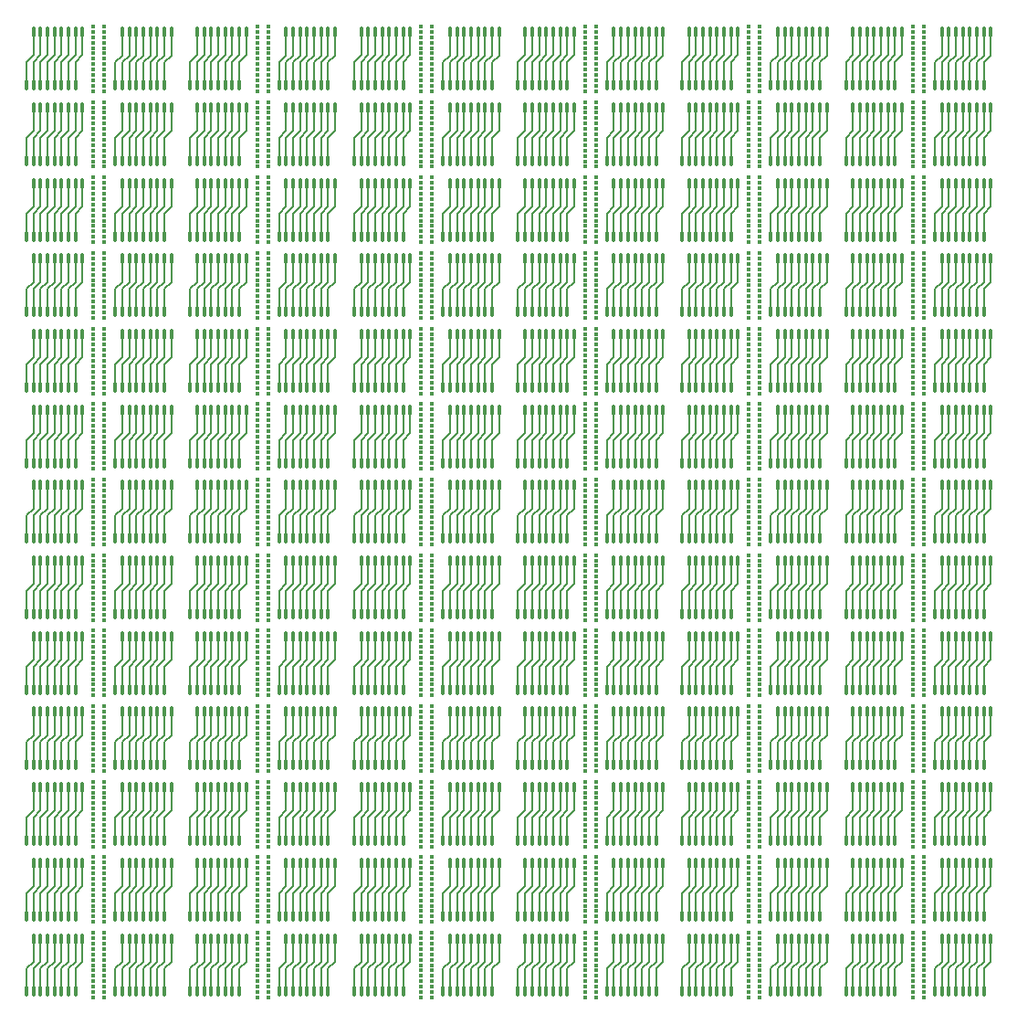
<source format=gbr>
%TF.GenerationSoftware,KiCad,Pcbnew,7.0.7*%
%TF.CreationDate,2023-11-20T22:24:29+01:00*%
%TF.ProjectId,hc245t-bypass-panel,68633234-3574-42d6-9279-706173732d70,rev?*%
%TF.SameCoordinates,Original*%
%TF.FileFunction,Copper,L2,Bot*%
%TF.FilePolarity,Positive*%
%FSLAX46Y46*%
G04 Gerber Fmt 4.6, Leading zero omitted, Abs format (unit mm)*
G04 Created by KiCad (PCBNEW 7.0.7) date 2023-11-20 22:24:29*
%MOMM*%
%LPD*%
G01*
G04 APERTURE LIST*
%TA.AperFunction,ComponentPad*%
%ADD10O,0.400000X1.000000*%
%TD*%
%TA.AperFunction,ViaPad*%
%ADD11C,0.400000*%
%TD*%
%TA.AperFunction,Conductor*%
%ADD12C,0.200000*%
%TD*%
G04 APERTURE END LIST*
D10*
%TO.P,TP3,1*%
%TO.N,/A1B1*%
X28320000Y-27546000D03*
%TD*%
%TO.P,TP10,1*%
%TO.N,/A4B4*%
X29620000Y-32454000D03*
%TD*%
%TO.P,TP12,1*%
%TO.N,/A5B5*%
X30270000Y-32454000D03*
%TD*%
%TO.P,TP4,1*%
%TO.N,/A1B1*%
X27670000Y-32454000D03*
%TD*%
%TO.P,TP1,1*%
%TO.N,/A0B0*%
X27670000Y-27546000D03*
%TD*%
%TO.P,TP9,1*%
%TO.N,/A4B4*%
X30270000Y-27546000D03*
%TD*%
%TO.P,TP7,1*%
%TO.N,/A3B3*%
X29620000Y-27546000D03*
%TD*%
%TO.P,TP6,1*%
%TO.N,/A2B2*%
X28320000Y-32454000D03*
%TD*%
%TO.P,TP16,1*%
%TO.N,/A7B7*%
X31570000Y-32454000D03*
%TD*%
%TO.P,TP15,1*%
%TO.N,/A7B7*%
X32220000Y-27546000D03*
%TD*%
%TO.P,TP11,1*%
%TO.N,/A5B5*%
X30920000Y-27546000D03*
%TD*%
%TO.P,TP14,1*%
%TO.N,/A6B6*%
X30920000Y-32454000D03*
%TD*%
%TO.P,TP13,1*%
%TO.N,/A6B6*%
X31570000Y-27546000D03*
%TD*%
%TO.P,TP2,1*%
%TO.N,/A0B0*%
X27020000Y-32454000D03*
%TD*%
%TO.P,TP8,1*%
%TO.N,/A3B3*%
X28970000Y-32454000D03*
%TD*%
%TO.P,TP5,1*%
%TO.N,/A2B2*%
X28970000Y-27546000D03*
%TD*%
%TO.P,TP5,1*%
%TO.N,/A2B2*%
X22030000Y-32454000D03*
%TD*%
%TO.P,TP8,1*%
%TO.N,/A3B3*%
X22030000Y-27546000D03*
%TD*%
%TO.P,TP6,1*%
%TO.N,/A2B2*%
X22680000Y-27546000D03*
%TD*%
%TO.P,TP10,1*%
%TO.N,/A4B4*%
X21380000Y-27546000D03*
%TD*%
%TO.P,TP16,1*%
%TO.N,/A7B7*%
X19430000Y-27546000D03*
%TD*%
%TO.P,TP12,1*%
%TO.N,/A5B5*%
X20730000Y-27546000D03*
%TD*%
%TO.P,TP15,1*%
%TO.N,/A7B7*%
X18780000Y-32454000D03*
%TD*%
%TO.P,TP4,1*%
%TO.N,/A1B1*%
X23330000Y-27546000D03*
%TD*%
%TO.P,TP14,1*%
%TO.N,/A6B6*%
X20080000Y-27546000D03*
%TD*%
%TO.P,TP9,1*%
%TO.N,/A4B4*%
X20730000Y-32454000D03*
%TD*%
%TO.P,TP3,1*%
%TO.N,/A1B1*%
X22680000Y-32454000D03*
%TD*%
%TO.P,TP2,1*%
%TO.N,/A0B0*%
X23980000Y-27546000D03*
%TD*%
%TO.P,TP11,1*%
%TO.N,/A5B5*%
X20080000Y-32454000D03*
%TD*%
%TO.P,TP13,1*%
%TO.N,/A6B6*%
X19430000Y-32454000D03*
%TD*%
%TO.P,TP1,1*%
%TO.N,/A0B0*%
X23330000Y-32454000D03*
%TD*%
%TO.P,TP7,1*%
%TO.N,/A3B3*%
X21380000Y-32454000D03*
%TD*%
%TO.P,TP11,1*%
%TO.N,/A5B5*%
X20080000Y-25454000D03*
%TD*%
%TO.P,TP5,1*%
%TO.N,/A2B2*%
X22030000Y-25454000D03*
%TD*%
%TO.P,TP13,1*%
%TO.N,/A6B6*%
X19430000Y-25454000D03*
%TD*%
%TO.P,TP8,1*%
%TO.N,/A3B3*%
X22030000Y-20546000D03*
%TD*%
%TO.P,TP10,1*%
%TO.N,/A4B4*%
X21380000Y-20546000D03*
%TD*%
%TO.P,TP4,1*%
%TO.N,/A1B1*%
X23330000Y-20546000D03*
%TD*%
%TO.P,TP7,1*%
%TO.N,/A3B3*%
X21380000Y-25454000D03*
%TD*%
%TO.P,TP15,1*%
%TO.N,/A7B7*%
X18780000Y-25454000D03*
%TD*%
%TO.P,TP16,1*%
%TO.N,/A7B7*%
X19430000Y-20546000D03*
%TD*%
%TO.P,TP6,1*%
%TO.N,/A2B2*%
X22680000Y-20546000D03*
%TD*%
%TO.P,TP3,1*%
%TO.N,/A1B1*%
X22680000Y-25454000D03*
%TD*%
%TO.P,TP2,1*%
%TO.N,/A0B0*%
X23980000Y-20546000D03*
%TD*%
%TO.P,TP1,1*%
%TO.N,/A0B0*%
X23330000Y-25454000D03*
%TD*%
%TO.P,TP9,1*%
%TO.N,/A4B4*%
X20730000Y-25454000D03*
%TD*%
%TO.P,TP14,1*%
%TO.N,/A6B6*%
X20080000Y-20546000D03*
%TD*%
%TO.P,TP12,1*%
%TO.N,/A5B5*%
X20730000Y-20546000D03*
%TD*%
%TO.P,TP1,1*%
%TO.N,/A0B0*%
X27670000Y-20546000D03*
%TD*%
%TO.P,TP2,1*%
%TO.N,/A0B0*%
X27020000Y-25454000D03*
%TD*%
%TO.P,TP3,1*%
%TO.N,/A1B1*%
X28320000Y-20546000D03*
%TD*%
%TO.P,TP4,1*%
%TO.N,/A1B1*%
X27670000Y-25454000D03*
%TD*%
%TO.P,TP5,1*%
%TO.N,/A2B2*%
X28970000Y-20546000D03*
%TD*%
%TO.P,TP6,1*%
%TO.N,/A2B2*%
X28320000Y-25454000D03*
%TD*%
%TO.P,TP7,1*%
%TO.N,/A3B3*%
X29620000Y-20546000D03*
%TD*%
%TO.P,TP8,1*%
%TO.N,/A3B3*%
X28970000Y-25454000D03*
%TD*%
%TO.P,TP9,1*%
%TO.N,/A4B4*%
X30270000Y-20546000D03*
%TD*%
%TO.P,TP10,1*%
%TO.N,/A4B4*%
X29620000Y-25454000D03*
%TD*%
%TO.P,TP11,1*%
%TO.N,/A5B5*%
X30920000Y-20546000D03*
%TD*%
%TO.P,TP12,1*%
%TO.N,/A5B5*%
X30270000Y-25454000D03*
%TD*%
%TO.P,TP13,1*%
%TO.N,/A6B6*%
X31570000Y-20546000D03*
%TD*%
%TO.P,TP14,1*%
%TO.N,/A6B6*%
X30920000Y-25454000D03*
%TD*%
%TO.P,TP15,1*%
%TO.N,/A7B7*%
X32220000Y-20546000D03*
%TD*%
%TO.P,TP16,1*%
%TO.N,/A7B7*%
X31570000Y-25454000D03*
%TD*%
%TO.P,TP10,1*%
%TO.N,/A4B4*%
X36580000Y-97546000D03*
%TD*%
%TO.P,TP2,1*%
%TO.N,/A0B0*%
X54380000Y-76546000D03*
%TD*%
%TO.P,TP1,1*%
%TO.N,/A0B0*%
X73270000Y-76546000D03*
%TD*%
%TO.P,TP9,1*%
%TO.N,/A4B4*%
X60670000Y-20546000D03*
%TD*%
%TO.P,TP9,1*%
%TO.N,/A4B4*%
X35930000Y-39454000D03*
%TD*%
%TO.P,TP13,1*%
%TO.N,/A6B6*%
X92370000Y-41546000D03*
%TD*%
%TO.P,TP6,1*%
%TO.N,/A2B2*%
X68280000Y-20546000D03*
%TD*%
%TO.P,TP8,1*%
%TO.N,/A3B3*%
X104970000Y-25454000D03*
%TD*%
%TO.P,TP11,1*%
%TO.N,/A5B5*%
X76520000Y-48546000D03*
%TD*%
%TO.P,TP7,1*%
%TO.N,/A3B3*%
X60020000Y-55546000D03*
%TD*%
%TO.P,TP2,1*%
%TO.N,/A0B0*%
X54380000Y-20546000D03*
%TD*%
%TO.P,TP5,1*%
%TO.N,/A2B2*%
X89770000Y-104546000D03*
%TD*%
%TO.P,TP3,1*%
%TO.N,/A1B1*%
X98680000Y-95454000D03*
%TD*%
%TO.P,TP4,1*%
%TO.N,/A1B1*%
X68930000Y-27546000D03*
%TD*%
%TO.P,TP10,1*%
%TO.N,/A4B4*%
X29620000Y-81454000D03*
%TD*%
%TO.P,TP8,1*%
%TO.N,/A3B3*%
X98030000Y-104546000D03*
%TD*%
%TO.P,TP8,1*%
%TO.N,/A3B3*%
X59370000Y-102454000D03*
%TD*%
%TO.P,TP12,1*%
%TO.N,/A5B5*%
X35930000Y-34546000D03*
%TD*%
%TO.P,TP2,1*%
%TO.N,/A0B0*%
X84780000Y-20546000D03*
%TD*%
%TO.P,TP8,1*%
%TO.N,/A3B3*%
X28970000Y-60454000D03*
%TD*%
%TO.P,TP6,1*%
%TO.N,/A2B2*%
X73920000Y-88454000D03*
%TD*%
%TO.P,TP9,1*%
%TO.N,/A4B4*%
X60670000Y-27546000D03*
%TD*%
%TO.P,TP2,1*%
%TO.N,/A0B0*%
X84780000Y-34546000D03*
%TD*%
%TO.P,TP3,1*%
%TO.N,/A1B1*%
X83480000Y-53454000D03*
%TD*%
%TO.P,TP11,1*%
%TO.N,/A5B5*%
X96080000Y-74454000D03*
%TD*%
%TO.P,TP2,1*%
%TO.N,/A0B0*%
X57420000Y-39454000D03*
%TD*%
%TO.P,TP6,1*%
%TO.N,/A2B2*%
X43520000Y-95454000D03*
%TD*%
%TO.P,TP9,1*%
%TO.N,/A4B4*%
X45470000Y-20546000D03*
%TD*%
%TO.P,TP4,1*%
%TO.N,/A1B1*%
X99330000Y-48546000D03*
%TD*%
%TO.P,TP1,1*%
%TO.N,/A0B0*%
X103670000Y-27546000D03*
%TD*%
%TO.P,TP8,1*%
%TO.N,/A3B3*%
X89770000Y-102454000D03*
%TD*%
%TO.P,TP13,1*%
%TO.N,/A6B6*%
X107570000Y-27546000D03*
%TD*%
%TO.P,TP5,1*%
%TO.N,/A2B2*%
X89770000Y-97546000D03*
%TD*%
%TO.P,TP4,1*%
%TO.N,/A1B1*%
X68930000Y-41546000D03*
%TD*%
%TO.P,TP5,1*%
%TO.N,/A2B2*%
X74570000Y-20546000D03*
%TD*%
%TO.P,TP7,1*%
%TO.N,/A3B3*%
X90420000Y-20546000D03*
%TD*%
%TO.P,TP6,1*%
%TO.N,/A2B2*%
X53080000Y-90546000D03*
%TD*%
%TO.P,TP7,1*%
%TO.N,/A3B3*%
X44820000Y-90546000D03*
%TD*%
%TO.P,TP13,1*%
%TO.N,/A6B6*%
X107570000Y-48546000D03*
%TD*%
%TO.P,TP12,1*%
%TO.N,/A5B5*%
X75870000Y-25454000D03*
%TD*%
%TO.P,TP12,1*%
%TO.N,/A5B5*%
X75870000Y-46454000D03*
%TD*%
%TO.P,TP15,1*%
%TO.N,/A7B7*%
X49180000Y-53454000D03*
%TD*%
%TO.P,TP5,1*%
%TO.N,/A2B2*%
X104970000Y-90546000D03*
%TD*%
%TO.P,TP12,1*%
%TO.N,/A5B5*%
X75870000Y-60454000D03*
%TD*%
%TO.P,TP6,1*%
%TO.N,/A2B2*%
X89120000Y-109454000D03*
%TD*%
%TO.P,TP5,1*%
%TO.N,/A2B2*%
X67630000Y-39454000D03*
%TD*%
%TO.P,TP15,1*%
%TO.N,/A7B7*%
X77820000Y-27546000D03*
%TD*%
%TO.P,TP13,1*%
%TO.N,/A6B6*%
X107570000Y-55546000D03*
%TD*%
%TO.P,TP8,1*%
%TO.N,/A3B3*%
X89770000Y-60454000D03*
%TD*%
%TO.P,TP4,1*%
%TO.N,/A1B1*%
X23330000Y-48546000D03*
%TD*%
%TO.P,TP6,1*%
%TO.N,/A2B2*%
X37880000Y-27546000D03*
%TD*%
%TO.P,TP16,1*%
%TO.N,/A7B7*%
X80230000Y-20546000D03*
%TD*%
%TO.P,TP13,1*%
%TO.N,/A6B6*%
X77170000Y-76546000D03*
%TD*%
%TO.P,TP8,1*%
%TO.N,/A3B3*%
X89770000Y-53454000D03*
%TD*%
%TO.P,TP4,1*%
%TO.N,/A1B1*%
X42870000Y-102454000D03*
%TD*%
%TO.P,TP4,1*%
%TO.N,/A1B1*%
X23330000Y-104546000D03*
%TD*%
%TO.P,TP9,1*%
%TO.N,/A4B4*%
X51130000Y-32454000D03*
%TD*%
%TO.P,TP5,1*%
%TO.N,/A2B2*%
X52430000Y-60454000D03*
%TD*%
%TO.P,TP6,1*%
%TO.N,/A2B2*%
X53080000Y-104546000D03*
%TD*%
%TO.P,TP9,1*%
%TO.N,/A4B4*%
X81530000Y-74454000D03*
%TD*%
%TO.P,TP8,1*%
%TO.N,/A3B3*%
X74570000Y-46454000D03*
%TD*%
%TO.P,TP1,1*%
%TO.N,/A0B0*%
X73270000Y-27546000D03*
%TD*%
%TO.P,TP6,1*%
%TO.N,/A2B2*%
X73920000Y-39454000D03*
%TD*%
%TO.P,TP8,1*%
%TO.N,/A3B3*%
X52430000Y-48546000D03*
%TD*%
%TO.P,TP10,1*%
%TO.N,/A4B4*%
X60020000Y-60454000D03*
%TD*%
%TO.P,TP5,1*%
%TO.N,/A2B2*%
X82830000Y-102454000D03*
%TD*%
%TO.P,TP11,1*%
%TO.N,/A5B5*%
X30920000Y-76546000D03*
%TD*%
%TO.P,TP12,1*%
%TO.N,/A5B5*%
X81530000Y-55546000D03*
%TD*%
%TO.P,TP15,1*%
%TO.N,/A7B7*%
X47420000Y-27546000D03*
%TD*%
%TO.P,TP13,1*%
%TO.N,/A6B6*%
X92370000Y-48546000D03*
%TD*%
%TO.P,TP4,1*%
%TO.N,/A1B1*%
X99330000Y-34546000D03*
%TD*%
%TO.P,TP16,1*%
%TO.N,/A7B7*%
X31570000Y-81454000D03*
%TD*%
%TO.P,TP6,1*%
%TO.N,/A2B2*%
X22680000Y-69546000D03*
%TD*%
%TO.P,TP5,1*%
%TO.N,/A2B2*%
X74570000Y-76546000D03*
%TD*%
%TO.P,TP11,1*%
%TO.N,/A5B5*%
X50480000Y-46454000D03*
%TD*%
%TO.P,TP11,1*%
%TO.N,/A5B5*%
X80880000Y-25454000D03*
%TD*%
%TO.P,TP5,1*%
%TO.N,/A2B2*%
X98030000Y-39454000D03*
%TD*%
%TO.P,TP1,1*%
%TO.N,/A0B0*%
X84130000Y-74454000D03*
%TD*%
%TO.P,TP3,1*%
%TO.N,/A1B1*%
X104320000Y-20546000D03*
%TD*%
%TO.P,TP9,1*%
%TO.N,/A4B4*%
X35930000Y-95454000D03*
%TD*%
%TO.P,TP2,1*%
%TO.N,/A0B0*%
X84780000Y-97546000D03*
%TD*%
%TO.P,TP14,1*%
%TO.N,/A6B6*%
X35280000Y-34546000D03*
%TD*%
%TO.P,TP16,1*%
%TO.N,/A7B7*%
X95430000Y-20546000D03*
%TD*%
%TO.P,TP1,1*%
%TO.N,/A0B0*%
X58070000Y-48546000D03*
%TD*%
%TO.P,TP15,1*%
%TO.N,/A7B7*%
X64380000Y-102454000D03*
%TD*%
%TO.P,TP9,1*%
%TO.N,/A4B4*%
X106270000Y-83546000D03*
%TD*%
%TO.P,TP6,1*%
%TO.N,/A2B2*%
X37880000Y-34546000D03*
%TD*%
%TO.P,TP4,1*%
%TO.N,/A1B1*%
X42870000Y-53454000D03*
%TD*%
%TO.P,TP5,1*%
%TO.N,/A2B2*%
X44170000Y-34546000D03*
%TD*%
%TO.P,TP1,1*%
%TO.N,/A0B0*%
X53730000Y-60454000D03*
%TD*%
%TO.P,TP16,1*%
%TO.N,/A7B7*%
X65030000Y-27546000D03*
%TD*%
%TO.P,TP1,1*%
%TO.N,/A0B0*%
X42870000Y-55546000D03*
%TD*%
%TO.P,TP3,1*%
%TO.N,/A1B1*%
X43520000Y-76546000D03*
%TD*%
%TO.P,TP5,1*%
%TO.N,/A2B2*%
X22030000Y-88454000D03*
%TD*%
%TO.P,TP6,1*%
%TO.N,/A2B2*%
X68280000Y-62546000D03*
%TD*%
%TO.P,TP14,1*%
%TO.N,/A6B6*%
X80880000Y-83546000D03*
%TD*%
%TO.P,TP12,1*%
%TO.N,/A5B5*%
X60670000Y-102454000D03*
%TD*%
%TO.P,TP12,1*%
%TO.N,/A5B5*%
X106270000Y-32454000D03*
%TD*%
%TO.P,TP8,1*%
%TO.N,/A3B3*%
X89770000Y-67454000D03*
%TD*%
%TO.P,TP8,1*%
%TO.N,/A3B3*%
X98030000Y-34546000D03*
%TD*%
%TO.P,TP8,1*%
%TO.N,/A3B3*%
X89770000Y-81454000D03*
%TD*%
%TO.P,TP15,1*%
%TO.N,/A7B7*%
X47420000Y-97546000D03*
%TD*%
%TO.P,TP3,1*%
%TO.N,/A1B1*%
X37880000Y-81454000D03*
%TD*%
%TO.P,TP5,1*%
%TO.N,/A2B2*%
X37230000Y-102454000D03*
%TD*%
%TO.P,TP14,1*%
%TO.N,/A6B6*%
X46120000Y-102454000D03*
%TD*%
%TO.P,TP10,1*%
%TO.N,/A4B4*%
X60020000Y-95454000D03*
%TD*%
%TO.P,TP3,1*%
%TO.N,/A1B1*%
X73920000Y-90546000D03*
%TD*%
%TO.P,TP2,1*%
%TO.N,/A0B0*%
X99980000Y-20546000D03*
%TD*%
%TO.P,TP7,1*%
%TO.N,/A3B3*%
X60020000Y-69546000D03*
%TD*%
%TO.P,TP15,1*%
%TO.N,/A7B7*%
X93020000Y-41546000D03*
%TD*%
%TO.P,TP10,1*%
%TO.N,/A4B4*%
X60020000Y-32454000D03*
%TD*%
%TO.P,TP11,1*%
%TO.N,/A5B5*%
X20080000Y-109454000D03*
%TD*%
%TO.P,TP10,1*%
%TO.N,/A4B4*%
X75220000Y-102454000D03*
%TD*%
%TO.P,TP4,1*%
%TO.N,/A1B1*%
X58070000Y-25454000D03*
%TD*%
%TO.P,TP4,1*%
%TO.N,/A1B1*%
X99330000Y-55546000D03*
%TD*%
%TO.P,TP16,1*%
%TO.N,/A7B7*%
X92370000Y-88454000D03*
%TD*%
%TO.P,TP15,1*%
%TO.N,/A7B7*%
X47420000Y-41546000D03*
%TD*%
%TO.P,TP5,1*%
%TO.N,/A2B2*%
X44170000Y-97546000D03*
%TD*%
%TO.P,TP3,1*%
%TO.N,/A1B1*%
X28320000Y-90546000D03*
%TD*%
%TO.P,TP10,1*%
%TO.N,/A4B4*%
X66980000Y-97546000D03*
%TD*%
%TO.P,TP10,1*%
%TO.N,/A4B4*%
X29620000Y-39454000D03*
%TD*%
%TO.P,TP5,1*%
%TO.N,/A2B2*%
X28970000Y-34546000D03*
%TD*%
%TO.P,TP9,1*%
%TO.N,/A4B4*%
X45470000Y-34546000D03*
%TD*%
%TO.P,TP6,1*%
%TO.N,/A2B2*%
X83480000Y-48546000D03*
%TD*%
%TO.P,TP2,1*%
%TO.N,/A0B0*%
X39180000Y-34546000D03*
%TD*%
%TO.P,TP16,1*%
%TO.N,/A7B7*%
X77170000Y-74454000D03*
%TD*%
%TO.P,TP9,1*%
%TO.N,/A4B4*%
X60670000Y-48546000D03*
%TD*%
%TO.P,TP3,1*%
%TO.N,/A1B1*%
X28320000Y-55546000D03*
%TD*%
%TO.P,TP9,1*%
%TO.N,/A4B4*%
X81530000Y-88454000D03*
%TD*%
%TO.P,TP2,1*%
%TO.N,/A0B0*%
X57420000Y-74454000D03*
%TD*%
%TO.P,TP10,1*%
%TO.N,/A4B4*%
X82180000Y-48546000D03*
%TD*%
%TO.P,TP4,1*%
%TO.N,/A1B1*%
X58070000Y-95454000D03*
%TD*%
%TO.P,TP13,1*%
%TO.N,/A6B6*%
X80230000Y-25454000D03*
%TD*%
%TO.P,TP4,1*%
%TO.N,/A1B1*%
X27670000Y-102454000D03*
%TD*%
%TO.P,TP11,1*%
%TO.N,/A5B5*%
X106920000Y-69546000D03*
%TD*%
%TO.P,TP12,1*%
%TO.N,/A5B5*%
X75870000Y-67454000D03*
%TD*%
%TO.P,TP7,1*%
%TO.N,/A3B3*%
X82180000Y-53454000D03*
%TD*%
%TO.P,TP7,1*%
%TO.N,/A3B3*%
X66980000Y-25454000D03*
%TD*%
%TO.P,TP11,1*%
%TO.N,/A5B5*%
X80880000Y-53454000D03*
%TD*%
%TO.P,TP1,1*%
%TO.N,/A0B0*%
X88470000Y-34546000D03*
%TD*%
%TO.P,TP11,1*%
%TO.N,/A5B5*%
X30920000Y-55546000D03*
%TD*%
%TO.P,TP11,1*%
%TO.N,/A5B5*%
X65680000Y-95454000D03*
%TD*%
%TO.P,TP2,1*%
%TO.N,/A0B0*%
X103020000Y-60454000D03*
%TD*%
%TO.P,TP1,1*%
%TO.N,/A0B0*%
X103670000Y-62546000D03*
%TD*%
%TO.P,TP11,1*%
%TO.N,/A5B5*%
X76520000Y-104546000D03*
%TD*%
%TO.P,TP8,1*%
%TO.N,/A3B3*%
X37230000Y-90546000D03*
%TD*%
%TO.P,TP4,1*%
%TO.N,/A1B1*%
X38530000Y-83546000D03*
%TD*%
%TO.P,TP4,1*%
%TO.N,/A1B1*%
X38530000Y-62546000D03*
%TD*%
%TO.P,TP10,1*%
%TO.N,/A4B4*%
X75220000Y-60454000D03*
%TD*%
%TO.P,TP13,1*%
%TO.N,/A6B6*%
X107570000Y-97546000D03*
%TD*%
%TO.P,TP12,1*%
%TO.N,/A5B5*%
X96730000Y-41546000D03*
%TD*%
%TO.P,TP6,1*%
%TO.N,/A2B2*%
X28320000Y-46454000D03*
%TD*%
%TO.P,TP12,1*%
%TO.N,/A5B5*%
X45470000Y-53454000D03*
%TD*%
%TO.P,TP6,1*%
%TO.N,/A2B2*%
X98680000Y-41546000D03*
%TD*%
%TO.P,TP5,1*%
%TO.N,/A2B2*%
X28970000Y-48546000D03*
%TD*%
%TO.P,TP7,1*%
%TO.N,/A3B3*%
X66980000Y-60454000D03*
%TD*%
%TO.P,TP7,1*%
%TO.N,/A3B3*%
X75220000Y-27546000D03*
%TD*%
%TO.P,TP9,1*%
%TO.N,/A4B4*%
X51130000Y-81454000D03*
%TD*%
%TO.P,TP4,1*%
%TO.N,/A1B1*%
X84130000Y-41546000D03*
%TD*%
%TO.P,TP5,1*%
%TO.N,/A2B2*%
X74570000Y-62546000D03*
%TD*%
%TO.P,TP9,1*%
%TO.N,/A4B4*%
X60670000Y-55546000D03*
%TD*%
%TO.P,TP15,1*%
%TO.N,/A7B7*%
X77820000Y-48546000D03*
%TD*%
%TO.P,TP7,1*%
%TO.N,/A3B3*%
X36580000Y-102454000D03*
%TD*%
%TO.P,TP15,1*%
%TO.N,/A7B7*%
X94780000Y-53454000D03*
%TD*%
%TO.P,TP14,1*%
%TO.N,/A6B6*%
X61320000Y-88454000D03*
%TD*%
%TO.P,TP2,1*%
%TO.N,/A0B0*%
X39180000Y-76546000D03*
%TD*%
%TO.P,TP6,1*%
%TO.N,/A2B2*%
X43520000Y-88454000D03*
%TD*%
%TO.P,TP10,1*%
%TO.N,/A4B4*%
X90420000Y-32454000D03*
%TD*%
%TO.P,TP8,1*%
%TO.N,/A3B3*%
X67630000Y-97546000D03*
%TD*%
%TO.P,TP7,1*%
%TO.N,/A3B3*%
X36580000Y-60454000D03*
%TD*%
%TO.P,TP1,1*%
%TO.N,/A0B0*%
X68930000Y-88454000D03*
%TD*%
%TO.P,TP6,1*%
%TO.N,/A2B2*%
X89120000Y-67454000D03*
%TD*%
%TO.P,TP14,1*%
%TO.N,/A6B6*%
X30920000Y-81454000D03*
%TD*%
%TO.P,TP5,1*%
%TO.N,/A2B2*%
X44170000Y-62546000D03*
%TD*%
%TO.P,TP8,1*%
%TO.N,/A3B3*%
X74570000Y-74454000D03*
%TD*%
%TO.P,TP5,1*%
%TO.N,/A2B2*%
X98030000Y-102454000D03*
%TD*%
%TO.P,TP9,1*%
%TO.N,/A4B4*%
X91070000Y-83546000D03*
%TD*%
%TO.P,TP7,1*%
%TO.N,/A3B3*%
X21380000Y-74454000D03*
%TD*%
%TO.P,TP15,1*%
%TO.N,/A7B7*%
X18780000Y-95454000D03*
%TD*%
%TO.P,TP1,1*%
%TO.N,/A0B0*%
X88470000Y-55546000D03*
%TD*%
%TO.P,TP4,1*%
%TO.N,/A1B1*%
X58070000Y-46454000D03*
%TD*%
%TO.P,TP5,1*%
%TO.N,/A2B2*%
X59370000Y-48546000D03*
%TD*%
%TO.P,TP10,1*%
%TO.N,/A4B4*%
X36580000Y-55546000D03*
%TD*%
%TO.P,TP4,1*%
%TO.N,/A1B1*%
X38530000Y-41546000D03*
%TD*%
%TO.P,TP16,1*%
%TO.N,/A7B7*%
X61970000Y-74454000D03*
%TD*%
%TO.P,TP12,1*%
%TO.N,/A5B5*%
X75870000Y-74454000D03*
%TD*%
%TO.P,TP16,1*%
%TO.N,/A7B7*%
X80230000Y-34546000D03*
%TD*%
%TO.P,TP9,1*%
%TO.N,/A4B4*%
X30270000Y-69546000D03*
%TD*%
%TO.P,TP14,1*%
%TO.N,/A6B6*%
X65680000Y-55546000D03*
%TD*%
%TO.P,TP16,1*%
%TO.N,/A7B7*%
X80230000Y-104546000D03*
%TD*%
%TO.P,TP10,1*%
%TO.N,/A4B4*%
X51780000Y-69546000D03*
%TD*%
%TO.P,TP1,1*%
%TO.N,/A0B0*%
X88470000Y-104546000D03*
%TD*%
%TO.P,TP7,1*%
%TO.N,/A3B3*%
X21380000Y-53454000D03*
%TD*%
%TO.P,TP8,1*%
%TO.N,/A3B3*%
X67630000Y-90546000D03*
%TD*%
%TO.P,TP1,1*%
%TO.N,/A0B0*%
X23330000Y-102454000D03*
%TD*%
%TO.P,TP16,1*%
%TO.N,/A7B7*%
X19430000Y-69546000D03*
%TD*%
%TO.P,TP5,1*%
%TO.N,/A2B2*%
X37230000Y-67454000D03*
%TD*%
%TO.P,TP8,1*%
%TO.N,/A3B3*%
X82830000Y-48546000D03*
%TD*%
%TO.P,TP6,1*%
%TO.N,/A2B2*%
X83480000Y-76546000D03*
%TD*%
%TO.P,TP4,1*%
%TO.N,/A1B1*%
X84130000Y-76546000D03*
%TD*%
%TO.P,TP9,1*%
%TO.N,/A4B4*%
X60670000Y-62546000D03*
%TD*%
%TO.P,TP4,1*%
%TO.N,/A1B1*%
X58070000Y-53454000D03*
%TD*%
%TO.P,TP15,1*%
%TO.N,/A7B7*%
X77820000Y-97546000D03*
%TD*%
%TO.P,TP5,1*%
%TO.N,/A2B2*%
X59370000Y-69546000D03*
%TD*%
%TO.P,TP7,1*%
%TO.N,/A3B3*%
X66980000Y-32454000D03*
%TD*%
%TO.P,TP8,1*%
%TO.N,/A3B3*%
X67630000Y-48546000D03*
%TD*%
%TO.P,TP9,1*%
%TO.N,/A4B4*%
X20730000Y-67454000D03*
%TD*%
%TO.P,TP10,1*%
%TO.N,/A4B4*%
X75220000Y-81454000D03*
%TD*%
%TO.P,TP8,1*%
%TO.N,/A3B3*%
X59370000Y-67454000D03*
%TD*%
%TO.P,TP8,1*%
%TO.N,/A3B3*%
X22030000Y-48546000D03*
%TD*%
%TO.P,TP2,1*%
%TO.N,/A0B0*%
X42220000Y-109454000D03*
%TD*%
%TO.P,TP1,1*%
%TO.N,/A0B0*%
X58070000Y-76546000D03*
%TD*%
%TO.P,TP15,1*%
%TO.N,/A7B7*%
X32220000Y-104546000D03*
%TD*%
%TO.P,TP14,1*%
%TO.N,/A6B6*%
X61320000Y-95454000D03*
%TD*%
%TO.P,TP9,1*%
%TO.N,/A4B4*%
X106270000Y-27546000D03*
%TD*%
%TO.P,TP5,1*%
%TO.N,/A2B2*%
X37230000Y-60454000D03*
%TD*%
%TO.P,TP13,1*%
%TO.N,/A6B6*%
X65030000Y-53454000D03*
%TD*%
%TO.P,TP14,1*%
%TO.N,/A6B6*%
X35280000Y-104546000D03*
%TD*%
%TO.P,TP9,1*%
%TO.N,/A4B4*%
X81530000Y-109454000D03*
%TD*%
%TO.P,TP4,1*%
%TO.N,/A1B1*%
X99330000Y-69546000D03*
%TD*%
%TO.P,TP9,1*%
%TO.N,/A4B4*%
X81530000Y-60454000D03*
%TD*%
%TO.P,TP16,1*%
%TO.N,/A7B7*%
X107570000Y-46454000D03*
%TD*%
%TO.P,TP16,1*%
%TO.N,/A7B7*%
X65030000Y-55546000D03*
%TD*%
%TO.P,TP3,1*%
%TO.N,/A1B1*%
X73920000Y-69546000D03*
%TD*%
%TO.P,TP15,1*%
%TO.N,/A7B7*%
X93020000Y-55546000D03*
%TD*%
%TO.P,TP5,1*%
%TO.N,/A2B2*%
X98030000Y-67454000D03*
%TD*%
%TO.P,TP3,1*%
%TO.N,/A1B1*%
X98680000Y-32454000D03*
%TD*%
%TO.P,TP16,1*%
%TO.N,/A7B7*%
X61970000Y-60454000D03*
%TD*%
%TO.P,TP8,1*%
%TO.N,/A3B3*%
X37230000Y-20546000D03*
%TD*%
%TO.P,TP13,1*%
%TO.N,/A6B6*%
X61970000Y-90546000D03*
%TD*%
%TO.P,TP5,1*%
%TO.N,/A2B2*%
X89770000Y-48546000D03*
%TD*%
%TO.P,TP6,1*%
%TO.N,/A2B2*%
X104320000Y-81454000D03*
%TD*%
%TO.P,TP4,1*%
%TO.N,/A1B1*%
X84130000Y-90546000D03*
%TD*%
%TO.P,TP5,1*%
%TO.N,/A2B2*%
X98030000Y-81454000D03*
%TD*%
%TO.P,TP2,1*%
%TO.N,/A0B0*%
X87820000Y-88454000D03*
%TD*%
%TO.P,TP9,1*%
%TO.N,/A4B4*%
X75870000Y-83546000D03*
%TD*%
%TO.P,TP5,1*%
%TO.N,/A2B2*%
X67630000Y-95454000D03*
%TD*%
%TO.P,TP14,1*%
%TO.N,/A6B6*%
X106920000Y-25454000D03*
%TD*%
%TO.P,TP2,1*%
%TO.N,/A0B0*%
X27020000Y-95454000D03*
%TD*%
%TO.P,TP15,1*%
%TO.N,/A7B7*%
X33980000Y-46454000D03*
%TD*%
%TO.P,TP8,1*%
%TO.N,/A3B3*%
X89770000Y-95454000D03*
%TD*%
%TO.P,TP6,1*%
%TO.N,/A2B2*%
X37880000Y-83546000D03*
%TD*%
%TO.P,TP7,1*%
%TO.N,/A3B3*%
X75220000Y-55546000D03*
%TD*%
%TO.P,TP6,1*%
%TO.N,/A2B2*%
X28320000Y-60454000D03*
%TD*%
%TO.P,TP11,1*%
%TO.N,/A5B5*%
X46120000Y-27546000D03*
%TD*%
%TO.P,TP11,1*%
%TO.N,/A5B5*%
X65680000Y-46454000D03*
%TD*%
%TO.P,TP16,1*%
%TO.N,/A7B7*%
X31570000Y-39454000D03*
%TD*%
%TO.P,TP8,1*%
%TO.N,/A3B3*%
X28970000Y-46454000D03*
%TD*%
%TO.P,TP14,1*%
%TO.N,/A6B6*%
X20080000Y-83546000D03*
%TD*%
%TO.P,TP6,1*%
%TO.N,/A2B2*%
X43520000Y-74454000D03*
%TD*%
%TO.P,TP6,1*%
%TO.N,/A2B2*%
X98680000Y-83546000D03*
%TD*%
%TO.P,TP11,1*%
%TO.N,/A5B5*%
X80880000Y-60454000D03*
%TD*%
%TO.P,TP4,1*%
%TO.N,/A1B1*%
X42870000Y-67454000D03*
%TD*%
%TO.P,TP7,1*%
%TO.N,/A3B3*%
X66980000Y-95454000D03*
%TD*%
%TO.P,TP2,1*%
%TO.N,/A0B0*%
X99980000Y-55546000D03*
%TD*%
%TO.P,TP2,1*%
%TO.N,/A0B0*%
X87820000Y-53454000D03*
%TD*%
%TO.P,TP9,1*%
%TO.N,/A4B4*%
X66330000Y-95454000D03*
%TD*%
%TO.P,TP8,1*%
%TO.N,/A3B3*%
X89770000Y-109454000D03*
%TD*%
%TO.P,TP8,1*%
%TO.N,/A3B3*%
X82830000Y-34546000D03*
%TD*%
%TO.P,TP11,1*%
%TO.N,/A5B5*%
X96080000Y-81454000D03*
%TD*%
%TO.P,TP8,1*%
%TO.N,/A3B3*%
X22030000Y-83546000D03*
%TD*%
%TO.P,TP10,1*%
%TO.N,/A4B4*%
X29620000Y-67454000D03*
%TD*%
%TO.P,TP16,1*%
%TO.N,/A7B7*%
X34630000Y-41546000D03*
%TD*%
%TO.P,TP1,1*%
%TO.N,/A0B0*%
X88470000Y-27546000D03*
%TD*%
%TO.P,TP8,1*%
%TO.N,/A3B3*%
X104970000Y-67454000D03*
%TD*%
%TO.P,TP8,1*%
%TO.N,/A3B3*%
X52430000Y-90546000D03*
%TD*%
%TO.P,TP15,1*%
%TO.N,/A7B7*%
X33980000Y-60454000D03*
%TD*%
%TO.P,TP10,1*%
%TO.N,/A4B4*%
X66980000Y-48546000D03*
%TD*%
%TO.P,TP14,1*%
%TO.N,/A6B6*%
X61320000Y-53454000D03*
%TD*%
%TO.P,TP3,1*%
%TO.N,/A1B1*%
X83480000Y-81454000D03*
%TD*%
%TO.P,TP5,1*%
%TO.N,/A2B2*%
X59370000Y-76546000D03*
%TD*%
%TO.P,TP4,1*%
%TO.N,/A1B1*%
X68930000Y-104546000D03*
%TD*%
%TO.P,TP11,1*%
%TO.N,/A5B5*%
X96080000Y-67454000D03*
%TD*%
%TO.P,TP3,1*%
%TO.N,/A1B1*%
X104320000Y-27546000D03*
%TD*%
%TO.P,TP4,1*%
%TO.N,/A1B1*%
X58070000Y-39454000D03*
%TD*%
%TO.P,TP2,1*%
%TO.N,/A0B0*%
X87820000Y-95454000D03*
%TD*%
%TO.P,TP8,1*%
%TO.N,/A3B3*%
X44170000Y-60454000D03*
%TD*%
%TO.P,TP4,1*%
%TO.N,/A1B1*%
X73270000Y-46454000D03*
%TD*%
%TO.P,TP1,1*%
%TO.N,/A0B0*%
X42870000Y-69546000D03*
%TD*%
%TO.P,TP13,1*%
%TO.N,/A6B6*%
X31570000Y-48546000D03*
%TD*%
%TO.P,TP14,1*%
%TO.N,/A6B6*%
X20080000Y-55546000D03*
%TD*%
%TO.P,TP2,1*%
%TO.N,/A0B0*%
X87820000Y-102454000D03*
%TD*%
%TO.P,TP10,1*%
%TO.N,/A4B4*%
X44820000Y-53454000D03*
%TD*%
%TO.P,TP7,1*%
%TO.N,/A3B3*%
X51780000Y-88454000D03*
%TD*%
%TO.P,TP7,1*%
%TO.N,/A3B3*%
X60020000Y-62546000D03*
%TD*%
%TO.P,TP9,1*%
%TO.N,/A4B4*%
X51130000Y-67454000D03*
%TD*%
%TO.P,TP5,1*%
%TO.N,/A2B2*%
X44170000Y-20546000D03*
%TD*%
%TO.P,TP6,1*%
%TO.N,/A2B2*%
X73920000Y-46454000D03*
%TD*%
%TO.P,TP13,1*%
%TO.N,/A6B6*%
X34630000Y-81454000D03*
%TD*%
%TO.P,TP5,1*%
%TO.N,/A2B2*%
X89770000Y-69546000D03*
%TD*%
%TO.P,TP13,1*%
%TO.N,/A6B6*%
X77170000Y-34546000D03*
%TD*%
%TO.P,TP14,1*%
%TO.N,/A6B6*%
X76520000Y-102454000D03*
%TD*%
%TO.P,TP1,1*%
%TO.N,/A0B0*%
X73270000Y-55546000D03*
%TD*%
%TO.P,TP12,1*%
%TO.N,/A5B5*%
X106270000Y-81454000D03*
%TD*%
%TO.P,TP12,1*%
%TO.N,/A5B5*%
X60670000Y-46454000D03*
%TD*%
%TO.P,TP15,1*%
%TO.N,/A7B7*%
X18780000Y-60454000D03*
%TD*%
%TO.P,TP2,1*%
%TO.N,/A0B0*%
X103020000Y-53454000D03*
%TD*%
%TO.P,TP14,1*%
%TO.N,/A6B6*%
X61320000Y-25454000D03*
%TD*%
%TO.P,TP16,1*%
%TO.N,/A7B7*%
X92370000Y-102454000D03*
%TD*%
%TO.P,TP15,1*%
%TO.N,/A7B7*%
X93020000Y-48546000D03*
%TD*%
%TO.P,TP7,1*%
%TO.N,/A3B3*%
X90420000Y-104546000D03*
%TD*%
%TO.P,TP7,1*%
%TO.N,/A3B3*%
X51780000Y-46454000D03*
%TD*%
%TO.P,TP1,1*%
%TO.N,/A0B0*%
X53730000Y-81454000D03*
%TD*%
%TO.P,TP4,1*%
%TO.N,/A1B1*%
X23330000Y-34546000D03*
%TD*%
%TO.P,TP1,1*%
%TO.N,/A0B0*%
X58070000Y-34546000D03*
%TD*%
%TO.P,TP2,1*%
%TO.N,/A0B0*%
X87820000Y-46454000D03*
%TD*%
%TO.P,TP11,1*%
%TO.N,/A5B5*%
X30920000Y-41546000D03*
%TD*%
%TO.P,TP8,1*%
%TO.N,/A3B3*%
X98030000Y-97546000D03*
%TD*%
%TO.P,TP3,1*%
%TO.N,/A1B1*%
X89120000Y-20546000D03*
%TD*%
%TO.P,TP11,1*%
%TO.N,/A5B5*%
X76520000Y-34546000D03*
%TD*%
%TO.P,TP12,1*%
%TO.N,/A5B5*%
X66330000Y-34546000D03*
%TD*%
%TO.P,TP6,1*%
%TO.N,/A2B2*%
X58720000Y-95454000D03*
%TD*%
%TO.P,TP2,1*%
%TO.N,/A0B0*%
X39180000Y-83546000D03*
%TD*%
%TO.P,TP12,1*%
%TO.N,/A5B5*%
X20730000Y-55546000D03*
%TD*%
%TO.P,TP3,1*%
%TO.N,/A1B1*%
X73920000Y-97546000D03*
%TD*%
%TO.P,TP11,1*%
%TO.N,/A5B5*%
X65680000Y-81454000D03*
%TD*%
%TO.P,TP7,1*%
%TO.N,/A3B3*%
X29620000Y-55546000D03*
%TD*%
%TO.P,TP4,1*%
%TO.N,/A1B1*%
X53730000Y-104546000D03*
%TD*%
%TO.P,TP15,1*%
%TO.N,/A7B7*%
X62620000Y-55546000D03*
%TD*%
%TO.P,TP6,1*%
%TO.N,/A2B2*%
X104320000Y-67454000D03*
%TD*%
%TO.P,TP2,1*%
%TO.N,/A0B0*%
X42220000Y-67454000D03*
%TD*%
%TO.P,TP10,1*%
%TO.N,/A4B4*%
X44820000Y-39454000D03*
%TD*%
%TO.P,TP14,1*%
%TO.N,/A6B6*%
X76520000Y-95454000D03*
%TD*%
%TO.P,TP14,1*%
%TO.N,/A6B6*%
X65680000Y-76546000D03*
%TD*%
%TO.P,TP13,1*%
%TO.N,/A6B6*%
X19430000Y-67454000D03*
%TD*%
%TO.P,TP10,1*%
%TO.N,/A4B4*%
X82180000Y-27546000D03*
%TD*%
%TO.P,TP14,1*%
%TO.N,/A6B6*%
X46120000Y-88454000D03*
%TD*%
%TO.P,TP4,1*%
%TO.N,/A1B1*%
X38530000Y-20546000D03*
%TD*%
%TO.P,TP3,1*%
%TO.N,/A1B1*%
X68280000Y-60454000D03*
%TD*%
%TO.P,TP5,1*%
%TO.N,/A2B2*%
X82830000Y-109454000D03*
%TD*%
%TO.P,TP2,1*%
%TO.N,/A0B0*%
X99980000Y-90546000D03*
%TD*%
%TO.P,TP5,1*%
%TO.N,/A2B2*%
X52430000Y-109454000D03*
%TD*%
%TO.P,TP14,1*%
%TO.N,/A6B6*%
X80880000Y-48546000D03*
%TD*%
%TO.P,TP10,1*%
%TO.N,/A4B4*%
X105620000Y-95454000D03*
%TD*%
%TO.P,TP3,1*%
%TO.N,/A1B1*%
X98680000Y-74454000D03*
%TD*%
%TO.P,TP10,1*%
%TO.N,/A4B4*%
X75220000Y-32454000D03*
%TD*%
%TO.P,TP6,1*%
%TO.N,/A2B2*%
X22680000Y-55546000D03*
%TD*%
%TO.P,TP16,1*%
%TO.N,/A7B7*%
X49830000Y-76546000D03*
%TD*%
%TO.P,TP12,1*%
%TO.N,/A5B5*%
X30270000Y-81454000D03*
%TD*%
%TO.P,TP15,1*%
%TO.N,/A7B7*%
X33980000Y-53454000D03*
%TD*%
%TO.P,TP10,1*%
%TO.N,/A4B4*%
X51780000Y-83546000D03*
%TD*%
%TO.P,TP16,1*%
%TO.N,/A7B7*%
X107570000Y-109454000D03*
%TD*%
%TO.P,TP10,1*%
%TO.N,/A4B4*%
X60020000Y-81454000D03*
%TD*%
%TO.P,TP13,1*%
%TO.N,/A6B6*%
X61970000Y-41546000D03*
%TD*%
%TO.P,TP1,1*%
%TO.N,/A0B0*%
X42870000Y-83546000D03*
%TD*%
%TO.P,TP1,1*%
%TO.N,/A0B0*%
X68930000Y-109454000D03*
%TD*%
%TO.P,TP4,1*%
%TO.N,/A1B1*%
X84130000Y-97546000D03*
%TD*%
%TO.P,TP16,1*%
%TO.N,/A7B7*%
X61970000Y-88454000D03*
%TD*%
%TO.P,TP3,1*%
%TO.N,/A1B1*%
X53080000Y-88454000D03*
%TD*%
%TO.P,TP2,1*%
%TO.N,/A0B0*%
X42220000Y-88454000D03*
%TD*%
%TO.P,TP10,1*%
%TO.N,/A4B4*%
X60020000Y-67454000D03*
%TD*%
%TO.P,TP1,1*%
%TO.N,/A0B0*%
X23330000Y-109454000D03*
%TD*%
%TO.P,TP6,1*%
%TO.N,/A2B2*%
X104320000Y-32454000D03*
%TD*%
%TO.P,TP4,1*%
%TO.N,/A1B1*%
X58070000Y-74454000D03*
%TD*%
%TO.P,TP14,1*%
%TO.N,/A6B6*%
X46120000Y-74454000D03*
%TD*%
%TO.P,TP13,1*%
%TO.N,/A6B6*%
X61970000Y-76546000D03*
%TD*%
%TO.P,TP15,1*%
%TO.N,/A7B7*%
X108220000Y-55546000D03*
%TD*%
%TO.P,TP6,1*%
%TO.N,/A2B2*%
X53080000Y-41546000D03*
%TD*%
%TO.P,TP13,1*%
%TO.N,/A6B6*%
X65030000Y-74454000D03*
%TD*%
%TO.P,TP12,1*%
%TO.N,/A5B5*%
X60670000Y-109454000D03*
%TD*%
%TO.P,TP16,1*%
%TO.N,/A7B7*%
X34630000Y-90546000D03*
%TD*%
%TO.P,TP15,1*%
%TO.N,/A7B7*%
X108220000Y-90546000D03*
%TD*%
%TO.P,TP7,1*%
%TO.N,/A3B3*%
X51780000Y-25454000D03*
%TD*%
%TO.P,TP1,1*%
%TO.N,/A0B0*%
X73270000Y-69546000D03*
%TD*%
%TO.P,TP5,1*%
%TO.N,/A2B2*%
X67630000Y-53454000D03*
%TD*%
%TO.P,TP11,1*%
%TO.N,/A5B5*%
X96080000Y-95454000D03*
%TD*%
%TO.P,TP7,1*%
%TO.N,/A3B3*%
X60020000Y-76546000D03*
%TD*%
%TO.P,TP3,1*%
%TO.N,/A1B1*%
X58720000Y-90546000D03*
%TD*%
%TO.P,TP9,1*%
%TO.N,/A4B4*%
X106270000Y-97546000D03*
%TD*%
%TO.P,TP10,1*%
%TO.N,/A4B4*%
X105620000Y-88454000D03*
%TD*%
%TO.P,TP4,1*%
%TO.N,/A1B1*%
X68930000Y-83546000D03*
%TD*%
%TO.P,TP11,1*%
%TO.N,/A5B5*%
X91720000Y-27546000D03*
%TD*%
%TO.P,TP7,1*%
%TO.N,/A3B3*%
X44820000Y-104546000D03*
%TD*%
%TO.P,TP11,1*%
%TO.N,/A5B5*%
X30920000Y-90546000D03*
%TD*%
%TO.P,TP11,1*%
%TO.N,/A5B5*%
X61320000Y-27546000D03*
%TD*%
%TO.P,TP7,1*%
%TO.N,/A3B3*%
X44820000Y-27546000D03*
%TD*%
%TO.P,TP9,1*%
%TO.N,/A4B4*%
X81530000Y-81454000D03*
%TD*%
%TO.P,TP14,1*%
%TO.N,/A6B6*%
X46120000Y-67454000D03*
%TD*%
%TO.P,TP2,1*%
%TO.N,/A0B0*%
X57420000Y-46454000D03*
%TD*%
%TO.P,TP10,1*%
%TO.N,/A4B4*%
X75220000Y-46454000D03*
%TD*%
%TO.P,TP3,1*%
%TO.N,/A1B1*%
X53080000Y-102454000D03*
%TD*%
%TO.P,TP12,1*%
%TO.N,/A5B5*%
X81530000Y-27546000D03*
%TD*%
%TO.P,TP4,1*%
%TO.N,/A1B1*%
X42870000Y-74454000D03*
%TD*%
%TO.P,TP14,1*%
%TO.N,/A6B6*%
X35280000Y-76546000D03*
%TD*%
%TO.P,TP8,1*%
%TO.N,/A3B3*%
X22030000Y-104546000D03*
%TD*%
%TO.P,TP10,1*%
%TO.N,/A4B4*%
X90420000Y-95454000D03*
%TD*%
%TO.P,TP13,1*%
%TO.N,/A6B6*%
X107570000Y-34546000D03*
%TD*%
%TO.P,TP2,1*%
%TO.N,/A0B0*%
X42220000Y-32454000D03*
%TD*%
%TO.P,TP15,1*%
%TO.N,/A7B7*%
X108220000Y-27546000D03*
%TD*%
%TO.P,TP8,1*%
%TO.N,/A3B3*%
X67630000Y-41546000D03*
%TD*%
%TO.P,TP15,1*%
%TO.N,/A7B7*%
X62620000Y-90546000D03*
%TD*%
%TO.P,TP3,1*%
%TO.N,/A1B1*%
X43520000Y-55546000D03*
%TD*%
%TO.P,TP9,1*%
%TO.N,/A4B4*%
X66330000Y-109454000D03*
%TD*%
%TO.P,TP10,1*%
%TO.N,/A4B4*%
X97380000Y-27546000D03*
%TD*%
%TO.P,TP3,1*%
%TO.N,/A1B1*%
X68280000Y-39454000D03*
%TD*%
%TO.P,TP9,1*%
%TO.N,/A4B4*%
X30270000Y-41546000D03*
%TD*%
%TO.P,TP7,1*%
%TO.N,/A3B3*%
X97380000Y-39454000D03*
%TD*%
%TO.P,TP11,1*%
%TO.N,/A5B5*%
X50480000Y-67454000D03*
%TD*%
%TO.P,TP2,1*%
%TO.N,/A0B0*%
X57420000Y-53454000D03*
%TD*%
%TO.P,TP15,1*%
%TO.N,/A7B7*%
X93020000Y-76546000D03*
%TD*%
%TO.P,TP4,1*%
%TO.N,/A1B1*%
X38530000Y-55546000D03*
%TD*%
%TO.P,TP11,1*%
%TO.N,/A5B5*%
X35280000Y-81454000D03*
%TD*%
%TO.P,TP2,1*%
%TO.N,/A0B0*%
X57420000Y-88454000D03*
%TD*%
%TO.P,TP16,1*%
%TO.N,/A7B7*%
X61970000Y-32454000D03*
%TD*%
%TO.P,TP6,1*%
%TO.N,/A2B2*%
X43520000Y-81454000D03*
%TD*%
%TO.P,TP16,1*%
%TO.N,/A7B7*%
X31570000Y-95454000D03*
%TD*%
%TO.P,TP15,1*%
%TO.N,/A7B7*%
X47420000Y-62546000D03*
%TD*%
%TO.P,TP11,1*%
%TO.N,/A5B5*%
X80880000Y-95454000D03*
%TD*%
%TO.P,TP5,1*%
%TO.N,/A2B2*%
X67630000Y-67454000D03*
%TD*%
%TO.P,TP6,1*%
%TO.N,/A2B2*%
X22680000Y-48546000D03*
%TD*%
%TO.P,TP2,1*%
%TO.N,/A0B0*%
X42220000Y-81454000D03*
%TD*%
%TO.P,TP11,1*%
%TO.N,/A5B5*%
X61320000Y-90546000D03*
%TD*%
%TO.P,TP1,1*%
%TO.N,/A0B0*%
X68930000Y-32454000D03*
%TD*%
%TO.P,TP5,1*%
%TO.N,/A2B2*%
X104970000Y-27546000D03*
%TD*%
%TO.P,TP5,1*%
%TO.N,/A2B2*%
X37230000Y-32454000D03*
%TD*%
%TO.P,TP14,1*%
%TO.N,/A6B6*%
X50480000Y-34546000D03*
%TD*%
%TO.P,TP8,1*%
%TO.N,/A3B3*%
X28970000Y-95454000D03*
%TD*%
%TO.P,TP13,1*%
%TO.N,/A6B6*%
X95430000Y-81454000D03*
%TD*%
%TO.P,TP9,1*%
%TO.N,/A4B4*%
X96730000Y-109454000D03*
%TD*%
%TO.P,TP2,1*%
%TO.N,/A0B0*%
X39180000Y-90546000D03*
%TD*%
%TO.P,TP11,1*%
%TO.N,/A5B5*%
X65680000Y-53454000D03*
%TD*%
%TO.P,TP2,1*%
%TO.N,/A0B0*%
X84780000Y-90546000D03*
%TD*%
%TO.P,TP15,1*%
%TO.N,/A7B7*%
X62620000Y-41546000D03*
%TD*%
%TO.P,TP3,1*%
%TO.N,/A1B1*%
X58720000Y-27546000D03*
%TD*%
%TO.P,TP3,1*%
%TO.N,/A1B1*%
X73920000Y-55546000D03*
%TD*%
%TO.P,TP13,1*%
%TO.N,/A6B6*%
X34630000Y-88454000D03*
%TD*%
%TO.P,TP12,1*%
%TO.N,/A5B5*%
X66330000Y-20546000D03*
%TD*%
%TO.P,TP11,1*%
%TO.N,/A5B5*%
X20080000Y-88454000D03*
%TD*%
%TO.P,TP11,1*%
%TO.N,/A5B5*%
X30920000Y-83546000D03*
%TD*%
%TO.P,TP11,1*%
%TO.N,/A5B5*%
X50480000Y-74454000D03*
%TD*%
%TO.P,TP5,1*%
%TO.N,/A2B2*%
X104970000Y-48546000D03*
%TD*%
%TO.P,TP2,1*%
%TO.N,/A0B0*%
X27020000Y-88454000D03*
%TD*%
%TO.P,TP4,1*%
%TO.N,/A1B1*%
X27670000Y-39454000D03*
%TD*%
%TO.P,TP4,1*%
%TO.N,/A1B1*%
X99330000Y-97546000D03*
%TD*%
%TO.P,TP8,1*%
%TO.N,/A3B3*%
X98030000Y-27546000D03*
%TD*%
%TO.P,TP11,1*%
%TO.N,/A5B5*%
X35280000Y-102454000D03*
%TD*%
%TO.P,TP11,1*%
%TO.N,/A5B5*%
X96080000Y-109454000D03*
%TD*%
%TO.P,TP4,1*%
%TO.N,/A1B1*%
X58070000Y-81454000D03*
%TD*%
%TO.P,TP1,1*%
%TO.N,/A0B0*%
X84130000Y-60454000D03*
%TD*%
%TO.P,TP6,1*%
%TO.N,/A2B2*%
X43520000Y-102454000D03*
%TD*%
%TO.P,TP9,1*%
%TO.N,/A4B4*%
X60670000Y-69546000D03*
%TD*%
%TO.P,TP7,1*%
%TO.N,/A3B3*%
X60020000Y-83546000D03*
%TD*%
%TO.P,TP13,1*%
%TO.N,/A6B6*%
X65030000Y-25454000D03*
%TD*%
%TO.P,TP7,1*%
%TO.N,/A3B3*%
X36580000Y-109454000D03*
%TD*%
%TO.P,TP10,1*%
%TO.N,/A4B4*%
X29620000Y-53454000D03*
%TD*%
%TO.P,TP13,1*%
%TO.N,/A6B6*%
X77170000Y-83546000D03*
%TD*%
%TO.P,TP9,1*%
%TO.N,/A4B4*%
X51130000Y-95454000D03*
%TD*%
%TO.P,TP3,1*%
%TO.N,/A1B1*%
X83480000Y-46454000D03*
%TD*%
%TO.P,TP14,1*%
%TO.N,/A6B6*%
X106920000Y-60454000D03*
%TD*%
%TO.P,TP3,1*%
%TO.N,/A1B1*%
X68280000Y-95454000D03*
%TD*%
%TO.P,TP15,1*%
%TO.N,/A7B7*%
X79580000Y-46454000D03*
%TD*%
%TO.P,TP13,1*%
%TO.N,/A6B6*%
X19430000Y-60454000D03*
%TD*%
%TO.P,TP15,1*%
%TO.N,/A7B7*%
X47420000Y-104546000D03*
%TD*%
%TO.P,TP16,1*%
%TO.N,/A7B7*%
X19430000Y-90546000D03*
%TD*%
%TO.P,TP12,1*%
%TO.N,/A5B5*%
X75870000Y-109454000D03*
%TD*%
%TO.P,TP12,1*%
%TO.N,/A5B5*%
X45470000Y-95454000D03*
%TD*%
%TO.P,TP8,1*%
%TO.N,/A3B3*%
X28970000Y-67454000D03*
%TD*%
%TO.P,TP5,1*%
%TO.N,/A2B2*%
X67630000Y-81454000D03*
%TD*%
%TO.P,TP12,1*%
%TO.N,/A5B5*%
X66330000Y-90546000D03*
%TD*%
%TO.P,TP6,1*%
%TO.N,/A2B2*%
X53080000Y-48546000D03*
%TD*%
%TO.P,TP9,1*%
%TO.N,/A4B4*%
X45470000Y-83546000D03*
%TD*%
%TO.P,TP5,1*%
%TO.N,/A2B2*%
X89770000Y-83546000D03*
%TD*%
%TO.P,TP15,1*%
%TO.N,/A7B7*%
X33980000Y-32454000D03*
%TD*%
%TO.P,TP6,1*%
%TO.N,/A2B2*%
X68280000Y-48546000D03*
%TD*%
%TO.P,TP6,1*%
%TO.N,/A2B2*%
X58720000Y-81454000D03*
%TD*%
%TO.P,TP5,1*%
%TO.N,/A2B2*%
X104970000Y-34546000D03*
%TD*%
%TO.P,TP8,1*%
%TO.N,/A3B3*%
X44170000Y-39454000D03*
%TD*%
%TO.P,TP4,1*%
%TO.N,/A1B1*%
X84130000Y-20546000D03*
%TD*%
%TO.P,TP15,1*%
%TO.N,/A7B7*%
X79580000Y-88454000D03*
%TD*%
%TO.P,TP5,1*%
%TO.N,/A2B2*%
X74570000Y-97546000D03*
%TD*%
%TO.P,TP5,1*%
%TO.N,/A2B2*%
X52430000Y-53454000D03*
%TD*%
%TO.P,TP2,1*%
%TO.N,/A0B0*%
X87820000Y-74454000D03*
%TD*%
%TO.P,TP14,1*%
%TO.N,/A6B6*%
X91720000Y-102454000D03*
%TD*%
%TO.P,TP2,1*%
%TO.N,/A0B0*%
X23980000Y-90546000D03*
%TD*%
%TO.P,TP9,1*%
%TO.N,/A4B4*%
X96730000Y-74454000D03*
%TD*%
%TO.P,TP13,1*%
%TO.N,/A6B6*%
X95430000Y-25454000D03*
%TD*%
%TO.P,TP5,1*%
%TO.N,/A2B2*%
X52430000Y-32454000D03*
%TD*%
%TO.P,TP13,1*%
%TO.N,/A6B6*%
X46770000Y-41546000D03*
%TD*%
%TO.P,TP7,1*%
%TO.N,/A3B3*%
X75220000Y-83546000D03*
%TD*%
%TO.P,TP7,1*%
%TO.N,/A3B3*%
X75220000Y-48546000D03*
%TD*%
%TO.P,TP7,1*%
%TO.N,/A3B3*%
X36580000Y-25454000D03*
%TD*%
%TO.P,TP5,1*%
%TO.N,/A2B2*%
X37230000Y-74454000D03*
%TD*%
%TO.P,TP6,1*%
%TO.N,/A2B2*%
X28320000Y-102454000D03*
%TD*%
%TO.P,TP1,1*%
%TO.N,/A0B0*%
X58070000Y-83546000D03*
%TD*%
%TO.P,TP7,1*%
%TO.N,/A3B3*%
X75220000Y-90546000D03*
%TD*%
%TO.P,TP8,1*%
%TO.N,/A3B3*%
X44170000Y-74454000D03*
%TD*%
%TO.P,TP13,1*%
%TO.N,/A6B6*%
X95430000Y-60454000D03*
%TD*%
%TO.P,TP8,1*%
%TO.N,/A3B3*%
X52430000Y-104546000D03*
%TD*%
%TO.P,TP2,1*%
%TO.N,/A0B0*%
X103020000Y-88454000D03*
%TD*%
%TO.P,TP14,1*%
%TO.N,/A6B6*%
X76520000Y-39454000D03*
%TD*%
%TO.P,TP14,1*%
%TO.N,/A6B6*%
X50480000Y-41546000D03*
%TD*%
%TO.P,TP1,1*%
%TO.N,/A0B0*%
X58070000Y-104546000D03*
%TD*%
%TO.P,TP3,1*%
%TO.N,/A1B1*%
X58720000Y-48546000D03*
%TD*%
%TO.P,TP5,1*%
%TO.N,/A2B2*%
X28970000Y-55546000D03*
%TD*%
%TO.P,TP3,1*%
%TO.N,/A1B1*%
X104320000Y-97546000D03*
%TD*%
%TO.P,TP1,1*%
%TO.N,/A0B0*%
X84130000Y-95454000D03*
%TD*%
%TO.P,TP4,1*%
%TO.N,/A1B1*%
X73270000Y-109454000D03*
%TD*%
%TO.P,TP13,1*%
%TO.N,/A6B6*%
X61970000Y-27546000D03*
%TD*%
%TO.P,TP3,1*%
%TO.N,/A1B1*%
X53080000Y-46454000D03*
%TD*%
%TO.P,TP4,1*%
%TO.N,/A1B1*%
X68930000Y-97546000D03*
%TD*%
%TO.P,TP2,1*%
%TO.N,/A0B0*%
X87820000Y-67454000D03*
%TD*%
%TO.P,TP1,1*%
%TO.N,/A0B0*%
X27670000Y-62546000D03*
%TD*%
%TO.P,TP9,1*%
%TO.N,/A4B4*%
X51130000Y-39454000D03*
%TD*%
%TO.P,TP3,1*%
%TO.N,/A1B1*%
X37880000Y-60454000D03*
%TD*%
%TO.P,TP5,1*%
%TO.N,/A2B2*%
X28970000Y-90546000D03*
%TD*%
%TO.P,TP11,1*%
%TO.N,/A5B5*%
X106920000Y-48546000D03*
%TD*%
%TO.P,TP13,1*%
%TO.N,/A6B6*%
X92370000Y-55546000D03*
%TD*%
%TO.P,TP6,1*%
%TO.N,/A2B2*%
X37880000Y-69546000D03*
%TD*%
%TO.P,TP10,1*%
%TO.N,/A4B4*%
X66980000Y-20546000D03*
%TD*%
%TO.P,TP6,1*%
%TO.N,/A2B2*%
X68280000Y-55546000D03*
%TD*%
%TO.P,TP8,1*%
%TO.N,/A3B3*%
X104970000Y-95454000D03*
%TD*%
%TO.P,TP10,1*%
%TO.N,/A4B4*%
X60020000Y-88454000D03*
%TD*%
%TO.P,TP13,1*%
%TO.N,/A6B6*%
X80230000Y-102454000D03*
%TD*%
%TO.P,TP8,1*%
%TO.N,/A3B3*%
X22030000Y-97546000D03*
%TD*%
%TO.P,TP4,1*%
%TO.N,/A1B1*%
X58070000Y-109454000D03*
%TD*%
%TO.P,TP7,1*%
%TO.N,/A3B3*%
X66980000Y-53454000D03*
%TD*%
%TO.P,TP3,1*%
%TO.N,/A1B1*%
X89120000Y-76546000D03*
%TD*%
%TO.P,TP1,1*%
%TO.N,/A0B0*%
X84130000Y-32454000D03*
%TD*%
%TO.P,TP7,1*%
%TO.N,/A3B3*%
X82180000Y-88454000D03*
%TD*%
%TO.P,TP13,1*%
%TO.N,/A6B6*%
X65030000Y-46454000D03*
%TD*%
%TO.P,TP8,1*%
%TO.N,/A3B3*%
X22030000Y-69546000D03*
%TD*%
%TO.P,TP9,1*%
%TO.N,/A4B4*%
X20730000Y-95454000D03*
%TD*%
%TO.P,TP12,1*%
%TO.N,/A5B5*%
X35930000Y-90546000D03*
%TD*%
%TO.P,TP11,1*%
%TO.N,/A5B5*%
X46120000Y-48546000D03*
%TD*%
%TO.P,TP9,1*%
%TO.N,/A4B4*%
X35930000Y-74454000D03*
%TD*%
%TO.P,TP14,1*%
%TO.N,/A6B6*%
X50480000Y-90546000D03*
%TD*%
%TO.P,TP4,1*%
%TO.N,/A1B1*%
X103670000Y-39454000D03*
%TD*%
%TO.P,TP12,1*%
%TO.N,/A5B5*%
X106270000Y-25454000D03*
%TD*%
%TO.P,TP10,1*%
%TO.N,/A4B4*%
X36580000Y-76546000D03*
%TD*%
%TO.P,TP12,1*%
%TO.N,/A5B5*%
X96730000Y-20546000D03*
%TD*%
%TO.P,TP5,1*%
%TO.N,/A2B2*%
X44170000Y-83546000D03*
%TD*%
%TO.P,TP8,1*%
%TO.N,/A3B3*%
X37230000Y-27546000D03*
%TD*%
%TO.P,TP7,1*%
%TO.N,/A3B3*%
X66980000Y-39454000D03*
%TD*%
%TO.P,TP7,1*%
%TO.N,/A3B3*%
X36580000Y-81454000D03*
%TD*%
%TO.P,TP14,1*%
%TO.N,/A6B6*%
X20080000Y-34546000D03*
%TD*%
%TO.P,TP4,1*%
%TO.N,/A1B1*%
X58070000Y-88454000D03*
%TD*%
%TO.P,TP14,1*%
%TO.N,/A6B6*%
X50480000Y-48546000D03*
%TD*%
%TO.P,TP11,1*%
%TO.N,/A5B5*%
X50480000Y-81454000D03*
%TD*%
%TO.P,TP16,1*%
%TO.N,/A7B7*%
X95430000Y-104546000D03*
%TD*%
%TO.P,TP1,1*%
%TO.N,/A0B0*%
X53730000Y-46454000D03*
%TD*%
%TO.P,TP13,1*%
%TO.N,/A6B6*%
X95430000Y-109454000D03*
%TD*%
%TO.P,TP14,1*%
%TO.N,/A6B6*%
X65680000Y-34546000D03*
%TD*%
%TO.P,TP11,1*%
%TO.N,/A5B5*%
X80880000Y-67454000D03*
%TD*%
%TO.P,TP10,1*%
%TO.N,/A4B4*%
X51780000Y-20546000D03*
%TD*%
%TO.P,TP8,1*%
%TO.N,/A3B3*%
X82830000Y-62546000D03*
%TD*%
%TO.P,TP11,1*%
%TO.N,/A5B5*%
X91720000Y-62546000D03*
%TD*%
%TO.P,TP4,1*%
%TO.N,/A1B1*%
X38530000Y-34546000D03*
%TD*%
%TO.P,TP4,1*%
%TO.N,/A1B1*%
X53730000Y-90546000D03*
%TD*%
%TO.P,TP16,1*%
%TO.N,/A7B7*%
X92370000Y-81454000D03*
%TD*%
%TO.P,TP9,1*%
%TO.N,/A4B4*%
X75870000Y-76546000D03*
%TD*%
%TO.P,TP6,1*%
%TO.N,/A2B2*%
X73920000Y-109454000D03*
%TD*%
%TO.P,TP4,1*%
%TO.N,/A1B1*%
X84130000Y-69546000D03*
%TD*%
%TO.P,TP11,1*%
%TO.N,/A5B5*%
X76520000Y-97546000D03*
%TD*%
%TO.P,TP10,1*%
%TO.N,/A4B4*%
X82180000Y-20546000D03*
%TD*%
%TO.P,TP13,1*%
%TO.N,/A6B6*%
X34630000Y-102454000D03*
%TD*%
%TO.P,TP9,1*%
%TO.N,/A4B4*%
X75870000Y-48546000D03*
%TD*%
%TO.P,TP2,1*%
%TO.N,/A0B0*%
X103020000Y-95454000D03*
%TD*%
%TO.P,TP16,1*%
%TO.N,/A7B7*%
X107570000Y-102454000D03*
%TD*%
%TO.P,TP16,1*%
%TO.N,/A7B7*%
X95430000Y-34546000D03*
%TD*%
%TO.P,TP14,1*%
%TO.N,/A6B6*%
X20080000Y-104546000D03*
%TD*%
%TO.P,TP7,1*%
%TO.N,/A3B3*%
X97380000Y-88454000D03*
%TD*%
%TO.P,TP13,1*%
%TO.N,/A6B6*%
X49830000Y-32454000D03*
%TD*%
%TO.P,TP16,1*%
%TO.N,/A7B7*%
X107570000Y-53454000D03*
%TD*%
%TO.P,TP8,1*%
%TO.N,/A3B3*%
X22030000Y-90546000D03*
%TD*%
%TO.P,TP8,1*%
%TO.N,/A3B3*%
X74570000Y-95454000D03*
%TD*%
%TO.P,TP8,1*%
%TO.N,/A3B3*%
X67630000Y-83546000D03*
%TD*%
%TO.P,TP7,1*%
%TO.N,/A3B3*%
X44820000Y-34546000D03*
%TD*%
%TO.P,TP3,1*%
%TO.N,/A1B1*%
X58720000Y-62546000D03*
%TD*%
%TO.P,TP3,1*%
%TO.N,/A1B1*%
X73920000Y-83546000D03*
%TD*%
%TO.P,TP1,1*%
%TO.N,/A0B0*%
X58070000Y-27546000D03*
%TD*%
%TO.P,TP6,1*%
%TO.N,/A2B2*%
X58720000Y-53454000D03*
%TD*%
%TO.P,TP15,1*%
%TO.N,/A7B7*%
X32220000Y-90546000D03*
%TD*%
%TO.P,TP6,1*%
%TO.N,/A2B2*%
X83480000Y-34546000D03*
%TD*%
%TO.P,TP15,1*%
%TO.N,/A7B7*%
X79580000Y-67454000D03*
%TD*%
%TO.P,TP2,1*%
%TO.N,/A0B0*%
X54380000Y-97546000D03*
%TD*%
%TO.P,TP15,1*%
%TO.N,/A7B7*%
X47420000Y-69546000D03*
%TD*%
%TO.P,TP1,1*%
%TO.N,/A0B0*%
X53730000Y-109454000D03*
%TD*%
%TO.P,TP3,1*%
%TO.N,/A1B1*%
X73920000Y-104546000D03*
%TD*%
%TO.P,TP16,1*%
%TO.N,/A7B7*%
X95430000Y-55546000D03*
%TD*%
%TO.P,TP7,1*%
%TO.N,/A3B3*%
X97380000Y-32454000D03*
%TD*%
%TO.P,TP6,1*%
%TO.N,/A2B2*%
X83480000Y-97546000D03*
%TD*%
%TO.P,TP3,1*%
%TO.N,/A1B1*%
X58720000Y-34546000D03*
%TD*%
%TO.P,TP14,1*%
%TO.N,/A6B6*%
X61320000Y-39454000D03*
%TD*%
%TO.P,TP1,1*%
%TO.N,/A0B0*%
X27670000Y-83546000D03*
%TD*%
%TO.P,TP7,1*%
%TO.N,/A3B3*%
X36580000Y-74454000D03*
%TD*%
%TO.P,TP5,1*%
%TO.N,/A2B2*%
X89770000Y-27546000D03*
%TD*%
%TO.P,TP4,1*%
%TO.N,/A1B1*%
X38530000Y-76546000D03*
%TD*%
%TO.P,TP11,1*%
%TO.N,/A5B5*%
X106920000Y-83546000D03*
%TD*%
%TO.P,TP16,1*%
%TO.N,/A7B7*%
X31570000Y-53454000D03*
%TD*%
%TO.P,TP15,1*%
%TO.N,/A7B7*%
X108220000Y-41546000D03*
%TD*%
%TO.P,TP8,1*%
%TO.N,/A3B3*%
X59370000Y-46454000D03*
%TD*%
%TO.P,TP3,1*%
%TO.N,/A1B1*%
X73920000Y-20546000D03*
%TD*%
%TO.P,TP10,1*%
%TO.N,/A4B4*%
X29620000Y-109454000D03*
%TD*%
%TO.P,TP10,1*%
%TO.N,/A4B4*%
X36580000Y-83546000D03*
%TD*%
%TO.P,TP7,1*%
%TO.N,/A3B3*%
X60020000Y-34546000D03*
%TD*%
%TO.P,TP1,1*%
%TO.N,/A0B0*%
X27670000Y-90546000D03*
%TD*%
%TO.P,TP8,1*%
%TO.N,/A3B3*%
X74570000Y-39454000D03*
%TD*%
%TO.P,TP8,1*%
%TO.N,/A3B3*%
X59370000Y-81454000D03*
%TD*%
%TO.P,TP15,1*%
%TO.N,/A7B7*%
X79580000Y-25454000D03*
%TD*%
%TO.P,TP4,1*%
%TO.N,/A1B1*%
X42870000Y-46454000D03*
%TD*%
%TO.P,TP14,1*%
%TO.N,/A6B6*%
X20080000Y-41546000D03*
%TD*%
%TO.P,TP1,1*%
%TO.N,/A0B0*%
X73270000Y-97546000D03*
%TD*%
%TO.P,TP15,1*%
%TO.N,/A7B7*%
X77820000Y-83546000D03*
%TD*%
%TO.P,TP9,1*%
%TO.N,/A4B4*%
X51130000Y-102454000D03*
%TD*%
%TO.P,TP2,1*%
%TO.N,/A0B0*%
X84780000Y-41546000D03*
%TD*%
%TO.P,TP12,1*%
%TO.N,/A5B5*%
X51130000Y-104546000D03*
%TD*%
%TO.P,TP9,1*%
%TO.N,/A4B4*%
X96730000Y-53454000D03*
%TD*%
%TO.P,TP12,1*%
%TO.N,/A5B5*%
X60670000Y-39454000D03*
%TD*%
%TO.P,TP10,1*%
%TO.N,/A4B4*%
X105620000Y-74454000D03*
%TD*%
%TO.P,TP2,1*%
%TO.N,/A0B0*%
X72620000Y-39454000D03*
%TD*%
%TO.P,TP8,1*%
%TO.N,/A3B3*%
X52430000Y-62546000D03*
%TD*%
%TO.P,TP4,1*%
%TO.N,/A1B1*%
X103670000Y-109454000D03*
%TD*%
%TO.P,TP10,1*%
%TO.N,/A4B4*%
X90420000Y-39454000D03*
%TD*%
%TO.P,TP11,1*%
%TO.N,/A5B5*%
X20080000Y-74454000D03*
%TD*%
%TO.P,TP16,1*%
%TO.N,/A7B7*%
X31570000Y-67454000D03*
%TD*%
%TO.P,TP10,1*%
%TO.N,/A4B4*%
X66980000Y-55546000D03*
%TD*%
%TO.P,TP7,1*%
%TO.N,/A3B3*%
X105620000Y-90546000D03*
%TD*%
%TO.P,TP9,1*%
%TO.N,/A4B4*%
X45470000Y-48546000D03*
%TD*%
%TO.P,TP8,1*%
%TO.N,/A3B3*%
X74570000Y-60454000D03*
%TD*%
%TO.P,TP9,1*%
%TO.N,/A4B4*%
X35930000Y-81454000D03*
%TD*%
%TO.P,TP1,1*%
%TO.N,/A0B0*%
X88470000Y-83546000D03*
%TD*%
%TO.P,TP2,1*%
%TO.N,/A0B0*%
X23980000Y-34546000D03*
%TD*%
%TO.P,TP5,1*%
%TO.N,/A2B2*%
X22030000Y-74454000D03*
%TD*%
%TO.P,TP14,1*%
%TO.N,/A6B6*%
X50480000Y-55546000D03*
%TD*%
%TO.P,TP1,1*%
%TO.N,/A0B0*%
X27670000Y-41546000D03*
%TD*%
%TO.P,TP13,1*%
%TO.N,/A6B6*%
X65030000Y-102454000D03*
%TD*%
%TO.P,TP2,1*%
%TO.N,/A0B0*%
X42220000Y-25454000D03*
%TD*%
%TO.P,TP15,1*%
%TO.N,/A7B7*%
X108220000Y-97546000D03*
%TD*%
%TO.P,TP9,1*%
%TO.N,/A4B4*%
X91070000Y-90546000D03*
%TD*%
%TO.P,TP15,1*%
%TO.N,/A7B7*%
X77820000Y-90546000D03*
%TD*%
%TO.P,TP13,1*%
%TO.N,/A6B6*%
X49830000Y-109454000D03*
%TD*%
%TO.P,TP3,1*%
%TO.N,/A1B1*%
X73920000Y-41546000D03*
%TD*%
%TO.P,TP2,1*%
%TO.N,/A0B0*%
X103020000Y-67454000D03*
%TD*%
%TO.P,TP15,1*%
%TO.N,/A7B7*%
X93020000Y-104546000D03*
%TD*%
%TO.P,TP8,1*%
%TO.N,/A3B3*%
X67630000Y-55546000D03*
%TD*%
%TO.P,TP11,1*%
%TO.N,/A5B5*%
X106920000Y-76546000D03*
%TD*%
%TO.P,TP6,1*%
%TO.N,/A2B2*%
X104320000Y-53454000D03*
%TD*%
%TO.P,TP14,1*%
%TO.N,/A6B6*%
X50480000Y-83546000D03*
%TD*%
%TO.P,TP2,1*%
%TO.N,/A0B0*%
X103020000Y-81454000D03*
%TD*%
%TO.P,TP13,1*%
%TO.N,/A6B6*%
X95430000Y-53454000D03*
%TD*%
%TO.P,TP6,1*%
%TO.N,/A2B2*%
X68280000Y-97546000D03*
%TD*%
%TO.P,TP7,1*%
%TO.N,/A3B3*%
X75220000Y-69546000D03*
%TD*%
%TO.P,TP4,1*%
%TO.N,/A1B1*%
X84130000Y-48546000D03*
%TD*%
%TO.P,TP10,1*%
%TO.N,/A4B4*%
X60020000Y-25454000D03*
%TD*%
%TO.P,TP6,1*%
%TO.N,/A2B2*%
X28320000Y-109454000D03*
%TD*%
%TO.P,TP10,1*%
%TO.N,/A4B4*%
X90420000Y-81454000D03*
%TD*%
%TO.P,TP10,1*%
%TO.N,/A4B4*%
X60020000Y-102454000D03*
%TD*%
%TO.P,TP16,1*%
%TO.N,/A7B7*%
X49830000Y-27546000D03*
%TD*%
%TO.P,TP2,1*%
%TO.N,/A0B0*%
X84780000Y-104546000D03*
%TD*%
%TO.P,TP15,1*%
%TO.N,/A7B7*%
X18780000Y-74454000D03*
%TD*%
%TO.P,TP10,1*%
%TO.N,/A4B4*%
X51780000Y-48546000D03*
%TD*%
%TO.P,TP16,1*%
%TO.N,/A7B7*%
X107570000Y-39454000D03*
%TD*%
%TO.P,TP11,1*%
%TO.N,/A5B5*%
X35280000Y-53454000D03*
%TD*%
%TO.P,TP1,1*%
%TO.N,/A0B0*%
X103670000Y-48546000D03*
%TD*%
%TO.P,TP1,1*%
%TO.N,/A0B0*%
X27670000Y-48546000D03*
%TD*%
%TO.P,TP16,1*%
%TO.N,/A7B7*%
X46770000Y-67454000D03*
%TD*%
%TO.P,TP8,1*%
%TO.N,/A3B3*%
X98030000Y-55546000D03*
%TD*%
%TO.P,TP15,1*%
%TO.N,/A7B7*%
X32220000Y-97546000D03*
%TD*%
%TO.P,TP10,1*%
%TO.N,/A4B4*%
X51780000Y-27546000D03*
%TD*%
%TO.P,TP1,1*%
%TO.N,/A0B0*%
X84130000Y-67454000D03*
%TD*%
%TO.P,TP14,1*%
%TO.N,/A6B6*%
X106920000Y-53454000D03*
%TD*%
%TO.P,TP10,1*%
%TO.N,/A4B4*%
X21380000Y-76546000D03*
%TD*%
%TO.P,TP3,1*%
%TO.N,/A1B1*%
X28320000Y-83546000D03*
%TD*%
%TO.P,TP2,1*%
%TO.N,/A0B0*%
X103020000Y-102454000D03*
%TD*%
%TO.P,TP11,1*%
%TO.N,/A5B5*%
X50480000Y-53454000D03*
%TD*%
%TO.P,TP8,1*%
%TO.N,/A3B3*%
X98030000Y-76546000D03*
%TD*%
%TO.P,TP1,1*%
%TO.N,/A0B0*%
X53730000Y-53454000D03*
%TD*%
%TO.P,TP12,1*%
%TO.N,/A5B5*%
X35930000Y-20546000D03*
%TD*%
%TO.P,TP10,1*%
%TO.N,/A4B4*%
X44820000Y-25454000D03*
%TD*%
%TO.P,TP3,1*%
%TO.N,/A1B1*%
X28320000Y-41546000D03*
%TD*%
%TO.P,TP16,1*%
%TO.N,/A7B7*%
X49830000Y-90546000D03*
%TD*%
%TO.P,TP15,1*%
%TO.N,/A7B7*%
X79580000Y-39454000D03*
%TD*%
%TO.P,TP13,1*%
%TO.N,/A6B6*%
X77170000Y-27546000D03*
%TD*%
%TO.P,TP6,1*%
%TO.N,/A2B2*%
X73920000Y-95454000D03*
%TD*%
%TO.P,TP6,1*%
%TO.N,/A2B2*%
X98680000Y-20546000D03*
%TD*%
%TO.P,TP3,1*%
%TO.N,/A1B1*%
X22680000Y-46454000D03*
%TD*%
%TO.P,TP10,1*%
%TO.N,/A4B4*%
X36580000Y-48546000D03*
%TD*%
%TO.P,TP13,1*%
%TO.N,/A6B6*%
X61970000Y-55546000D03*
%TD*%
%TO.P,TP10,1*%
%TO.N,/A4B4*%
X21380000Y-97546000D03*
%TD*%
%TO.P,TP16,1*%
%TO.N,/A7B7*%
X80230000Y-27546000D03*
%TD*%
%TO.P,TP12,1*%
%TO.N,/A5B5*%
X91070000Y-60454000D03*
%TD*%
%TO.P,TP10,1*%
%TO.N,/A4B4*%
X97380000Y-76546000D03*
%TD*%
%TO.P,TP12,1*%
%TO.N,/A5B5*%
X35930000Y-83546000D03*
%TD*%
%TO.P,TP8,1*%
%TO.N,/A3B3*%
X89770000Y-74454000D03*
%TD*%
%TO.P,TP8,1*%
%TO.N,/A3B3*%
X52430000Y-97546000D03*
%TD*%
%TO.P,TP4,1*%
%TO.N,/A1B1*%
X103670000Y-74454000D03*
%TD*%
%TO.P,TP2,1*%
%TO.N,/A0B0*%
X69580000Y-76546000D03*
%TD*%
%TO.P,TP1,1*%
%TO.N,/A0B0*%
X103670000Y-83546000D03*
%TD*%
%TO.P,TP4,1*%
%TO.N,/A1B1*%
X99330000Y-27546000D03*
%TD*%
%TO.P,TP9,1*%
%TO.N,/A4B4*%
X75870000Y-27546000D03*
%TD*%
%TO.P,TP12,1*%
%TO.N,/A5B5*%
X60670000Y-88454000D03*
%TD*%
%TO.P,TP3,1*%
%TO.N,/A1B1*%
X68280000Y-102454000D03*
%TD*%
%TO.P,TP1,1*%
%TO.N,/A0B0*%
X68930000Y-53454000D03*
%TD*%
%TO.P,TP1,1*%
%TO.N,/A0B0*%
X88470000Y-41546000D03*
%TD*%
%TO.P,TP6,1*%
%TO.N,/A2B2*%
X28320000Y-39454000D03*
%TD*%
%TO.P,TP11,1*%
%TO.N,/A5B5*%
X46120000Y-97546000D03*
%TD*%
%TO.P,TP13,1*%
%TO.N,/A6B6*%
X49830000Y-53454000D03*
%TD*%
%TO.P,TP3,1*%
%TO.N,/A1B1*%
X37880000Y-95454000D03*
%TD*%
%TO.P,TP16,1*%
%TO.N,/A7B7*%
X49830000Y-97546000D03*
%TD*%
%TO.P,TP10,1*%
%TO.N,/A4B4*%
X66980000Y-27546000D03*
%TD*%
%TO.P,TP1,1*%
%TO.N,/A0B0*%
X53730000Y-67454000D03*
%TD*%
%TO.P,TP15,1*%
%TO.N,/A7B7*%
X62620000Y-104546000D03*
%TD*%
%TO.P,TP7,1*%
%TO.N,/A3B3*%
X51780000Y-53454000D03*
%TD*%
%TO.P,TP15,1*%
%TO.N,/A7B7*%
X93020000Y-97546000D03*
%TD*%
%TO.P,TP6,1*%
%TO.N,/A2B2*%
X83480000Y-83546000D03*
%TD*%
%TO.P,TP13,1*%
%TO.N,/A6B6*%
X107570000Y-69546000D03*
%TD*%
%TO.P,TP1,1*%
%TO.N,/A0B0*%
X88470000Y-62546000D03*
%TD*%
%TO.P,TP8,1*%
%TO.N,/A3B3*%
X28970000Y-109454000D03*
%TD*%
%TO.P,TP2,1*%
%TO.N,/A0B0*%
X72620000Y-46454000D03*
%TD*%
%TO.P,TP1,1*%
%TO.N,/A0B0*%
X38530000Y-74454000D03*
%TD*%
%TO.P,TP15,1*%
%TO.N,/A7B7*%
X49180000Y-95454000D03*
%TD*%
%TO.P,TP2,1*%
%TO.N,/A0B0*%
X54380000Y-90546000D03*
%TD*%
%TO.P,TP16,1*%
%TO.N,/A7B7*%
X107570000Y-74454000D03*
%TD*%
%TO.P,TP2,1*%
%TO.N,/A0B0*%
X23980000Y-41546000D03*
%TD*%
%TO.P,TP5,1*%
%TO.N,/A2B2*%
X89770000Y-90546000D03*
%TD*%
%TO.P,TP2,1*%
%TO.N,/A0B0*%
X23980000Y-104546000D03*
%TD*%
%TO.P,TP16,1*%
%TO.N,/A7B7*%
X77170000Y-102454000D03*
%TD*%
%TO.P,TP4,1*%
%TO.N,/A1B1*%
X88470000Y-67454000D03*
%TD*%
%TO.P,TP3,1*%
%TO.N,/A1B1*%
X98680000Y-46454000D03*
%TD*%
%TO.P,TP12,1*%
%TO.N,/A5B5*%
X96730000Y-34546000D03*
%TD*%
%TO.P,TP10,1*%
%TO.N,/A4B4*%
X105620000Y-25454000D03*
%TD*%
%TO.P,TP13,1*%
%TO.N,/A6B6*%
X77170000Y-97546000D03*
%TD*%
%TO.P,TP14,1*%
%TO.N,/A6B6*%
X50480000Y-62546000D03*
%TD*%
%TO.P,TP11,1*%
%TO.N,/A5B5*%
X106920000Y-97546000D03*
%TD*%
%TO.P,TP11,1*%
%TO.N,/A5B5*%
X65680000Y-25454000D03*
%TD*%
%TO.P,TP1,1*%
%TO.N,/A0B0*%
X84130000Y-25454000D03*
%TD*%
%TO.P,TP5,1*%
%TO.N,/A2B2*%
X82830000Y-81454000D03*
%TD*%
%TO.P,TP10,1*%
%TO.N,/A4B4*%
X29620000Y-46454000D03*
%TD*%
%TO.P,TP16,1*%
%TO.N,/A7B7*%
X49830000Y-20546000D03*
%TD*%
%TO.P,TP13,1*%
%TO.N,/A6B6*%
X19430000Y-53454000D03*
%TD*%
%TO.P,TP12,1*%
%TO.N,/A5B5*%
X81530000Y-62546000D03*
%TD*%
%TO.P,TP1,1*%
%TO.N,/A0B0*%
X23330000Y-53454000D03*
%TD*%
%TO.P,TP14,1*%
%TO.N,/A6B6*%
X35280000Y-48546000D03*
%TD*%
%TO.P,TP12,1*%
%TO.N,/A5B5*%
X45470000Y-67454000D03*
%TD*%
%TO.P,TP14,1*%
%TO.N,/A6B6*%
X61320000Y-67454000D03*
%TD*%
%TO.P,TP1,1*%
%TO.N,/A0B0*%
X42870000Y-104546000D03*
%TD*%
%TO.P,TP6,1*%
%TO.N,/A2B2*%
X83480000Y-90546000D03*
%TD*%
%TO.P,TP4,1*%
%TO.N,/A1B1*%
X68930000Y-62546000D03*
%TD*%
%TO.P,TP15,1*%
%TO.N,/A7B7*%
X94780000Y-88454000D03*
%TD*%
%TO.P,TP12,1*%
%TO.N,/A5B5*%
X35930000Y-48546000D03*
%TD*%
%TO.P,TP7,1*%
%TO.N,/A3B3*%
X51780000Y-81454000D03*
%TD*%
%TO.P,TP11,1*%
%TO.N,/A5B5*%
X91720000Y-69546000D03*
%TD*%
%TO.P,TP8,1*%
%TO.N,/A3B3*%
X98030000Y-83546000D03*
%TD*%
%TO.P,TP7,1*%
%TO.N,/A3B3*%
X105620000Y-20546000D03*
%TD*%
%TO.P,TP12,1*%
%TO.N,/A5B5*%
X35930000Y-97546000D03*
%TD*%
%TO.P,TP16,1*%
%TO.N,/A7B7*%
X46770000Y-74454000D03*
%TD*%
%TO.P,TP2,1*%
%TO.N,/A0B0*%
X72620000Y-32454000D03*
%TD*%
%TO.P,TP8,1*%
%TO.N,/A3B3*%
X104970000Y-88454000D03*
%TD*%
%TO.P,TP4,1*%
%TO.N,/A1B1*%
X68930000Y-90546000D03*
%TD*%
%TO.P,TP5,1*%
%TO.N,/A2B2*%
X98030000Y-109454000D03*
%TD*%
%TO.P,TP14,1*%
%TO.N,/A6B6*%
X46120000Y-95454000D03*
%TD*%
%TO.P,TP6,1*%
%TO.N,/A2B2*%
X28320000Y-81454000D03*
%TD*%
%TO.P,TP7,1*%
%TO.N,/A3B3*%
X105620000Y-55546000D03*
%TD*%
%TO.P,TP2,1*%
%TO.N,/A0B0*%
X23980000Y-55546000D03*
%TD*%
%TO.P,TP14,1*%
%TO.N,/A6B6*%
X96080000Y-41546000D03*
%TD*%
%TO.P,TP11,1*%
%TO.N,/A5B5*%
X61320000Y-55546000D03*
%TD*%
%TO.P,TP14,1*%
%TO.N,/A6B6*%
X80880000Y-104546000D03*
%TD*%
%TO.P,TP10,1*%
%TO.N,/A4B4*%
X44820000Y-81454000D03*
%TD*%
%TO.P,TP2,1*%
%TO.N,/A0B0*%
X39180000Y-97546000D03*
%TD*%
%TO.P,TP10,1*%
%TO.N,/A4B4*%
X44820000Y-67454000D03*
%TD*%
%TO.P,TP9,1*%
%TO.N,/A4B4*%
X30270000Y-83546000D03*
%TD*%
%TO.P,TP6,1*%
%TO.N,/A2B2*%
X73920000Y-25454000D03*
%TD*%
%TO.P,TP15,1*%
%TO.N,/A7B7*%
X49180000Y-25454000D03*
%TD*%
%TO.P,TP12,1*%
%TO.N,/A5B5*%
X81530000Y-41546000D03*
%TD*%
%TO.P,TP4,1*%
%TO.N,/A1B1*%
X84130000Y-62546000D03*
%TD*%
%TO.P,TP16,1*%
%TO.N,/A7B7*%
X95430000Y-76546000D03*
%TD*%
%TO.P,TP4,1*%
%TO.N,/A1B1*%
X27670000Y-95454000D03*
%TD*%
%TO.P,TP14,1*%
%TO.N,/A6B6*%
X76520000Y-46454000D03*
%TD*%
%TO.P,TP14,1*%
%TO.N,/A6B6*%
X35280000Y-83546000D03*
%TD*%
%TO.P,TP11,1*%
%TO.N,/A5B5*%
X20080000Y-60454000D03*
%TD*%
%TO.P,TP12,1*%
%TO.N,/A5B5*%
X60670000Y-95454000D03*
%TD*%
%TO.P,TP10,1*%
%TO.N,/A4B4*%
X105620000Y-39454000D03*
%TD*%
%TO.P,TP9,1*%
%TO.N,/A4B4*%
X96730000Y-60454000D03*
%TD*%
%TO.P,TP7,1*%
%TO.N,/A3B3*%
X75220000Y-41546000D03*
%TD*%
%TO.P,TP2,1*%
%TO.N,/A0B0*%
X84780000Y-76546000D03*
%TD*%
%TO.P,TP15,1*%
%TO.N,/A7B7*%
X64380000Y-95454000D03*
%TD*%
%TO.P,TP11,1*%
%TO.N,/A5B5*%
X61320000Y-83546000D03*
%TD*%
%TO.P,TP6,1*%
%TO.N,/A2B2*%
X53080000Y-76546000D03*
%TD*%
%TO.P,TP9,1*%
%TO.N,/A4B4*%
X96730000Y-39454000D03*
%TD*%
%TO.P,TP16,1*%
%TO.N,/A7B7*%
X46770000Y-109454000D03*
%TD*%
%TO.P,TP14,1*%
%TO.N,/A6B6*%
X96080000Y-104546000D03*
%TD*%
%TO.P,TP11,1*%
%TO.N,/A5B5*%
X65680000Y-67454000D03*
%TD*%
%TO.P,TP10,1*%
%TO.N,/A4B4*%
X75220000Y-53454000D03*
%TD*%
%TO.P,TP10,1*%
%TO.N,/A4B4*%
X105620000Y-67454000D03*
%TD*%
%TO.P,TP2,1*%
%TO.N,/A0B0*%
X39180000Y-69546000D03*
%TD*%
%TO.P,TP12,1*%
%TO.N,/A5B5*%
X96730000Y-83546000D03*
%TD*%
%TO.P,TP5,1*%
%TO.N,/A2B2*%
X28970000Y-41546000D03*
%TD*%
%TO.P,TP3,1*%
%TO.N,/A1B1*%
X53080000Y-109454000D03*
%TD*%
%TO.P,TP3,1*%
%TO.N,/A1B1*%
X83480000Y-39454000D03*
%TD*%
%TO.P,TP16,1*%
%TO.N,/A7B7*%
X46770000Y-60454000D03*
%TD*%
%TO.P,TP1,1*%
%TO.N,/A0B0*%
X38530000Y-81454000D03*
%TD*%
%TO.P,TP4,1*%
%TO.N,/A1B1*%
X68930000Y-55546000D03*
%TD*%
%TO.P,TP8,1*%
%TO.N,/A3B3*%
X44170000Y-67454000D03*
%TD*%
%TO.P,TP5,1*%
%TO.N,/A2B2*%
X59370000Y-20546000D03*
%TD*%
%TO.P,TP15,1*%
%TO.N,/A7B7*%
X94780000Y-60454000D03*
%TD*%
%TO.P,TP5,1*%
%TO.N,/A2B2*%
X74570000Y-104546000D03*
%TD*%
%TO.P,TP9,1*%
%TO.N,/A4B4*%
X30270000Y-55546000D03*
%TD*%
%TO.P,TP15,1*%
%TO.N,/A7B7*%
X49180000Y-32454000D03*
%TD*%
%TO.P,TP4,1*%
%TO.N,/A1B1*%
X99330000Y-76546000D03*
%TD*%
%TO.P,TP9,1*%
%TO.N,/A4B4*%
X20730000Y-81454000D03*
%TD*%
%TO.P,TP2,1*%
%TO.N,/A0B0*%
X54380000Y-62546000D03*
%TD*%
%TO.P,TP13,1*%
%TO.N,/A6B6*%
X80230000Y-95454000D03*
%TD*%
%TO.P,TP11,1*%
%TO.N,/A5B5*%
X106920000Y-104546000D03*
%TD*%
%TO.P,TP2,1*%
%TO.N,/A0B0*%
X54380000Y-55546000D03*
%TD*%
%TO.P,TP13,1*%
%TO.N,/A6B6*%
X61970000Y-34546000D03*
%TD*%
%TO.P,TP12,1*%
%TO.N,/A5B5*%
X91070000Y-25454000D03*
%TD*%
%TO.P,TP15,1*%
%TO.N,/A7B7*%
X93020000Y-90546000D03*
%TD*%
%TO.P,TP8,1*%
%TO.N,/A3B3*%
X104970000Y-74454000D03*
%TD*%
%TO.P,TP15,1*%
%TO.N,/A7B7*%
X94780000Y-46454000D03*
%TD*%
%TO.P,TP7,1*%
%TO.N,/A3B3*%
X29620000Y-62546000D03*
%TD*%
%TO.P,TP5,1*%
%TO.N,/A2B2*%
X82830000Y-39454000D03*
%TD*%
%TO.P,TP14,1*%
%TO.N,/A6B6*%
X91720000Y-25454000D03*
%TD*%
%TO.P,TP11,1*%
%TO.N,/A5B5*%
X80880000Y-74454000D03*
%TD*%
%TO.P,TP2,1*%
%TO.N,/A0B0*%
X99980000Y-83546000D03*
%TD*%
%TO.P,TP13,1*%
%TO.N,/A6B6*%
X92370000Y-90546000D03*
%TD*%
%TO.P,TP8,1*%
%TO.N,/A3B3*%
X52430000Y-20546000D03*
%TD*%
%TO.P,TP3,1*%
%TO.N,/A1B1*%
X28320000Y-76546000D03*
%TD*%
%TO.P,TP13,1*%
%TO.N,/A6B6*%
X65030000Y-81454000D03*
%TD*%
%TO.P,TP10,1*%
%TO.N,/A4B4*%
X29620000Y-74454000D03*
%TD*%
%TO.P,TP2,1*%
%TO.N,/A0B0*%
X84780000Y-83546000D03*
%TD*%
%TO.P,TP15,1*%
%TO.N,/A7B7*%
X77820000Y-69546000D03*
%TD*%
%TO.P,TP14,1*%
%TO.N,/A6B6*%
X65680000Y-97546000D03*
%TD*%
%TO.P,TP13,1*%
%TO.N,/A6B6*%
X31570000Y-104546000D03*
%TD*%
%TO.P,TP16,1*%
%TO.N,/A7B7*%
X77170000Y-53454000D03*
%TD*%
%TO.P,TP16,1*%
%TO.N,/A7B7*%
X46770000Y-32454000D03*
%TD*%
%TO.P,TP5,1*%
%TO.N,/A2B2*%
X89770000Y-62546000D03*
%TD*%
%TO.P,TP9,1*%
%TO.N,/A4B4*%
X106270000Y-41546000D03*
%TD*%
%TO.P,TP8,1*%
%TO.N,/A3B3*%
X37230000Y-76546000D03*
%TD*%
%TO.P,TP13,1*%
%TO.N,/A6B6*%
X46770000Y-62546000D03*
%TD*%
%TO.P,TP11,1*%
%TO.N,/A5B5*%
X76520000Y-41546000D03*
%TD*%
%TO.P,TP9,1*%
%TO.N,/A4B4*%
X45470000Y-27546000D03*
%TD*%
%TO.P,TP8,1*%
%TO.N,/A3B3*%
X82830000Y-20546000D03*
%TD*%
%TO.P,TP12,1*%
%TO.N,/A5B5*%
X20730000Y-76546000D03*
%TD*%
%TO.P,TP13,1*%
%TO.N,/A6B6*%
X95430000Y-32454000D03*
%TD*%
%TO.P,TP14,1*%
%TO.N,/A6B6*%
X35280000Y-55546000D03*
%TD*%
%TO.P,TP12,1*%
%TO.N,/A5B5*%
X51130000Y-83546000D03*
%TD*%
%TO.P,TP14,1*%
%TO.N,/A6B6*%
X35280000Y-62546000D03*
%TD*%
%TO.P,TP8,1*%
%TO.N,/A3B3*%
X104970000Y-81454000D03*
%TD*%
%TO.P,TP4,1*%
%TO.N,/A1B1*%
X38530000Y-48546000D03*
%TD*%
%TO.P,TP4,1*%
%TO.N,/A1B1*%
X38530000Y-90546000D03*
%TD*%
%TO.P,TP7,1*%
%TO.N,/A3B3*%
X90420000Y-41546000D03*
%TD*%
%TO.P,TP3,1*%
%TO.N,/A1B1*%
X22680000Y-67454000D03*
%TD*%
%TO.P,TP13,1*%
%TO.N,/A6B6*%
X19430000Y-95454000D03*
%TD*%
%TO.P,TP9,1*%
%TO.N,/A4B4*%
X66330000Y-60454000D03*
%TD*%
%TO.P,TP9,1*%
%TO.N,/A4B4*%
X91070000Y-20546000D03*
%TD*%
%TO.P,TP4,1*%
%TO.N,/A1B1*%
X38530000Y-27546000D03*
%TD*%
%TO.P,TP7,1*%
%TO.N,/A3B3*%
X82180000Y-67454000D03*
%TD*%
%TO.P,TP6,1*%
%TO.N,/A2B2*%
X37880000Y-20546000D03*
%TD*%
%TO.P,TP6,1*%
%TO.N,/A2B2*%
X37880000Y-104546000D03*
%TD*%
%TO.P,TP15,1*%
%TO.N,/A7B7*%
X94780000Y-109454000D03*
%TD*%
%TO.P,TP2,1*%
%TO.N,/A0B0*%
X84780000Y-48546000D03*
%TD*%
%TO.P,TP16,1*%
%TO.N,/A7B7*%
X92370000Y-95454000D03*
%TD*%
%TO.P,TP7,1*%
%TO.N,/A3B3*%
X36580000Y-39454000D03*
%TD*%
%TO.P,TP9,1*%
%TO.N,/A4B4*%
X60670000Y-90546000D03*
%TD*%
%TO.P,TP8,1*%
%TO.N,/A3B3*%
X74570000Y-81454000D03*
%TD*%
%TO.P,TP5,1*%
%TO.N,/A2B2*%
X74570000Y-27546000D03*
%TD*%
%TO.P,TP10,1*%
%TO.N,/A4B4*%
X105620000Y-60454000D03*
%TD*%
%TO.P,TP7,1*%
%TO.N,/A3B3*%
X51780000Y-67454000D03*
%TD*%
%TO.P,TP10,1*%
%TO.N,/A4B4*%
X82180000Y-90546000D03*
%TD*%
%TO.P,TP4,1*%
%TO.N,/A1B1*%
X58070000Y-60454000D03*
%TD*%
%TO.P,TP16,1*%
%TO.N,/A7B7*%
X34630000Y-55546000D03*
%TD*%
%TO.P,TP10,1*%
%TO.N,/A4B4*%
X90420000Y-25454000D03*
%TD*%
%TO.P,TP2,1*%
%TO.N,/A0B0*%
X103020000Y-32454000D03*
%TD*%
%TO.P,TP8,1*%
%TO.N,/A3B3*%
X44170000Y-109454000D03*
%TD*%
%TO.P,TP14,1*%
%TO.N,/A6B6*%
X65680000Y-83546000D03*
%TD*%
%TO.P,TP14,1*%
%TO.N,/A6B6*%
X106920000Y-95454000D03*
%TD*%
%TO.P,TP3,1*%
%TO.N,/A1B1*%
X53080000Y-74454000D03*
%TD*%
%TO.P,TP14,1*%
%TO.N,/A6B6*%
X91720000Y-109454000D03*
%TD*%
%TO.P,TP6,1*%
%TO.N,/A2B2*%
X89120000Y-46454000D03*
%TD*%
%TO.P,TP5,1*%
%TO.N,/A2B2*%
X22030000Y-53454000D03*
%TD*%
%TO.P,TP13,1*%
%TO.N,/A6B6*%
X31570000Y-83546000D03*
%TD*%
%TO.P,TP8,1*%
%TO.N,/A3B3*%
X37230000Y-69546000D03*
%TD*%
%TO.P,TP12,1*%
%TO.N,/A5B5*%
X35930000Y-41546000D03*
%TD*%
%TO.P,TP5,1*%
%TO.N,/A2B2*%
X104970000Y-69546000D03*
%TD*%
%TO.P,TP6,1*%
%TO.N,/A2B2*%
X43520000Y-32454000D03*
%TD*%
%TO.P,TP1,1*%
%TO.N,/A0B0*%
X99330000Y-46454000D03*
%TD*%
%TO.P,TP10,1*%
%TO.N,/A4B4*%
X105620000Y-102454000D03*
%TD*%
%TO.P,TP11,1*%
%TO.N,/A5B5*%
X96080000Y-53454000D03*
%TD*%
%TO.P,TP2,1*%
%TO.N,/A0B0*%
X23980000Y-97546000D03*
%TD*%
%TO.P,TP13,1*%
%TO.N,/A6B6*%
X31570000Y-55546000D03*
%TD*%
%TO.P,TP8,1*%
%TO.N,/A3B3*%
X28970000Y-102454000D03*
%TD*%
%TO.P,TP6,1*%
%TO.N,/A2B2*%
X83480000Y-41546000D03*
%TD*%
%TO.P,TP12,1*%
%TO.N,/A5B5*%
X60670000Y-67454000D03*
%TD*%
%TO.P,TP11,1*%
%TO.N,/A5B5*%
X61320000Y-97546000D03*
%TD*%
%TO.P,TP3,1*%
%TO.N,/A1B1*%
X68280000Y-109454000D03*
%TD*%
%TO.P,TP15,1*%
%TO.N,/A7B7*%
X93020000Y-27546000D03*
%TD*%
%TO.P,TP10,1*%
%TO.N,/A4B4*%
X21380000Y-90546000D03*
%TD*%
%TO.P,TP10,1*%
%TO.N,/A4B4*%
X44820000Y-102454000D03*
%TD*%
%TO.P,TP6,1*%
%TO.N,/A2B2*%
X98680000Y-104546000D03*
%TD*%
%TO.P,TP9,1*%
%TO.N,/A4B4*%
X35930000Y-53454000D03*
%TD*%
%TO.P,TP9,1*%
%TO.N,/A4B4*%
X75870000Y-34546000D03*
%TD*%
%TO.P,TP16,1*%
%TO.N,/A7B7*%
X49830000Y-83546000D03*
%TD*%
%TO.P,TP12,1*%
%TO.N,/A5B5*%
X106270000Y-102454000D03*
%TD*%
%TO.P,TP2,1*%
%TO.N,/A0B0*%
X42220000Y-60454000D03*
%TD*%
%TO.P,TP16,1*%
%TO.N,/A7B7*%
X77170000Y-81454000D03*
%TD*%
%TO.P,TP2,1*%
%TO.N,/A0B0*%
X23980000Y-76546000D03*
%TD*%
%TO.P,TP11,1*%
%TO.N,/A5B5*%
X46120000Y-69546000D03*
%TD*%
%TO.P,TP11,1*%
%TO.N,/A5B5*%
X96080000Y-46454000D03*
%TD*%
%TO.P,TP1,1*%
%TO.N,/A0B0*%
X68930000Y-39454000D03*
%TD*%
%TO.P,TP16,1*%
%TO.N,/A7B7*%
X49830000Y-104546000D03*
%TD*%
%TO.P,TP15,1*%
%TO.N,/A7B7*%
X77820000Y-34546000D03*
%TD*%
%TO.P,TP9,1*%
%TO.N,/A4B4*%
X81530000Y-46454000D03*
%TD*%
%TO.P,TP8,1*%
%TO.N,/A3B3*%
X98030000Y-62546000D03*
%TD*%
%TO.P,TP5,1*%
%TO.N,/A2B2*%
X98030000Y-88454000D03*
%TD*%
%TO.P,TP3,1*%
%TO.N,/A1B1*%
X73920000Y-34546000D03*
%TD*%
%TO.P,TP10,1*%
%TO.N,/A4B4*%
X36580000Y-69546000D03*
%TD*%
%TO.P,TP4,1*%
%TO.N,/A1B1*%
X103670000Y-102454000D03*
%TD*%
%TO.P,TP4,1*%
%TO.N,/A1B1*%
X53730000Y-55546000D03*
%TD*%
%TO.P,TP5,1*%
%TO.N,/A2B2*%
X82830000Y-67454000D03*
%TD*%
%TO.P,TP13,1*%
%TO.N,/A6B6*%
X34630000Y-60454000D03*
%TD*%
%TO.P,TP15,1*%
%TO.N,/A7B7*%
X108220000Y-20546000D03*
%TD*%
%TO.P,TP12,1*%
%TO.N,/A5B5*%
X66330000Y-104546000D03*
%TD*%
%TO.P,TP16,1*%
%TO.N,/A7B7*%
X49830000Y-48546000D03*
%TD*%
%TO.P,TP9,1*%
%TO.N,/A4B4*%
X35930000Y-67454000D03*
%TD*%
%TO.P,TP3,1*%
%TO.N,/A1B1*%
X43520000Y-20546000D03*
%TD*%
%TO.P,TP1,1*%
%TO.N,/A0B0*%
X103670000Y-55546000D03*
%TD*%
%TO.P,TP3,1*%
%TO.N,/A1B1*%
X37880000Y-39454000D03*
%TD*%
%TO.P,TP7,1*%
%TO.N,/A3B3*%
X29620000Y-48546000D03*
%TD*%
%TO.P,TP6,1*%
%TO.N,/A2B2*%
X43520000Y-109454000D03*
%TD*%
%TO.P,TP6,1*%
%TO.N,/A2B2*%
X28320000Y-88454000D03*
%TD*%
%TO.P,TP8,1*%
%TO.N,/A3B3*%
X82830000Y-27546000D03*
%TD*%
%TO.P,TP1,1*%
%TO.N,/A0B0*%
X42870000Y-97546000D03*
%TD*%
%TO.P,TP15,1*%
%TO.N,/A7B7*%
X62620000Y-76546000D03*
%TD*%
%TO.P,TP4,1*%
%TO.N,/A1B1*%
X84130000Y-55546000D03*
%TD*%
%TO.P,TP3,1*%
%TO.N,/A1B1*%
X73920000Y-76546000D03*
%TD*%
%TO.P,TP5,1*%
%TO.N,/A2B2*%
X98030000Y-60454000D03*
%TD*%
%TO.P,TP12,1*%
%TO.N,/A5B5*%
X106270000Y-53454000D03*
%TD*%
%TO.P,TP9,1*%
%TO.N,/A4B4*%
X66330000Y-74454000D03*
%TD*%
%TO.P,TP16,1*%
%TO.N,/A7B7*%
X95430000Y-48546000D03*
%TD*%
%TO.P,TP14,1*%
%TO.N,/A6B6*%
X50480000Y-97546000D03*
%TD*%
%TO.P,TP11,1*%
%TO.N,/A5B5*%
X30920000Y-34546000D03*
%TD*%
%TO.P,TP14,1*%
%TO.N,/A6B6*%
X61320000Y-46454000D03*
%TD*%
%TO.P,TP16,1*%
%TO.N,/A7B7*%
X61970000Y-109454000D03*
%TD*%
%TO.P,TP1,1*%
%TO.N,/A0B0*%
X84130000Y-81454000D03*
%TD*%
%TO.P,TP1,1*%
%TO.N,/A0B0*%
X73270000Y-90546000D03*
%TD*%
%TO.P,TP6,1*%
%TO.N,/A2B2*%
X53080000Y-62546000D03*
%TD*%
%TO.P,TP4,1*%
%TO.N,/A1B1*%
X103670000Y-67454000D03*
%TD*%
%TO.P,TP2,1*%
%TO.N,/A0B0*%
X99980000Y-76546000D03*
%TD*%
%TO.P,TP9,1*%
%TO.N,/A4B4*%
X91070000Y-97546000D03*
%TD*%
%TO.P,TP10,1*%
%TO.N,/A4B4*%
X60020000Y-46454000D03*
%TD*%
%TO.P,TP15,1*%
%TO.N,/A7B7*%
X32220000Y-41546000D03*
%TD*%
%TO.P,TP6,1*%
%TO.N,/A2B2*%
X89120000Y-74454000D03*
%TD*%
%TO.P,TP6,1*%
%TO.N,/A2B2*%
X89120000Y-39454000D03*
%TD*%
%TO.P,TP6,1*%
%TO.N,/A2B2*%
X73920000Y-102454000D03*
%TD*%
%TO.P,TP13,1*%
%TO.N,/A6B6*%
X34630000Y-95454000D03*
%TD*%
%TO.P,TP12,1*%
%TO.N,/A5B5*%
X30270000Y-88454000D03*
%TD*%
%TO.P,TP4,1*%
%TO.N,/A1B1*%
X99330000Y-62546000D03*
%TD*%
%TO.P,TP15,1*%
%TO.N,/A7B7*%
X49180000Y-74454000D03*
%TD*%
%TO.P,TP11,1*%
%TO.N,/A5B5*%
X80880000Y-88454000D03*
%TD*%
%TO.P,TP16,1*%
%TO.N,/A7B7*%
X49830000Y-34546000D03*
%TD*%
%TO.P,TP6,1*%
%TO.N,/A2B2*%
X89120000Y-81454000D03*
%TD*%
%TO.P,TP3,1*%
%TO.N,/A1B1*%
X58720000Y-83546000D03*
%TD*%
%TO.P,TP5,1*%
%TO.N,/A2B2*%
X28970000Y-97546000D03*
%TD*%
%TO.P,TP4,1*%
%TO.N,/A1B1*%
X88470000Y-25454000D03*
%TD*%
%TO.P,TP12,1*%
%TO.N,/A5B5*%
X96730000Y-27546000D03*
%TD*%
%TO.P,TP10,1*%
%TO.N,/A4B4*%
X66980000Y-83546000D03*
%TD*%
%TO.P,TP14,1*%
%TO.N,/A6B6*%
X50480000Y-20546000D03*
%TD*%
%TO.P,TP2,1*%
%TO.N,/A0B0*%
X87820000Y-109454000D03*
%TD*%
%TO.P,TP8,1*%
%TO.N,/A3B3*%
X67630000Y-34546000D03*
%TD*%
%TO.P,TP4,1*%
%TO.N,/A1B1*%
X99330000Y-90546000D03*
%TD*%
%TO.P,TP11,1*%
%TO.N,/A5B5*%
X76520000Y-69546000D03*
%TD*%
%TO.P,TP12,1*%
%TO.N,/A5B5*%
X51130000Y-76546000D03*
%TD*%
%TO.P,TP12,1*%
%TO.N,/A5B5*%
X35930000Y-69546000D03*
%TD*%
%TO.P,TP15,1*%
%TO.N,/A7B7*%
X49180000Y-67454000D03*
%TD*%
%TO.P,TP12,1*%
%TO.N,/A5B5*%
X30270000Y-109454000D03*
%TD*%
%TO.P,TP1,1*%
%TO.N,/A0B0*%
X68930000Y-81454000D03*
%TD*%
%TO.P,TP13,1*%
%TO.N,/A6B6*%
X49830000Y-88454000D03*
%TD*%
%TO.P,TP12,1*%
%TO.N,/A5B5*%
X20730000Y-34546000D03*
%TD*%
%TO.P,TP8,1*%
%TO.N,/A3B3*%
X59370000Y-60454000D03*
%TD*%
%TO.P,TP9,1*%
%TO.N,/A4B4*%
X106270000Y-76546000D03*
%TD*%
%TO.P,TP1,1*%
%TO.N,/A0B0*%
X88470000Y-69546000D03*
%TD*%
%TO.P,TP4,1*%
%TO.N,/A1B1*%
X42870000Y-95454000D03*
%TD*%
%TO.P,TP2,1*%
%TO.N,/A0B0*%
X72620000Y-88454000D03*
%TD*%
%TO.P,TP5,1*%
%TO.N,/A2B2*%
X44170000Y-90546000D03*
%TD*%
%TO.P,TP4,1*%
%TO.N,/A1B1*%
X68930000Y-48546000D03*
%TD*%
%TO.P,TP16,1*%
%TO.N,/A7B7*%
X107570000Y-95454000D03*
%TD*%
%TO.P,TP5,1*%
%TO.N,/A2B2*%
X44170000Y-48546000D03*
%TD*%
%TO.P,TP13,1*%
%TO.N,/A6B6*%
X49830000Y-46454000D03*
%TD*%
%TO.P,TP10,1*%
%TO.N,/A4B4*%
X90420000Y-74454000D03*
%TD*%
%TO.P,TP11,1*%
%TO.N,/A5B5*%
X80880000Y-109454000D03*
%TD*%
%TO.P,TP2,1*%
%TO.N,/A0B0*%
X69580000Y-62546000D03*
%TD*%
%TO.P,TP12,1*%
%TO.N,/A5B5*%
X51130000Y-62546000D03*
%TD*%
%TO.P,TP3,1*%
%TO.N,/A1B1*%
X43520000Y-62546000D03*
%TD*%
%TO.P,TP4,1*%
%TO.N,/A1B1*%
X38530000Y-97546000D03*
%TD*%
%TO.P,TP9,1*%
%TO.N,/A4B4*%
X30270000Y-104546000D03*
%TD*%
%TO.P,TP6,1*%
%TO.N,/A2B2*%
X98680000Y-55546000D03*
%TD*%
%TO.P,TP7,1*%
%TO.N,/A3B3*%
X82180000Y-39454000D03*
%TD*%
%TO.P,TP15,1*%
%TO.N,/A7B7*%
X33980000Y-109454000D03*
%TD*%
%TO.P,TP16,1*%
%TO.N,/A7B7*%
X77170000Y-32454000D03*
%TD*%
%TO.P,TP3,1*%
%TO.N,/A1B1*%
X68280000Y-67454000D03*
%TD*%
%TO.P,TP9,1*%
%TO.N,/A4B4*%
X30270000Y-90546000D03*
%TD*%
%TO.P,TP16,1*%
%TO.N,/A7B7*%
X65030000Y-97546000D03*
%TD*%
%TO.P,TP11,1*%
%TO.N,/A5B5*%
X80880000Y-102454000D03*
%TD*%
%TO.P,TP10,1*%
%TO.N,/A4B4*%
X29620000Y-88454000D03*
%TD*%
%TO.P,TP5,1*%
%TO.N,/A2B2*%
X52430000Y-39454000D03*
%TD*%
%TO.P,TP14,1*%
%TO.N,/A6B6*%
X106920000Y-88454000D03*
%TD*%
%TO.P,TP13,1*%
%TO.N,/A6B6*%
X46770000Y-48546000D03*
%TD*%
%TO.P,TP13,1*%
%TO.N,/A6B6*%
X46770000Y-104546000D03*
%TD*%
%TO.P,TP7,1*%
%TO.N,/A3B3*%
X82180000Y-102454000D03*
%TD*%
%TO.P,TP6,1*%
%TO.N,/A2B2*%
X104320000Y-74454000D03*
%TD*%
%TO.P,TP11,1*%
%TO.N,/A5B5*%
X61320000Y-69546000D03*
%TD*%
%TO.P,TP7,1*%
%TO.N,/A3B3*%
X44820000Y-83546000D03*
%TD*%
%TO.P,TP5,1*%
%TO.N,/A2B2*%
X22030000Y-102454000D03*
%TD*%
%TO.P,TP6,1*%
%TO.N,/A2B2*%
X58720000Y-46454000D03*
%TD*%
%TO.P,TP11,1*%
%TO.N,/A5B5*%
X106920000Y-90546000D03*
%TD*%
%TO.P,TP8,1*%
%TO.N,/A3B3*%
X52430000Y-41546000D03*
%TD*%
%TO.P,TP5,1*%
%TO.N,/A2B2*%
X82830000Y-25454000D03*
%TD*%
%TO.P,TP10,1*%
%TO.N,/A4B4*%
X75220000Y-88454000D03*
%TD*%
%TO.P,TP9,1*%
%TO.N,/A4B4*%
X91070000Y-48546000D03*
%TD*%
%TO.P,TP4,1*%
%TO.N,/A1B1*%
X73270000Y-53454000D03*
%TD*%
%TO.P,TP12,1*%
%TO.N,/A5B5*%
X45470000Y-109454000D03*
%TD*%
%TO.P,TP14,1*%
%TO.N,/A6B6*%
X96080000Y-48546000D03*
%TD*%
%TO.P,TP2,1*%
%TO.N,/A0B0*%
X23980000Y-83546000D03*
%TD*%
%TO.P,TP14,1*%
%TO.N,/A6B6*%
X20080000Y-48546000D03*
%TD*%
%TO.P,TP3,1*%
%TO.N,/A1B1*%
X53080000Y-67454000D03*
%TD*%
%TO.P,TP16,1*%
%TO.N,/A7B7*%
X49830000Y-62546000D03*
%TD*%
%TO.P,TP1,1*%
%TO.N,/A0B0*%
X42870000Y-20546000D03*
%TD*%
%TO.P,TP12,1*%
%TO.N,/A5B5*%
X51130000Y-27546000D03*
%TD*%
%TO.P,TP5,1*%
%TO.N,/A2B2*%
X59370000Y-34546000D03*
%TD*%
%TO.P,TP9,1*%
%TO.N,/A4B4*%
X106270000Y-62546000D03*
%TD*%
%TO.P,TP14,1*%
%TO.N,/A6B6*%
X76520000Y-81454000D03*
%TD*%
%TO.P,TP16,1*%
%TO.N,/A7B7*%
X92370000Y-74454000D03*
%TD*%
%TO.P,TP1,1*%
%TO.N,/A0B0*%
X23330000Y-74454000D03*
%TD*%
%TO.P,TP10,1*%
%TO.N,/A4B4*%
X36580000Y-34546000D03*
%TD*%
%TO.P,TP8,1*%
%TO.N,/A3B3*%
X52430000Y-27546000D03*
%TD*%
%TO.P,TP5,1*%
%TO.N,/A2B2*%
X89770000Y-76546000D03*
%TD*%
%TO.P,TP4,1*%
%TO.N,/A1B1*%
X27670000Y-109454000D03*
%TD*%
%TO.P,TP9,1*%
%TO.N,/A4B4*%
X60670000Y-34546000D03*
%TD*%
%TO.P,TP5,1*%
%TO.N,/A2B2*%
X104970000Y-104546000D03*
%TD*%
%TO.P,TP11,1*%
%TO.N,/A5B5*%
X46120000Y-34546000D03*
%TD*%
%TO.P,TP5,1*%
%TO.N,/A2B2*%
X28970000Y-83546000D03*
%TD*%
%TO.P,TP13,1*%
%TO.N,/A6B6*%
X65030000Y-39454000D03*
%TD*%
%TO.P,TP16,1*%
%TO.N,/A7B7*%
X77170000Y-25454000D03*
%TD*%
%TO.P,TP12,1*%
%TO.N,/A5B5*%
X66330000Y-69546000D03*
%TD*%
%TO.P,TP3,1*%
%TO.N,/A1B1*%
X37880000Y-67454000D03*
%TD*%
%TO.P,TP11,1*%
%TO.N,/A5B5*%
X20080000Y-95454000D03*
%TD*%
%TO.P,TP1,1*%
%TO.N,/A0B0*%
X84130000Y-102454000D03*
%TD*%
%TO.P,TP12,1*%
%TO.N,/A5B5*%
X75870000Y-102454000D03*
%TD*%
%TO.P,TP1,1*%
%TO.N,/A0B0*%
X73270000Y-48546000D03*
%TD*%
%TO.P,TP14,1*%
%TO.N,/A6B6*%
X80880000Y-41546000D03*
%TD*%
%TO.P,TP14,1*%
%TO.N,/A6B6*%
X65680000Y-62546000D03*
%TD*%
%TO.P,TP5,1*%
%TO.N,/A2B2*%
X22030000Y-81454000D03*
%TD*%
%TO.P,TP7,1*%
%TO.N,/A3B3*%
X90420000Y-83546000D03*
%TD*%
%TO.P,TP7,1*%
%TO.N,/A3B3*%
X90420000Y-27546000D03*
%TD*%
%TO.P,TP15,1*%
%TO.N,/A7B7*%
X47420000Y-20546000D03*
%TD*%
%TO.P,TP1,1*%
%TO.N,/A0B0*%
X53730000Y-74454000D03*
%TD*%
%TO.P,TP6,1*%
%TO.N,/A2B2*%
X68280000Y-27546000D03*
%TD*%
%TO.P,TP5,1*%
%TO.N,/A2B2*%
X67630000Y-74454000D03*
%TD*%
%TO.P,TP14,1*%
%TO.N,/A6B6*%
X30920000Y-60454000D03*
%TD*%
%TO.P,TP12,1*%
%TO.N,/A5B5*%
X91070000Y-74454000D03*
%TD*%
%TO.P,TP7,1*%
%TO.N,/A3B3*%
X90420000Y-34546000D03*
%TD*%
%TO.P,TP6,1*%
%TO.N,/A2B2*%
X98680000Y-34546000D03*
%TD*%
%TO.P,TP7,1*%
%TO.N,/A3B3*%
X105620000Y-34546000D03*
%TD*%
%TO.P,TP10,1*%
%TO.N,/A4B4*%
X66980000Y-34546000D03*
%TD*%
%TO.P,TP14,1*%
%TO.N,/A6B6*%
X96080000Y-27546000D03*
%TD*%
%TO.P,TP5,1*%
%TO.N,/A2B2*%
X59370000Y-83546000D03*
%TD*%
%TO.P,TP8,1*%
%TO.N,/A3B3*%
X104970000Y-32454000D03*
%TD*%
%TO.P,TP13,1*%
%TO.N,/A6B6*%
X49830000Y-102454000D03*
%TD*%
%TO.P,TP13,1*%
%TO.N,/A6B6*%
X107570000Y-62546000D03*
%TD*%
%TO.P,TP12,1*%
%TO.N,/A5B5*%
X106270000Y-39454000D03*
%TD*%
%TO.P,TP4,1*%
%TO.N,/A1B1*%
X99330000Y-20546000D03*
%TD*%
%TO.P,TP6,1*%
%TO.N,/A2B2*%
X37880000Y-41546000D03*
%TD*%
%TO.P,TP14,1*%
%TO.N,/A6B6*%
X30920000Y-88454000D03*
%TD*%
%TO.P,TP7,1*%
%TO.N,/A3B3*%
X29620000Y-69546000D03*
%TD*%
%TO.P,TP8,1*%
%TO.N,/A3B3*%
X82830000Y-55546000D03*
%TD*%
%TO.P,TP10,1*%
%TO.N,/A4B4*%
X82180000Y-69546000D03*
%TD*%
%TO.P,TP3,1*%
%TO.N,/A1B1*%
X104320000Y-48546000D03*
%TD*%
%TO.P,TP9,1*%
%TO.N,/A4B4*%
X20730000Y-60454000D03*
%TD*%
%TO.P,TP12,1*%
%TO.N,/A5B5*%
X66330000Y-97546000D03*
%TD*%
%TO.P,TP11,1*%
%TO.N,/A5B5*%
X65680000Y-102454000D03*
%TD*%
%TO.P,TP13,1*%
%TO.N,/A6B6*%
X77170000Y-62546000D03*
%TD*%
%TO.P,TP8,1*%
%TO.N,/A3B3*%
X82830000Y-104546000D03*
%TD*%
%TO.P,TP13,1*%
%TO.N,/A6B6*%
X19430000Y-46454000D03*
%TD*%
%TO.P,TP2,1*%
%TO.N,/A0B0*%
X69580000Y-34546000D03*
%TD*%
%TO.P,TP2,1*%
%TO.N,/A0B0*%
X72620000Y-25454000D03*
%TD*%
%TO.P,TP13,1*%
%TO.N,/A6B6*%
X31570000Y-90546000D03*
%TD*%
%TO.P,TP15,1*%
%TO.N,/A7B7*%
X33980000Y-67454000D03*
%TD*%
%TO.P,TP14,1*%
%TO.N,/A6B6*%
X76520000Y-53454000D03*
%TD*%
%TO.P,TP15,1*%
%TO.N,/A7B7*%
X18780000Y-109454000D03*
%TD*%
%TO.P,TP3,1*%
%TO.N,/A1B1*%
X98680000Y-88454000D03*
%TD*%
%TO.P,TP14,1*%
%TO.N,/A6B6*%
X80880000Y-90546000D03*
%TD*%
%TO.P,TP11,1*%
%TO.N,/A5B5*%
X106920000Y-62546000D03*
%TD*%
%TO.P,TP14,1*%
%TO.N,/A6B6*%
X96080000Y-62546000D03*
%TD*%
%TO.P,TP8,1*%
%TO.N,/A3B3*%
X28970000Y-81454000D03*
%TD*%
%TO.P,TP7,1*%
%TO.N,/A3B3*%
X75220000Y-97546000D03*
%TD*%
%TO.P,TP2,1*%
%TO.N,/A0B0*%
X69580000Y-83546000D03*
%TD*%
%TO.P,TP6,1*%
%TO.N,/A2B2*%
X104320000Y-39454000D03*
%TD*%
%TO.P,TP13,1*%
%TO.N,/A6B6*%
X65030000Y-32454000D03*
%TD*%
%TO.P,TP9,1*%
%TO.N,/A4B4*%
X20730000Y-46454000D03*
%TD*%
%TO.P,TP9,1*%
%TO.N,/A4B4*%
X20730000Y-53454000D03*
%TD*%
%TO.P,TP6,1*%
%TO.N,/A2B2*%
X43520000Y-60454000D03*
%TD*%
%TO.P,TP15,1*%
%TO.N,/A7B7*%
X93020000Y-20546000D03*
%TD*%
%TO.P,TP9,1*%
%TO.N,/A4B4*%
X106270000Y-20546000D03*
%TD*%
%TO.P,TP12,1*%
%TO.N,/A5B5*%
X66330000Y-55546000D03*
%TD*%
%TO.P,TP11,1*%
%TO.N,/A5B5*%
X35280000Y-60454000D03*
%TD*%
%TO.P,TP12,1*%
%TO.N,/A5B5*%
X91070000Y-88454000D03*
%TD*%
%TO.P,TP4,1*%
%TO.N,/A1B1*%
X23330000Y-55546000D03*
%TD*%
%TO.P,TP8,1*%
%TO.N,/A3B3*%
X52430000Y-76546000D03*
%TD*%
%TO.P,TP14,1*%
%TO.N,/A6B6*%
X61320000Y-60454000D03*
%TD*%
%TO.P,TP8,1*%
%TO.N,/A3B3*%
X67630000Y-20546000D03*
%TD*%
%TO.P,TP2,1*%
%TO.N,/A0B0*%
X69580000Y-104546000D03*
%TD*%
%TO.P,TP6,1*%
%TO.N,/A2B2*%
X83480000Y-62546000D03*
%TD*%
%TO.P,TP10,1*%
%TO.N,/A4B4*%
X36580000Y-104546000D03*
%TD*%
%TO.P,TP16,1*%
%TO.N,/A7B7*%
X65030000Y-48546000D03*
%TD*%
%TO.P,TP1,1*%
%TO.N,/A0B0*%
X99330000Y-95454000D03*
%TD*%
%TO.P,TP15,1*%
%TO.N,/A7B7*%
X62620000Y-62546000D03*
%TD*%
%TO.P,TP7,1*%
%TO.N,/A3B3*%
X97380000Y-46454000D03*
%TD*%
%TO.P,TP13,1*%
%TO.N,/A6B6*%
X77170000Y-48546000D03*
%TD*%
%TO.P,TP4,1*%
%TO.N,/A1B1*%
X103670000Y-53454000D03*
%TD*%
%TO.P,TP14,1*%
%TO.N,/A6B6*%
X35280000Y-69546000D03*
%TD*%
%TO.P,TP1,1*%
%TO.N,/A0B0*%
X88470000Y-97546000D03*
%TD*%
%TO.P,TP10,1*%
%TO.N,/A4B4*%
X105620000Y-81454000D03*
%TD*%
%TO.P,TP14,1*%
%TO.N,/A6B6*%
X61320000Y-109454000D03*
%TD*%
%TO.P,TP8,1*%
%TO.N,/A3B3*%
X82830000Y-97546000D03*
%TD*%
%TO.P,TP9,1*%
%TO.N,/A4B4*%
X91070000Y-62546000D03*
%TD*%
%TO.P,TP15,1*%
%TO.N,/A7B7*%
X64380000Y-88454000D03*
%TD*%
%TO.P,TP6,1*%
%TO.N,/A2B2*%
X98680000Y-97546000D03*
%TD*%
%TO.P,TP15,1*%
%TO.N,/A7B7*%
X32220000Y-34546000D03*
%TD*%
%TO.P,TP15,1*%
%TO.N,/A7B7*%
X79580000Y-81454000D03*
%TD*%
%TO.P,TP10,1*%
%TO.N,/A4B4*%
X51780000Y-55546000D03*
%TD*%
%TO.P,TP7,1*%
%TO.N,/A3B3*%
X90420000Y-62546000D03*
%TD*%
%TO.P,TP6,1*%
%TO.N,/A2B2*%
X22680000Y-83546000D03*
%TD*%
%TO.P,TP9,1*%
%TO.N,/A4B4*%
X45470000Y-41546000D03*
%TD*%
%TO.P,TP12,1*%
%TO.N,/A5B5*%
X81530000Y-48546000D03*
%TD*%
%TO.P,TP4,1*%
%TO.N,/A1B1*%
X53730000Y-41546000D03*
%TD*%
%TO.P,TP8,1*%
%TO.N,/A3B3*%
X44170000Y-53454000D03*
%TD*%
%TO.P,TP7,1*%
%TO.N,/A3B3*%
X44820000Y-62546000D03*
%TD*%
%TO.P,TP7,1*%
%TO.N,/A3B3*%
X75220000Y-34546000D03*
%TD*%
%TO.P,TP4,1*%
%TO.N,/A1B1*%
X42870000Y-32454000D03*
%TD*%
%TO.P,TP1,1*%
%TO.N,/A0B0*%
X99330000Y-109454000D03*
%TD*%
%TO.P,TP1,1*%
%TO.N,/A0B0*%
X88470000Y-76546000D03*
%TD*%
%TO.P,TP1,1*%
%TO.N,/A0B0*%
X38530000Y-32454000D03*
%TD*%
%TO.P,TP15,1*%
%TO.N,/A7B7*%
X64380000Y-32454000D03*
%TD*%
%TO.P,TP4,1*%
%TO.N,/A1B1*%
X53730000Y-76546000D03*
%TD*%
%TO.P,TP12,1*%
%TO.N,/A5B5*%
X45470000Y-25454000D03*
%TD*%
%TO.P,TP2,1*%
%TO.N,/A0B0*%
X42220000Y-39454000D03*
%TD*%
%TO.P,TP1,1*%
%TO.N,/A0B0*%
X38530000Y-53454000D03*
%TD*%
%TO.P,TP16,1*%
%TO.N,/A7B7*%
X65030000Y-76546000D03*
%TD*%
%TO.P,TP14,1*%
%TO.N,/A6B6*%
X46120000Y-25454000D03*
%TD*%
%TO.P,TP16,1*%
%TO.N,/A7B7*%
X34630000Y-76546000D03*
%TD*%
%TO.P,TP2,1*%
%TO.N,/A0B0*%
X69580000Y-48546000D03*
%TD*%
%TO.P,TP3,1*%
%TO.N,/A1B1*%
X104320000Y-76546000D03*
%TD*%
%TO.P,TP3,1*%
%TO.N,/A1B1*%
X89120000Y-48546000D03*
%TD*%
%TO.P,TP14,1*%
%TO.N,/A6B6*%
X106920000Y-32454000D03*
%TD*%
%TO.P,TP8,1*%
%TO.N,/A3B3*%
X37230000Y-83546000D03*
%TD*%
%TO.P,TP11,1*%
%TO.N,/A5B5*%
X91720000Y-20546000D03*
%TD*%
%TO.P,TP14,1*%
%TO.N,/A6B6*%
X76520000Y-109454000D03*
%TD*%
%TO.P,TP1,1*%
%TO.N,/A0B0*%
X38530000Y-95454000D03*
%TD*%
%TO.P,TP7,1*%
%TO.N,/A3B3*%
X60020000Y-20546000D03*
%TD*%
%TO.P,TP7,1*%
%TO.N,/A3B3*%
X105620000Y-97546000D03*
%TD*%
%TO.P,TP7,1*%
%TO.N,/A3B3*%
X21380000Y-67454000D03*
%TD*%
%TO.P,TP6,1*%
%TO.N,/A2B2*%
X73920000Y-81454000D03*
%TD*%
%TO.P,TP15,1*%
%TO.N,/A7B7*%
X62620000Y-69546000D03*
%TD*%
%TO.P,TP9,1*%
%TO.N,/A4B4*%
X30270000Y-76546000D03*
%TD*%
%TO.P,TP7,1*%
%TO.N,/A3B3*%
X75220000Y-104546000D03*
%TD*%
%TO.P,TP15,1*%
%TO.N,/A7B7*%
X94780000Y-102454000D03*
%TD*%
%TO.P,TP12,1*%
%TO.N,/A5B5*%
X91070000Y-46454000D03*
%TD*%
%TO.P,TP3,1*%
%TO.N,/A1B1*%
X22680000Y-74454000D03*
%TD*%
%TO.P,TP9,1*%
%TO.N,/A4B4*%
X106270000Y-34546000D03*
%TD*%
%TO.P,TP13,1*%
%TO.N,/A6B6*%
X80230000Y-39454000D03*
%TD*%
%TO.P,TP13,1*%
%TO.N,/A6B6*%
X34630000Y-25454000D03*
%TD*%
%TO.P,TP14,1*%
%TO.N,/A6B6*%
X30920000Y-53454000D03*
%TD*%
%TO.P,TP13,1*%
%TO.N,/A6B6*%
X107570000Y-83546000D03*
%TD*%
%TO.P,TP4,1*%
%TO.N,/A1B1*%
X99330000Y-104546000D03*
%TD*%
%TO.P,TP5,1*%
%TO.N,/A2B2*%
X59370000Y-27546000D03*
%TD*%
%TO.P,TP5,1*%
%TO.N,/A2B2*%
X52430000Y-74454000D03*
%TD*%
%TO.P,TP10,1*%
%TO.N,/A4B4*%
X97380000Y-20546000D03*
%TD*%
%TO.P,TP5,1*%
%TO.N,/A2B2*%
X67630000Y-32454000D03*
%TD*%
%TO.P,TP4,1*%
%TO.N,/A1B1*%
X27670000Y-46454000D03*
%TD*%
%TO.P,TP14,1*%
%TO.N,/A6B6*%
X91720000Y-81454000D03*
%TD*%
%TO.P,TP12,1*%
%TO.N,/A5B5*%
X91070000Y-81454000D03*
%TD*%
%TO.P,TP8,1*%
%TO.N,/A3B3*%
X44170000Y-81454000D03*
%TD*%
%TO.P,TP2,1*%
%TO.N,/A0B0*%
X54380000Y-104546000D03*
%TD*%
%TO.P,TP8,1*%
%TO.N,/A3B3*%
X59370000Y-39454000D03*
%TD*%
%TO.P,TP11,1*%
%TO.N,/A5B5*%
X20080000Y-81454000D03*
%TD*%
%TO.P,TP10,1*%
%TO.N,/A4B4*%
X36580000Y-90546000D03*
%TD*%
%TO.P,TP15,1*%
%TO.N,/A7B7*%
X64380000Y-53454000D03*
%TD*%
%TO.P,TP16,1*%
%TO.N,/A7B7*%
X61970000Y-46454000D03*
%TD*%
%TO.P,TP3,1*%
%TO.N,/A1B1*%
X68280000Y-32454000D03*
%TD*%
%TO.P,TP13,1*%
%TO.N,/A6B6*%
X95430000Y-88454000D03*
%TD*%
%TO.P,TP14,1*%
%TO.N,/A6B6*%
X35280000Y-20546000D03*
%TD*%
%TO.P,TP2,1*%
%TO.N,/A0B0*%
X39180000Y-41546000D03*
%TD*%
%TO.P,TP11,1*%
%TO.N,/A5B5*%
X61320000Y-76546000D03*
%TD*%
%TO.P,TP4,1*%
%TO.N,/A1B1*%
X88470000Y-39454000D03*
%TD*%
%TO.P,TP10,1*%
%TO.N,/A4B4*%
X44820000Y-109454000D03*
%TD*%
%TO.P,TP4,1*%
%TO.N,/A1B1*%
X84130000Y-83546000D03*
%TD*%
%TO.P,TP12,1*%
%TO.N,/A5B5*%
X75870000Y-88454000D03*
%TD*%
%TO.P,TP8,1*%
%TO.N,/A3B3*%
X104970000Y-39454000D03*
%TD*%
%TO.P,TP16,1*%
%TO.N,/A7B7*%
X49830000Y-69546000D03*
%TD*%
%TO.P,TP16,1*%
%TO.N,/A7B7*%
X19430000Y-83546000D03*
%TD*%
%TO.P,TP2,1*%
%TO.N,/A0B0*%
X23980000Y-62546000D03*
%TD*%
%TO.P,TP5,1*%
%TO.N,/A2B2*%
X59370000Y-90546000D03*
%TD*%
%TO.P,TP14,1*%
%TO.N,/A6B6*%
X50480000Y-69546000D03*
%TD*%
%TO.P,TP5,1*%
%TO.N,/A2B2*%
X59370000Y-41546000D03*
%TD*%
%TO.P,TP7,1*%
%TO.N,/A3B3*%
X51780000Y-39454000D03*
%TD*%
%TO.P,TP5,1*%
%TO.N,/A2B2*%
X52430000Y-88454000D03*
%TD*%
%TO.P,TP10,1*%
%TO.N,/A4B4*%
X29620000Y-95454000D03*
%TD*%
%TO.P,TP1,1*%
%TO.N,/A0B0*%
X53730000Y-39454000D03*
%TD*%
%TO.P,TP3,1*%
%TO.N,/A1B1*%
X89120000Y-34546000D03*
%TD*%
%TO.P,TP16,1*%
%TO.N,/A7B7*%
X95430000Y-90546000D03*
%TD*%
%TO.P,TP14,1*%
%TO.N,/A6B6*%
X46120000Y-53454000D03*
%TD*%
%TO.P,TP8,1*%
%TO.N,/A3B3*%
X37230000Y-48546000D03*
%TD*%
%TO.P,TP4,1*%
%TO.N,/A1B1*%
X27670000Y-81454000D03*
%TD*%
%TO.P,TP12,1*%
%TO.N,/A5B5*%
X81530000Y-34546000D03*
%TD*%
%TO.P,TP13,1*%
%TO.N,/A6B6*%
X49830000Y-74454000D03*
%TD*%
%TO.P,TP9,1*%
%TO.N,/A4B4*%
X45470000Y-90546000D03*
%TD*%
%TO.P,TP3,1*%
%TO.N,/A1B1*%
X37880000Y-102454000D03*
%TD*%
%TO.P,TP3,1*%
%TO.N,/A1B1*%
X43520000Y-34546000D03*
%TD*%
%TO.P,TP9,1*%
%TO.N,/A4B4*%
X106270000Y-104546000D03*
%TD*%
%TO.P,TP9,1*%
%TO.N,/A4B4*%
X96730000Y-46454000D03*
%TD*%
%TO.P,TP4,1*%
%TO.N,/A1B1*%
X58070000Y-102454000D03*
%TD*%
%TO.P,TP13,1*%
%TO.N,/A6B6*%
X46770000Y-76546000D03*
%TD*%
%TO.P,TP2,1*%
%TO.N,/A0B0*%
X72620000Y-60454000D03*
%TD*%
%TO.P,TP14,1*%
%TO.N,/A6B6*%
X91720000Y-53454000D03*
%TD*%
%TO.P,TP3,1*%
%TO.N,/A1B1*%
X53080000Y-95454000D03*
%TD*%
%TO.P,TP2,1*%
%TO.N,/A0B0*%
X57420000Y-32454000D03*
%TD*%
%TO.P,TP7,1*%
%TO.N,/A3B3*%
X105620000Y-41546000D03*
%TD*%
%TO.P,TP11,1*%
%TO.N,/A5B5*%
X30920000Y-97546000D03*
%TD*%
%TO.P,TP3,1*%
%TO.N,/A1B1*%
X58720000Y-69546000D03*
%TD*%
%TO.P,TP15,1*%
%TO.N,/A7B7*%
X64380000Y-67454000D03*
%TD*%
%TO.P,TP12,1*%
%TO.N,/A5B5*%
X20730000Y-69546000D03*
%TD*%
%TO.P,TP10,1*%
%TO.N,/A4B4*%
X82180000Y-41546000D03*
%TD*%
%TO.P,TP5,1*%
%TO.N,/A2B2*%
X74570000Y-34546000D03*
%TD*%
%TO.P,TP11,1*%
%TO.N,/A5B5*%
X106920000Y-55546000D03*
%TD*%
%TO.P,TP11,1*%
%TO.N,/A5B5*%
X91720000Y-34546000D03*
%TD*%
%TO.P,TP9,1*%
%TO.N,/A4B4*%
X96730000Y-25454000D03*
%TD*%
%TO.P,TP15,1*%
%TO.N,/A7B7*%
X47420000Y-76546000D03*
%TD*%
%TO.P,TP14,1*%
%TO.N,/A6B6*%
X80880000Y-20546000D03*
%TD*%
%TO.P,TP9,1*%
%TO.N,/A4B4*%
X35930000Y-102454000D03*
%TD*%
%TO.P,TP6,1*%
%TO.N,/A2B2*%
X98680000Y-69546000D03*
%TD*%
%TO.P,TP4,1*%
%TO.N,/A1B1*%
X103670000Y-60454000D03*
%TD*%
%TO.P,TP7,1*%
%TO.N,/A3B3*%
X97380000Y-60454000D03*
%TD*%
%TO.P,TP9,1*%
%TO.N,/A4B4*%
X75870000Y-104546000D03*
%TD*%
%TO.P,TP2,1*%
%TO.N,/A0B0*%
X42220000Y-74454000D03*
%TD*%
%TO.P,TP13,1*%
%TO.N,/A6B6*%
X92370000Y-76546000D03*
%TD*%
%TO.P,TP2,1*%
%TO.N,/A0B0*%
X103020000Y-39454000D03*
%TD*%
%TO.P,TP14,1*%
%TO.N,/A6B6*%
X96080000Y-90546000D03*
%TD*%
%TO.P,TP8,1*%
%TO.N,/A3B3*%
X44170000Y-88454000D03*
%TD*%
%TO.P,TP15,1*%
%TO.N,/A7B7*%
X47420000Y-55546000D03*
%TD*%
%TO.P,TP9,1*%
%TO.N,/A4B4*%
X66330000Y-53454000D03*
%TD*%
%TO.P,TP2,1*%
%TO.N,/A0B0*%
X69580000Y-55546000D03*
%TD*%
%TO.P,TP14,1*%
%TO.N,/A6B6*%
X106920000Y-39454000D03*
%TD*%
%TO.P,TP1,1*%
%TO.N,/A0B0*%
X73270000Y-20546000D03*
%TD*%
%TO.P,TP1,1*%
%TO.N,/A0B0*%
X38530000Y-102454000D03*
%TD*%
%TO.P,TP5,1*%
%TO.N,/A2B2*%
X22030000Y-95454000D03*
%TD*%
%TO.P,TP3,1*%
%TO.N,/A1B1*%
X104320000Y-55546000D03*
%TD*%
%TO.P,TP9,1*%
%TO.N,/A4B4*%
X20730000Y-109454000D03*
%TD*%
%TO.P,TP9,1*%
%TO.N,/A4B4*%
X75870000Y-41546000D03*
%TD*%
%TO.P,TP14,1*%
%TO.N,/A6B6*%
X91720000Y-32454000D03*
%TD*%
%TO.P,TP9,1*%
%TO.N,/A4B4*%
X81530000Y-95454000D03*
%TD*%
%TO.P,TP11,1*%
%TO.N,/A5B5*%
X46120000Y-20546000D03*
%TD*%
%TO.P,TP1,1*%
%TO.N,/A0B0*%
X27670000Y-55546000D03*
%TD*%
%TO.P,TP9,1*%
%TO.N,/A4B4*%
X91070000Y-76546000D03*
%TD*%
%TO.P,TP3,1*%
%TO.N,/A1B1*%
X83480000Y-74454000D03*
%TD*%
%TO.P,TP10,1*%
%TO.N,/A4B4*%
X36580000Y-41546000D03*
%TD*%
%TO.P,TP7,1*%
%TO.N,/A3B3*%
X97380000Y-95454000D03*
%TD*%
%TO.P,TP14,1*%
%TO.N,/A6B6*%
X35280000Y-41546000D03*
%TD*%
%TO.P,TP3,1*%
%TO.N,/A1B1*%
X89120000Y-83546000D03*
%TD*%
%TO.P,TP9,1*%
%TO.N,/A4B4*%
X66330000Y-81454000D03*
%TD*%
%TO.P,TP9,1*%
%TO.N,/A4B4*%
X75870000Y-90546000D03*
%TD*%
%TO.P,TP5,1*%
%TO.N,/A2B2*%
X89770000Y-20546000D03*
%TD*%
%TO.P,TP2,1*%
%TO.N,/A0B0*%
X27020000Y-74454000D03*
%TD*%
%TO.P,TP14,1*%
%TO.N,/A6B6*%
X50480000Y-27546000D03*
%TD*%
%TO.P,TP12,1*%
%TO.N,/A5B5*%
X66330000Y-48546000D03*
%TD*%
%TO.P,TP4,1*%
%TO.N,/A1B1*%
X103670000Y-32454000D03*
%TD*%
%TO.P,TP6,1*%
%TO.N,/A2B2*%
X58720000Y-39454000D03*
%TD*%
%TO.P,TP16,1*%
%TO.N,/A7B7*%
X19430000Y-104546000D03*
%TD*%
%TO.P,TP13,1*%
%TO.N,/A6B6*%
X31570000Y-76546000D03*
%TD*%
%TO.P,TP2,1*%
%TO.N,/A0B0*%
X39180000Y-62546000D03*
%TD*%
%TO.P,TP1,1*%
%TO.N,/A0B0*%
X53730000Y-88454000D03*
%TD*%
%TO.P,TP2,1*%
%TO.N,/A0B0*%
X99980000Y-104546000D03*
%TD*%
%TO.P,TP1,1*%
%TO.N,/A0B0*%
X68930000Y-102454000D03*
%TD*%
%TO.P,TP8,1*%
%TO.N,/A3B3*%
X89770000Y-25454000D03*
%TD*%
%TO.P,TP16,1*%
%TO.N,/A7B7*%
X34630000Y-83546000D03*
%TD*%
%TO.P,TP16,1*%
%TO.N,/A7B7*%
X34630000Y-97546000D03*
%TD*%
%TO.P,TP16,1*%
%TO.N,/A7B7*%
X65030000Y-41546000D03*
%TD*%
%TO.P,TP3,1*%
%TO.N,/A1B1*%
X53080000Y-53454000D03*
%TD*%
%TO.P,TP13,1*%
%TO.N,/A6B6*%
X77170000Y-90546000D03*
%TD*%
%TO.P,TP7,1*%
%TO.N,/A3B3*%
X21380000Y-109454000D03*
%TD*%
%TO.P,TP8,1*%
%TO.N,/A3B3*%
X74570000Y-88454000D03*
%TD*%
%TO.P,TP11,1*%
%TO.N,/A5B5*%
X91720000Y-83546000D03*
%TD*%
%TO.P,TP11,1*%
%TO.N,/A5B5*%
X65680000Y-88454000D03*
%TD*%
%TO.P,TP12,1*%
%TO.N,/A5B5*%
X96730000Y-48546000D03*
%TD*%
%TO.P,TP13,1*%
%TO.N,/A6B6*%
X34630000Y-32454000D03*
%TD*%
%TO.P,TP9,1*%
%TO.N,/A4B4*%
X20730000Y-74454000D03*
%TD*%
%TO.P,TP3,1*%
%TO.N,/A1B1*%
X22680000Y-53454000D03*
%TD*%
%TO.P,TP8,1*%
%TO.N,/A3B3*%
X104970000Y-46454000D03*
%TD*%
%TO.P,TP9,1*%
%TO.N,/A4B4*%
X45470000Y-55546000D03*
%TD*%
%TO.P,TP3,1*%
%TO.N,/A1B1*%
X37880000Y-74454000D03*
%TD*%
%TO.P,TP7,1*%
%TO.N,/A3B3*%
X97380000Y-109454000D03*
%TD*%
%TO.P,TP3,1*%
%TO.N,/A1B1*%
X83480000Y-25454000D03*
%TD*%
%TO.P,TP7,1*%
%TO.N,/A3B3*%
X51780000Y-102454000D03*
%TD*%
%TO.P,TP12,1*%
%TO.N,/A5B5*%
X35930000Y-104546000D03*
%TD*%
%TO.P,TP15,1*%
%TO.N,/A7B7*%
X33980000Y-74454000D03*
%TD*%
%TO.P,TP4,1*%
%TO.N,/A1B1*%
X42870000Y-39454000D03*
%TD*%
%TO.P,TP1,1*%
%TO.N,/A0B0*%
X58070000Y-90546000D03*
%TD*%
%TO.P,TP4,1*%
%TO.N,/A1B1*%
X53730000Y-62546000D03*
%TD*%
%TO.P,TP11,1*%
%TO.N,/A5B5*%
X50480000Y-60454000D03*
%TD*%
%TO.P,TP13,1*%
%TO.N,/A6B6*%
X19430000Y-109454000D03*
%TD*%
%TO.P,TP15,1*%
%TO.N,/A7B7*%
X33980000Y-81454000D03*
%TD*%
%TO.P,TP2,1*%
%TO.N,/A0B0*%
X99980000Y-34546000D03*
%TD*%
%TO.P,TP5,1*%
%TO.N,/A2B2*%
X44170000Y-69546000D03*
%TD*%
%TO.P,TP11,1*%
%TO.N,/A5B5*%
X46120000Y-76546000D03*
%TD*%
%TO.P,TP15,1*%
%TO.N,/A7B7*%
X108220000Y-48546000D03*
%TD*%
%TO.P,TP11,1*%
%TO.N,/A5B5*%
X50480000Y-88454000D03*
%TD*%
%TO.P,TP3,1*%
%TO.N,/A1B1*%
X58720000Y-41546000D03*
%TD*%
%TO.P,TP7,1*%
%TO.N,/A3B3*%
X60020000Y-97546000D03*
%TD*%
%TO.P,TP8,1*%
%TO.N,/A3B3*%
X89770000Y-32454000D03*
%TD*%
%TO.P,TP10,1*%
%TO.N,/A4B4*%
X21380000Y-48546000D03*
%TD*%
%TO.P,TP5,1*%
%TO.N,/A2B2*%
X104970000Y-55546000D03*
%TD*%
%TO.P,TP15,1*%
%TO.N,/A7B7*%
X49180000Y-39454000D03*
%TD*%
%TO.P,TP10,1*%
%TO.N,/A4B4*%
X82180000Y-97546000D03*
%TD*%
%TO.P,TP2,1*%
%TO.N,/A0B0*%
X69580000Y-27546000D03*
%TD*%
%TO.P,TP13,1*%
%TO.N,/A6B6*%
X46770000Y-27546000D03*
%TD*%
%TO.P,TP4,1*%
%TO.N,/A1B1*%
X53730000Y-83546000D03*
%TD*%
%TO.P,TP9,1*%
%TO.N,/A4B4*%
X45470000Y-76546000D03*
%TD*%
%TO.P,TP10,1*%
%TO.N,/A4B4*%
X90420000Y-53454000D03*
%TD*%
%TO.P,TP13,1*%
%TO.N,/A6B6*%
X77170000Y-20546000D03*
%TD*%
%TO.P,TP7,1*%
%TO.N,/A3B3*%
X90420000Y-76546000D03*
%TD*%
%TO.P,TP4,1*%
%TO.N,/A1B1*%
X99330000Y-41546000D03*
%TD*%
%TO.P,TP7,1*%
%TO.N,/A3B3*%
X97380000Y-102454000D03*
%TD*%
%TO.P,TP16,1*%
%TO.N,/A7B7*%
X107570000Y-60454000D03*
%TD*%
%TO.P,TP5,1*%
%TO.N,/A2B2*%
X82830000Y-32454000D03*
%TD*%
%TO.P,TP3,1*%
%TO.N,/A1B1*%
X22680000Y-81454000D03*
%TD*%
%TO.P,TP16,1*%
%TO.N,/A7B7*%
X77170000Y-46454000D03*
%TD*%
%TO.P,TP3,1*%
%TO.N,/A1B1*%
X73920000Y-27546000D03*
%TD*%
%TO.P,TP15,1*%
%TO.N,/A7B7*%
X94780000Y-25454000D03*
%TD*%
%TO.P,TP1,1*%
%TO.N,/A0B0*%
X58070000Y-55546000D03*
%TD*%
%TO.P,TP13,1*%
%TO.N,/A6B6*%
X80230000Y-32454000D03*
%TD*%
%TO.P,TP16,1*%
%TO.N,/A7B7*%
X80230000Y-76546000D03*
%TD*%
%TO.P,TP5,1*%
%TO.N,/A2B2*%
X98030000Y-74454000D03*
%TD*%
%TO.P,TP6,1*%
%TO.N,/A2B2*%
X37880000Y-48546000D03*
%TD*%
%TO.P,TP7,1*%
%TO.N,/A3B3*%
X21380000Y-46454000D03*
%TD*%
%TO.P,TP9,1*%
%TO.N,/A4B4*%
X91070000Y-104546000D03*
%TD*%
%TO.P,TP13,1*%
%TO.N,/A6B6*%
X92370000Y-69546000D03*
%TD*%
%TO.P,TP7,1*%
%TO.N,/A3B3*%
X29620000Y-41546000D03*
%TD*%
%TO.P,TP13,1*%
%TO.N,/A6B6*%
X107570000Y-90546000D03*
%TD*%
%TO.P,TP1,1*%
%TO.N,/A0B0*%
X42870000Y-76546000D03*
%TD*%
%TO.P,TP3,1*%
%TO.N,/A1B1*%
X22680000Y-88454000D03*
%TD*%
%TO.P,TP16,1*%
%TO.N,/A7B7*%
X61970000Y-67454000D03*
%TD*%
%TO.P,TP16,1*%
%TO.N,/A7B7*%
X80230000Y-90546000D03*
%TD*%
%TO.P,TP2,1*%
%TO.N,/A0B0*%
X57420000Y-25454000D03*
%TD*%
%TO.P,TP11,1*%
%TO.N,/A5B5*%
X46120000Y-41546000D03*
%TD*%
%TO.P,TP15,1*%
%TO.N,/A7B7*%
X47420000Y-83546000D03*
%TD*%
%TO.P,TP6,1*%
%TO.N,/A2B2*%
X43520000Y-53454000D03*
%TD*%
%TO.P,TP12,1*%
%TO.N,/A5B5*%
X45470000Y-88454000D03*
%TD*%
%TO.P,TP15,1*%
%TO.N,/A7B7*%
X108220000Y-62546000D03*
%TD*%
%TO.P,TP15,1*%
%TO.N,/A7B7*%
X79580000Y-53454000D03*
%TD*%
%TO.P,TP12,1*%
%TO.N,/A5B5*%
X81530000Y-104546000D03*
%TD*%
%TO.P,TP11,1*%
%TO.N,/A5B5*%
X50480000Y-109454000D03*
%TD*%
%TO.P,TP14,1*%
%TO.N,/A6B6*%
X61320000Y-81454000D03*
%TD*%
%TO.P,TP15,1*%
%TO.N,/A7B7*%
X93020000Y-34546000D03*
%TD*%
%TO.P,TP1,1*%
%TO.N,/A0B0*%
X99330000Y-32454000D03*
%TD*%
%TO.P,TP15,1*%
%TO.N,/A7B7*%
X79580000Y-74454000D03*
%TD*%
%TO.P,TP6,1*%
%TO.N,/A2B2*%
X58720000Y-74454000D03*
%TD*%
%TO.P,TP10,1*%
%TO.N,/A4B4*%
X97380000Y-55546000D03*
%TD*%
%TO.P,TP1,1*%
%TO.N,/A0B0*%
X42870000Y-48546000D03*
%TD*%
%TO.P,TP13,1*%
%TO.N,/A6B6*%
X77170000Y-69546000D03*
%TD*%
%TO.P,TP14,1*%
%TO.N,/A6B6*%
X106920000Y-67454000D03*
%TD*%
%TO.P,TP9,1*%
%TO.N,/A4B4*%
X106270000Y-55546000D03*
%TD*%
%TO.P,TP1,1*%
%TO.N,/A0B0*%
X84130000Y-53454000D03*
%TD*%
%TO.P,TP1,1*%
%TO.N,/A0B0*%
X38530000Y-60454000D03*
%TD*%
%TO.P,TP5,1*%
%TO.N,/A2B2*%
X104970000Y-41546000D03*
%TD*%
%TO.P,TP3,1*%
%TO.N,/A1B1*%
X104320000Y-69546000D03*
%TD*%
%TO.P,TP7,1*%
%TO.N,/A3B3*%
X66980000Y-67454000D03*
%TD*%
%TO.P,TP4,1*%
%TO.N,/A1B1*%
X84130000Y-27546000D03*
%TD*%
%TO.P,TP5,1*%
%TO.N,/A2B2*%
X98030000Y-46454000D03*
%TD*%
%TO.P,TP15,1*%
%TO.N,/A7B7*%
X94780000Y-67454000D03*
%TD*%
%TO.P,TP13,1*%
%TO.N,/A6B6*%
X92370000Y-27546000D03*
%TD*%
%TO.P,TP8,1*%
%TO.N,/A3B3*%
X59370000Y-74454000D03*
%TD*%
%TO.P,TP11,1*%
%TO.N,/A5B5*%
X61320000Y-104546000D03*
%TD*%
%TO.P,TP15,1*%
%TO.N,/A7B7*%
X49180000Y-109454000D03*
%TD*%
%TO.P,TP9,1*%
%TO.N,/A4B4*%
X35930000Y-88454000D03*
%TD*%
%TO.P,TP7,1*%
%TO.N,/A3B3*%
X44820000Y-55546000D03*
%TD*%
%TO.P,TP2,1*%
%TO.N,/A0B0*%
X87820000Y-81454000D03*
%TD*%
%TO.P,TP15,1*%
%TO.N,/A7B7*%
X18780000Y-88454000D03*
%TD*%
%TO.P,TP11,1*%
%TO.N,/A5B5*%
X61320000Y-62546000D03*
%TD*%
%TO.P,TP13,1*%
%TO.N,/A6B6*%
X46770000Y-97546000D03*
%TD*%
%TO.P,TP9,1*%
%TO.N,/A4B4*%
X66330000Y-39454000D03*
%TD*%
%TO.P,TP13,1*%
%TO.N,/A6B6*%
X19430000Y-74454000D03*
%TD*%
%TO.P,TP16,1*%
%TO.N,/A7B7*%
X95430000Y-41546000D03*
%TD*%
%TO.P,TP3,1*%
%TO.N,/A1B1*%
X89120000Y-69546000D03*
%TD*%
%TO.P,TP11,1*%
%TO.N,/A5B5*%
X91720000Y-41546000D03*
%TD*%
%TO.P,TP14,1*%
%TO.N,/A6B6*%
X30920000Y-46454000D03*
%TD*%
%TO.P,TP1,1*%
%TO.N,/A0B0*%
X58070000Y-62546000D03*
%TD*%
%TO.P,TP3,1*%
%TO.N,/A1B1*%
X28320000Y-62546000D03*
%TD*%
%TO.P,TP14,1*%
%TO.N,/A6B6*%
X50480000Y-76546000D03*
%TD*%
%TO.P,TP11,1*%
%TO.N,/A5B5*%
X30920000Y-62546000D03*
%TD*%
%TO.P,TP1,1*%
%TO.N,/A0B0*%
X68930000Y-25454000D03*
%TD*%
%TO.P,TP4,1*%
%TO.N,/A1B1*%
X23330000Y-69546000D03*
%TD*%
%TO.P,TP8,1*%
%TO.N,/A3B3*%
X98030000Y-48546000D03*
%TD*%
%TO.P,TP6,1*%
%TO.N,/A2B2*%
X83480000Y-55546000D03*
%TD*%
%TO.P,TP12,1*%
%TO.N,/A5B5*%
X96730000Y-69546000D03*
%TD*%
%TO.P,TP2,1*%
%TO.N,/A0B0*%
X72620000Y-74454000D03*
%TD*%
%TO.P,TP3,1*%
%TO.N,/A1B1*%
X98680000Y-25454000D03*
%TD*%
%TO.P,TP10,1*%
%TO.N,/A4B4*%
X60020000Y-109454000D03*
%TD*%
%TO.P,TP4,1*%
%TO.N,/A1B1*%
X73270000Y-25454000D03*
%TD*%
%TO.P,TP5,1*%
%TO.N,/A2B2*%
X28970000Y-76546000D03*
%TD*%
%TO.P,TP16,1*%
%TO.N,/A7B7*%
X19430000Y-34546000D03*
%TD*%
%TO.P,TP10,1*%
%TO.N,/A4B4*%
X36580000Y-20546000D03*
%TD*%
%TO.P,TP13,1*%
%TO.N,/A6B6*%
X49830000Y-81454000D03*
%TD*%
%TO.P,TP10,1*%
%TO.N,/A4B4*%
X97380000Y-90546000D03*
%TD*%
%TO.P,TP8,1*%
%TO.N,/A3B3*%
X37230000Y-97546000D03*
%TD*%
%TO.P,TP6,1*%
%TO.N,/A2B2*%
X22680000Y-76546000D03*
%TD*%
%TO.P,TP8,1*%
%TO.N,/A3B3*%
X37230000Y-62546000D03*
%TD*%
%TO.P,TP6,1*%
%TO.N,/A2B2*%
X43520000Y-67454000D03*
%TD*%
%TO.P,TP5,1*%
%TO.N,/A2B2*%
X22030000Y-60454000D03*
%TD*%
%TO.P,TP11,1*%
%TO.N,/A5B5*%
X35280000Y-39454000D03*
%TD*%
%TO.P,TP10,1*%
%TO.N,/A4B4*%
X66980000Y-104546000D03*
%TD*%
%TO.P,TP14,1*%
%TO.N,/A6B6*%
X46120000Y-46454000D03*
%TD*%
%TO.P,TP4,1*%
%TO.N,/A1B1*%
X53730000Y-34546000D03*
%TD*%
%TO.P,TP9,1*%
%TO.N,/A4B4*%
X106270000Y-90546000D03*
%TD*%
%TO.P,TP10,1*%
%TO.N,/A4B4*%
X21380000Y-34546000D03*
%TD*%
%TO.P,TP10,1*%
%TO.N,/A4B4*%
X75220000Y-67454000D03*
%TD*%
%TO.P,TP12,1*%
%TO.N,/A5B5*%
X106270000Y-95454000D03*
%TD*%
%TO.P,TP2,1*%
%TO.N,/A0B0*%
X54380000Y-34546000D03*
%TD*%
%TO.P,TP16,1*%
%TO.N,/A7B7*%
X31570000Y-88454000D03*
%TD*%
%TO.P,TP16,1*%
%TO.N,/A7B7*%
X92370000Y-25454000D03*
%TD*%
%TO.P,TP12,1*%
%TO.N,/A5B5*%
X30270000Y-53454000D03*
%TD*%
%TO.P,TP16,1*%
%TO.N,/A7B7*%
X92370000Y-53454000D03*
%TD*%
%TO.P,TP13,1*%
%TO.N,/A6B6*%
X61970000Y-62546000D03*
%TD*%
%TO.P,TP14,1*%
%TO.N,/A6B6*%
X96080000Y-20546000D03*
%TD*%
%TO.P,TP15,1*%
%TO.N,/A7B7*%
X77820000Y-41546000D03*
%TD*%
%TO.P,TP7,1*%
%TO.N,/A3B3*%
X82180000Y-25454000D03*
%TD*%
%TO.P,TP16,1*%
%TO.N,/A7B7*%
X95430000Y-69546000D03*
%TD*%
%TO.P,TP16,1*%
%TO.N,/A7B7*%
X31570000Y-109454000D03*
%TD*%
%TO.P,TP14,1*%
%TO.N,/A6B6*%
X20080000Y-97546000D03*
%TD*%
%TO.P,TP5,1*%
%TO.N,/A2B2*%
X82830000Y-60454000D03*
%TD*%
%TO.P,TP12,1*%
%TO.N,/A5B5*%
X81530000Y-90546000D03*
%TD*%
%TO.P,TP2,1*%
%TO.N,/A0B0*%
X27020000Y-60454000D03*
%TD*%
%TO.P,TP15,1*%
%TO.N,/A7B7*%
X18780000Y-39454000D03*
%TD*%
%TO.P,TP16,1*%
%TO.N,/A7B7*%
X61970000Y-53454000D03*
%TD*%
%TO.P,TP4,1*%
%TO.N,/A1B1*%
X88470000Y-109454000D03*
%TD*%
%TO.P,TP4,1*%
%TO.N,/A1B1*%
X38530000Y-69546000D03*
%TD*%
%TO.P,TP13,1*%
%TO.N,/A6B6*%
X34630000Y-46454000D03*
%TD*%
%TO.P,TP15,1*%
%TO.N,/A7B7*%
X64380000Y-39454000D03*
%TD*%
%TO.P,TP13,1*%
%TO.N,/A6B6*%
X61970000Y-83546000D03*
%TD*%
%TO.P,TP3,1*%
%TO.N,/A1B1*%
X53080000Y-81454000D03*
%TD*%
%TO.P,TP6,1*%
%TO.N,/A2B2*%
X58720000Y-67454000D03*
%TD*%
%TO.P,TP12,1*%
%TO.N,/A5B5*%
X60670000Y-25454000D03*
%TD*%
%TO.P,TP4,1*%
%TO.N,/A1B1*%
X27670000Y-88454000D03*
%TD*%
%TO.P,TP11,1*%
%TO.N,/A5B5*%
X76520000Y-27546000D03*
%TD*%
%TO.P,TP11,1*%
%TO.N,/A5B5*%
X91720000Y-48546000D03*
%TD*%
%TO.P,TP9,1*%
%TO.N,/A4B4*%
X35930000Y-60454000D03*
%TD*%
%TO.P,TP3,1*%
%TO.N,/A1B1*%
X89120000Y-55546000D03*
%TD*%
%TO.P,TP3,1*%
%TO.N,/A1B1*%
X68280000Y-74454000D03*
%TD*%
%TO.P,TP3,1*%
%TO.N,/A1B1*%
X104320000Y-62546000D03*
%TD*%
%TO.P,TP15,1*%
%TO.N,/A7B7*%
X18780000Y-81454000D03*
%TD*%
%TO.P,TP10,1*%
%TO.N,/A4B4*%
X75220000Y-39454000D03*
%TD*%
%TO.P,TP14,1*%
%TO.N,/A6B6*%
X76520000Y-25454000D03*
%TD*%
%TO.P,TP3,1*%
%TO.N,/A1B1*%
X83480000Y-32454000D03*
%TD*%
%TO.P,TP11,1*%
%TO.N,/A5B5*%
X80880000Y-46454000D03*
%TD*%
%TO.P,TP4,1*%
%TO.N,/A1B1*%
X42870000Y-88454000D03*
%TD*%
%TO.P,TP16,1*%
%TO.N,/A7B7*%
X77170000Y-60454000D03*
%TD*%
%TO.P,TP11,1*%
%TO.N,/A5B5*%
X76520000Y-90546000D03*
%TD*%
%TO.P,TP1,1*%
%TO.N,/A0B0*%
X38530000Y-46454000D03*
%TD*%
%TO.P,TP6,1*%
%TO.N,/A2B2*%
X68280000Y-90546000D03*
%TD*%
%TO.P,TP14,1*%
%TO.N,/A6B6*%
X20080000Y-90546000D03*
%TD*%
%TO.P,TP12,1*%
%TO.N,/A5B5*%
X45470000Y-74454000D03*
%TD*%
%TO.P,TP11,1*%
%TO.N,/A5B5*%
X46120000Y-62546000D03*
%TD*%
%TO.P,TP14,1*%
%TO.N,/A6B6*%
X65680000Y-69546000D03*
%TD*%
%TO.P,TP2,1*%
%TO.N,/A0B0*%
X42220000Y-102454000D03*
%TD*%
%TO.P,TP3,1*%
%TO.N,/A1B1*%
X28320000Y-34546000D03*
%TD*%
%TO.P,TP4,1*%
%TO.N,/A1B1*%
X73270000Y-39454000D03*
%TD*%
%TO.P,TP14,1*%
%TO.N,/A6B6*%
X46120000Y-109454000D03*
%TD*%
%TO.P,TP14,1*%
%TO.N,/A6B6*%
X76520000Y-60454000D03*
%TD*%
%TO.P,TP14,1*%
%TO.N,/A6B6*%
X35280000Y-90546000D03*
%TD*%
%TO.P,TP11,1*%
%TO.N,/A5B5*%
X20080000Y-67454000D03*
%TD*%
%TO.P,TP13,1*%
%TO.N,/A6B6*%
X46770000Y-34546000D03*
%TD*%
%TO.P,TP13,1*%
%TO.N,/A6B6*%
X34630000Y-67454000D03*
%TD*%
%TO.P,TP1,1*%
%TO.N,/A0B0*%
X99330000Y-102454000D03*
%TD*%
%TO.P,TP10,1*%
%TO.N,/A4B4*%
X51780000Y-62546000D03*
%TD*%
%TO.P,TP1,1*%
%TO.N,/A0B0*%
X42870000Y-62546000D03*
%TD*%
%TO.P,TP4,1*%
%TO.N,/A1B1*%
X38530000Y-104546000D03*
%TD*%
%TO.P,TP6,1*%
%TO.N,/A2B2*%
X89120000Y-53454000D03*
%TD*%
%TO.P,TP2,1*%
%TO.N,/A0B0*%
X57420000Y-109454000D03*
%TD*%
%TO.P,TP5,1*%
%TO.N,/A2B2*%
X59370000Y-104546000D03*
%TD*%
%TO.P,TP15,1*%
%TO.N,/A7B7*%
X79580000Y-32454000D03*
%TD*%
%TO.P,TP10,1*%
%TO.N,/A4B4*%
X66980000Y-76546000D03*
%TD*%
%TO.P,TP7,1*%
%TO.N,/A3B3*%
X36580000Y-95454000D03*
%TD*%
%TO.P,TP5,1*%
%TO.N,/A2B2*%
X22030000Y-67454000D03*
%TD*%
%TO.P,TP15,1*%
%TO.N,/A7B7*%
X77820000Y-55546000D03*
%TD*%
%TO.P,TP7,1*%
%TO.N,/A3B3*%
X60020000Y-90546000D03*
%TD*%
%TO.P,TP2,1*%
%TO.N,/A0B0*%
X42220000Y-46454000D03*
%TD*%
%TO.P,TP14,1*%
%TO.N,/A6B6*%
X80880000Y-55546000D03*
%TD*%
%TO.P,TP7,1*%
%TO.N,/A3B3*%
X51780000Y-60454000D03*
%TD*%
%TO.P,TP1,1*%
%TO.N,/A0B0*%
X42870000Y-41546000D03*
%TD*%
%TO.P,TP15,1*%
%TO.N,/A7B7*%
X79580000Y-60454000D03*
%TD*%
%TO.P,TP3,1*%
%TO.N,/A1B1*%
X43520000Y-104546000D03*
%TD*%
%TO.P,TP13,1*%
%TO.N,/A6B6*%
X80230000Y-67454000D03*
%TD*%
%TO.P,TP16,1*%
%TO.N,/A7B7*%
X34630000Y-34546000D03*
%TD*%
%TO.P,TP8,1*%
%TO.N,/A3B3*%
X37230000Y-55546000D03*
%TD*%
%TO.P,TP9,1*%
%TO.N,/A4B4*%
X60670000Y-41546000D03*
%TD*%
%TO.P,TP13,1*%
%TO.N,/A6B6*%
X31570000Y-97546000D03*
%TD*%
%TO.P,TP3,1*%
%TO.N,/A1B1*%
X73920000Y-62546000D03*
%TD*%
%TO.P,TP16,1*%
%TO.N,/A7B7*%
X95430000Y-97546000D03*
%TD*%
%TO.P,TP16,1*%
%TO.N,/A7B7*%
X49830000Y-55546000D03*
%TD*%
%TO.P,TP11,1*%
%TO.N,/A5B5*%
X96080000Y-88454000D03*
%TD*%
%TO.P,TP4,1*%
%TO.N,/A1B1*%
X84130000Y-104546000D03*
%TD*%
%TO.P,TP6,1*%
%TO.N,/A2B2*%
X68280000Y-104546000D03*
%TD*%
%TO.P,TP13,1*%
%TO.N,/A6B6*%
X95430000Y-67454000D03*
%TD*%
%TO.P,TP13,1*%
%TO.N,/A6B6*%
X95430000Y-39454000D03*
%TD*%
%TO.P,TP3,1*%
%TO.N,/A1B1*%
X98680000Y-67454000D03*
%TD*%
%TO.P,TP14,1*%
%TO.N,/A6B6*%
X65680000Y-48546000D03*
%TD*%
%TO.P,TP5,1*%
%TO.N,/A2B2*%
X67630000Y-88454000D03*
%TD*%
%TO.P,TP12,1*%
%TO.N,/A5B5*%
X51130000Y-41546000D03*
%TD*%
%TO.P,TP7,1*%
%TO.N,/A3B3*%
X66980000Y-109454000D03*
%TD*%
%TO.P,TP6,1*%
%TO.N,/A2B2*%
X89120000Y-95454000D03*
%TD*%
%TO.P,TP9,1*%
%TO.N,/A4B4*%
X51130000Y-25454000D03*
%TD*%
%TO.P,TP8,1*%
%TO.N,/A3B3*%
X28970000Y-74454000D03*
%TD*%
%TO.P,TP8,1*%
%TO.N,/A3B3*%
X104970000Y-60454000D03*
%TD*%
%TO.P,TP10,1*%
%TO.N,/A4B4*%
X21380000Y-83546000D03*
%TD*%
%TO.P,TP1,1*%
%TO.N,/A0B0*%
X84130000Y-39454000D03*
%TD*%
%TO.P,TP3,1*%
%TO.N,/A1B1*%
X53080000Y-39454000D03*
%TD*%
%TO.P,TP8,1*%
%TO.N,/A3B3*%
X82830000Y-90546000D03*
%TD*%
%TO.P,TP1,1*%
%TO.N,/A0B0*%
X99330000Y-67454000D03*
%TD*%
%TO.P,TP12,1*%
%TO.N,/A5B5*%
X96730000Y-76546000D03*
%TD*%
%TO.P,TP8,1*%
%TO.N,/A3B3*%
X104970000Y-109454000D03*
%TD*%
%TO.P,TP2,1*%
%TO.N,/A0B0*%
X27020000Y-102454000D03*
%TD*%
%TO.P,TP10,1*%
%TO.N,/A4B4*%
X105620000Y-109454000D03*
%TD*%
%TO.P,TP12,1*%
%TO.N,/A5B5*%
X75870000Y-32454000D03*
%TD*%
%TO.P,TP14,1*%
%TO.N,/A6B6*%
X30920000Y-67454000D03*
%TD*%
%TO.P,TP10,1*%
%TO.N,/A4B4*%
X66980000Y-69546000D03*
%TD*%
%TO.P,TP11,1*%
%TO.N,/A5B5*%
X65680000Y-60454000D03*
%TD*%
%TO.P,TP1,1*%
%TO.N,/A0B0*%
X53730000Y-32454000D03*
%TD*%
%TO.P,TP11,1*%
%TO.N,/A5B5*%
X76520000Y-62546000D03*
%TD*%
%TO.P,TP13,1*%
%TO.N,/A6B6*%
X49830000Y-39454000D03*
%TD*%
%TO.P,TP15,1*%
%TO.N,/A7B7*%
X77820000Y-20546000D03*
%TD*%
%TO.P,TP6,1*%
%TO.N,/A2B2*%
X73920000Y-53454000D03*
%TD*%
%TO.P,TP7,1*%
%TO.N,/A3B3*%
X97380000Y-53454000D03*
%TD*%
%TO.P,TP7,1*%
%TO.N,/A3B3*%
X44820000Y-48546000D03*
%TD*%
%TO.P,TP16,1*%
%TO.N,/A7B7*%
X34630000Y-69546000D03*
%TD*%
%TO.P,TP15,1*%
%TO.N,/A7B7*%
X108220000Y-34546000D03*
%TD*%
%TO.P,TP6,1*%
%TO.N,/A2B2*%
X73920000Y-74454000D03*
%TD*%
%TO.P,TP1,1*%
%TO.N,/A0B0*%
X38530000Y-39454000D03*
%TD*%
%TO.P,TP1,1*%
%TO.N,/A0B0*%
X84130000Y-88454000D03*
%TD*%
%TO.P,TP7,1*%
%TO.N,/A3B3*%
X97380000Y-67454000D03*
%TD*%
%TO.P,TP12,1*%
%TO.N,/A5B5*%
X20730000Y-90546000D03*
%TD*%
%TO.P,TP4,1*%
%TO.N,/A1B1*%
X27670000Y-74454000D03*
%TD*%
%TO.P,TP15,1*%
%TO.N,/A7B7*%
X77820000Y-104546000D03*
%TD*%
%TO.P,TP13,1*%
%TO.N,/A6B6*%
X95430000Y-46454000D03*
%TD*%
%TO.P,TP15,1*%
%TO.N,/A7B7*%
X64380000Y-81454000D03*
%TD*%
%TO.P,TP10,1*%
%TO.N,/A4B4*%
X51780000Y-41546000D03*
%TD*%
%TO.P,TP5,1*%
%TO.N,/A2B2*%
X67630000Y-25454000D03*
%TD*%
%TO.P,TP15,1*%
%TO.N,/A7B7*%
X94780000Y-95454000D03*
%TD*%
%TO.P,TP3,1*%
%TO.N,/A1B1*%
X43520000Y-48546000D03*
%TD*%
%TO.P,TP12,1*%
%TO.N,/A5B5*%
X35930000Y-76546000D03*
%TD*%
%TO.P,TP13,1*%
%TO.N,/A6B6*%
X65030000Y-88454000D03*
%TD*%
%TO.P,TP10,1*%
%TO.N,/A4B4*%
X60020000Y-53454000D03*
%TD*%
%TO.P,TP6,1*%
%TO.N,/A2B2*%
X53080000Y-20546000D03*
%TD*%
%TO.P,TP3,1*%
%TO.N,/A1B1*%
X89120000Y-104546000D03*
%TD*%
%TO.P,TP11,1*%
%TO.N,/A5B5*%
X91720000Y-55546000D03*
%TD*%
%TO.P,TP5,1*%
%TO.N,/A2B2*%
X104970000Y-97546000D03*
%TD*%
%TO.P,TP7,1*%
%TO.N,/A3B3*%
X21380000Y-102454000D03*
%TD*%
%TO.P,TP10,1*%
%TO.N,/A4B4*%
X97380000Y-41546000D03*
%TD*%
%TO.P,TP2,1*%
%TO.N,/A0B0*%
X27020000Y-67454000D03*
%TD*%
%TO.P,TP12,1*%
%TO.N,/A5B5*%
X106270000Y-60454000D03*
%TD*%
%TO.P,TP11,1*%
%TO.N,/A5B5*%
X76520000Y-83546000D03*
%TD*%
%TO.P,TP13,1*%
%TO.N,/A6B6*%
X95430000Y-74454000D03*
%TD*%
%TO.P,TP12,1*%
%TO.N,/A5B5*%
X75870000Y-39454000D03*
%TD*%
%TO.P,TP13,1*%
%TO.N,/A6B6*%
X31570000Y-41546000D03*
%TD*%
%TO.P,TP4,1*%
%TO.N,/A1B1*%
X88470000Y-81454000D03*
%TD*%
%TO.P,TP10,1*%
%TO.N,/A4B4*%
X60020000Y-39454000D03*
%TD*%
%TO.P,TP12,1*%
%TO.N,/A5B5*%
X75870000Y-81454000D03*
%TD*%
%TO.P,TP13,1*%
%TO.N,/A6B6*%
X80230000Y-53454000D03*
%TD*%
%TO.P,TP1,1*%
%TO.N,/A0B0*%
X27670000Y-34546000D03*
%TD*%
%TO.P,TP4,1*%
%TO.N,/A1B1*%
X27670000Y-60454000D03*
%TD*%
%TO.P,TP4,1*%
%TO.N,/A1B1*%
X68930000Y-34546000D03*
%TD*%
%TO.P,TP14,1*%
%TO.N,/A6B6*%
X35280000Y-27546000D03*
%TD*%
%TO.P,TP12,1*%
%TO.N,/A5B5*%
X20730000Y-104546000D03*
%TD*%
%TO.P,TP12,1*%
%TO.N,/A5B5*%
X91070000Y-67454000D03*
%TD*%
%TO.P,TP12,1*%
%TO.N,/A5B5*%
X35930000Y-62546000D03*
%TD*%
%TO.P,TP16,1*%
%TO.N,/A7B7*%
X46770000Y-95454000D03*
%TD*%
%TO.P,TP3,1*%
%TO.N,/A1B1*%
X28320000Y-97546000D03*
%TD*%
%TO.P,TP9,1*%
%TO.N,/A4B4*%
X75870000Y-20546000D03*
%TD*%
%TO.P,TP12,1*%
%TO.N,/A5B5*%
X106270000Y-109454000D03*
%TD*%
%TO.P,TP16,1*%
%TO.N,/A7B7*%
X95430000Y-27546000D03*
%TD*%
%TO.P,TP15,1*%
%TO.N,/A7B7*%
X94780000Y-81454000D03*
%TD*%
%TO.P,TP11,1*%
%TO.N,/A5B5*%
X91720000Y-97546000D03*
%TD*%
%TO.P,TP9,1*%
%TO.N,/A4B4*%
X51130000Y-53454000D03*
%TD*%
%TO.P,TP13,1*%
%TO.N,/A6B6*%
X19430000Y-39454000D03*
%TD*%
%TO.P,TP11,1*%
%TO.N,/A5B5*%
X30920000Y-69546000D03*
%TD*%
%TO.P,TP9,1*%
%TO.N,/A4B4*%
X81530000Y-67454000D03*
%TD*%
%TO.P,TP15,1*%
%TO.N,/A7B7*%
X62620000Y-97546000D03*
%TD*%
%TO.P,TP1,1*%
%TO.N,/A0B0*%
X38530000Y-67454000D03*
%TD*%
%TO.P,TP14,1*%
%TO.N,/A6B6*%
X30920000Y-39454000D03*
%TD*%
%TO.P,TP16,1*%
%TO.N,/A7B7*%
X19430000Y-76546000D03*
%TD*%
%TO.P,TP13,1*%
%TO.N,/A6B6*%
X46770000Y-90546000D03*
%TD*%
%TO.P,TP16,1*%
%TO.N,/A7B7*%
X80230000Y-62546000D03*
%TD*%
%TO.P,TP14,1*%
%TO.N,/A6B6*%
X76520000Y-67454000D03*
%TD*%
%TO.P,TP5,1*%
%TO.N,/A2B2*%
X44170000Y-104546000D03*
%TD*%
%TO.P,TP3,1*%
%TO.N,/A1B1*%
X53080000Y-60454000D03*
%TD*%
%TO.P,TP1,1*%
%TO.N,/A0B0*%
X73270000Y-34546000D03*
%TD*%
%TO.P,TP14,1*%
%TO.N,/A6B6*%
X61320000Y-32454000D03*
%TD*%
%TO.P,TP13,1*%
%TO.N,/A6B6*%
X95430000Y-102454000D03*
%TD*%
%TO.P,TP1,1*%
%TO.N,/A0B0*%
X58070000Y-20546000D03*
%TD*%
%TO.P,TP11,1*%
%TO.N,/A5B5*%
X96080000Y-32454000D03*
%TD*%
%TO.P,TP2,1*%
%TO.N,/A0B0*%
X103020000Y-109454000D03*
%TD*%
%TO.P,TP4,1*%
%TO.N,/A1B1*%
X68930000Y-20546000D03*
%TD*%
%TO.P,TP13,1*%
%TO.N,/A6B6*%
X65030000Y-60454000D03*
%TD*%
%TO.P,TP7,1*%
%TO.N,/A3B3*%
X21380000Y-88454000D03*
%TD*%
%TO.P,TP14,1*%
%TO.N,/A6B6*%
X76520000Y-88454000D03*
%TD*%
%TO.P,TP10,1*%
%TO.N,/A4B4*%
X66980000Y-90546000D03*
%TD*%
%TO.P,TP12,1*%
%TO.N,/A5B5*%
X30270000Y-60454000D03*
%TD*%
%TO.P,TP4,1*%
%TO.N,/A1B1*%
X88470000Y-74454000D03*
%TD*%
%TO.P,TP10,1*%
%TO.N,/A4B4*%
X21380000Y-55546000D03*
%TD*%
%TO.P,TP4,1*%
%TO.N,/A1B1*%
X73270000Y-102454000D03*
%TD*%
%TO.P,TP10,1*%
%TO.N,/A4B4*%
X51780000Y-97546000D03*
%TD*%
%TO.P,TP13,1*%
%TO.N,/A6B6*%
X95430000Y-95454000D03*
%TD*%
%TO.P,TP6,1*%
%TO.N,/A2B2*%
X22680000Y-62546000D03*
%TD*%
%TO.P,TP10,1*%
%TO.N,/A4B4*%
X97380000Y-48546000D03*
%TD*%
%TO.P,TP2,1*%
%TO.N,/A0B0*%
X72620000Y-53454000D03*
%TD*%
%TO.P,TP10,1*%
%TO.N,/A4B4*%
X44820000Y-60454000D03*
%TD*%
%TO.P,TP5,1*%
%TO.N,/A2B2*%
X98030000Y-25454000D03*
%TD*%
%TO.P,TP12,1*%
%TO.N,/A5B5*%
X91070000Y-102454000D03*
%TD*%
%TO.P,TP10,1*%
%TO.N,/A4B4*%
X82180000Y-55546000D03*
%TD*%
%TO.P,TP9,1*%
%TO.N,/A4B4*%
X51130000Y-88454000D03*
%TD*%
%TO.P,TP8,1*%
%TO.N,/A3B3*%
X74570000Y-32454000D03*
%TD*%
%TO.P,TP16,1*%
%TO.N,/A7B7*%
X61970000Y-39454000D03*
%TD*%
%TO.P,TP16,1*%
%TO.N,/A7B7*%
X19430000Y-62546000D03*
%TD*%
%TO.P,TP9,1*%
%TO.N,/A4B4*%
X81530000Y-25454000D03*
%TD*%
%TO.P,TP14,1*%
%TO.N,/A6B6*%
X91720000Y-39454000D03*
%TD*%
%TO.P,TP16,1*%
%TO.N,/A7B7*%
X65030000Y-83546000D03*
%TD*%
%TO.P,TP10,1*%
%TO.N,/A4B4*%
X36580000Y-27546000D03*
%TD*%
%TO.P,TP7,1*%
%TO.N,/A3B3*%
X29620000Y-83546000D03*
%TD*%
%TO.P,TP3,1*%
%TO.N,/A1B1*%
X98680000Y-60454000D03*
%TD*%
%TO.P,TP4,1*%
%TO.N,/A1B1*%
X73270000Y-74454000D03*
%TD*%
%TO.P,TP3,1*%
%TO.N,/A1B1*%
X83480000Y-109454000D03*
%TD*%
%TO.P,TP6,1*%
%TO.N,/A2B2*%
X104320000Y-95454000D03*
%TD*%
%TO.P,TP13,1*%
%TO.N,/A6B6*%
X61970000Y-20546000D03*
%TD*%
%TO.P,TP5,1*%
%TO.N,/A2B2*%
X104970000Y-62546000D03*
%TD*%
%TO.P,TP5,1*%
%TO.N,/A2B2*%
X74570000Y-69546000D03*
%TD*%
%TO.P,TP6,1*%
%TO.N,/A2B2*%
X37880000Y-62546000D03*
%TD*%
%TO.P,TP9,1*%
%TO.N,/A4B4*%
X75870000Y-55546000D03*
%TD*%
%TO.P,TP2,1*%
%TO.N,/A0B0*%
X27020000Y-109454000D03*
%TD*%
%TO.P,TP4,1*%
%TO.N,/A1B1*%
X68930000Y-76546000D03*
%TD*%
%TO.P,TP9,1*%
%TO.N,/A4B4*%
X91070000Y-69546000D03*
%TD*%
%TO.P,TP11,1*%
%TO.N,/A5B5*%
X50480000Y-39454000D03*
%TD*%
%TO.P,TP1,1*%
%TO.N,/A0B0*%
X103670000Y-41546000D03*
%TD*%
%TO.P,TP15,1*%
%TO.N,/A7B7*%
X33980000Y-39454000D03*
%TD*%
%TO.P,TP16,1*%
%TO.N,/A7B7*%
X65030000Y-62546000D03*
%TD*%
%TO.P,TP8,1*%
%TO.N,/A3B3*%
X59370000Y-32454000D03*
%TD*%
%TO.P,TP1,1*%
%TO.N,/A0B0*%
X42870000Y-34546000D03*
%TD*%
%TO.P,TP6,1*%
%TO.N,/A2B2*%
X89120000Y-88454000D03*
%TD*%
%TO.P,TP1,1*%
%TO.N,/A0B0*%
X23330000Y-39454000D03*
%TD*%
%TO.P,TP15,1*%
%TO.N,/A7B7*%
X18780000Y-102454000D03*
%TD*%
%TO.P,TP6,1*%
%TO.N,/A2B2*%
X58720000Y-25454000D03*
%TD*%
%TO.P,TP3,1*%
%TO.N,/A1B1*%
X98680000Y-102454000D03*
%TD*%
%TO.P,TP13,1*%
%TO.N,/A6B6*%
X49830000Y-60454000D03*
%TD*%
%TO.P,TP2,1*%
%TO.N,/A0B0*%
X72620000Y-81454000D03*
%TD*%
%TO.P,TP11,1*%
%TO.N,/A5B5*%
X80880000Y-32454000D03*
%TD*%
%TO.P,TP12,1*%
%TO.N,/A5B5*%
X91070000Y-32454000D03*
%TD*%
%TO.P,TP8,1*%
%TO.N,/A3B3*%
X44170000Y-32454000D03*
%TD*%
%TO.P,TP10,1*%
%TO.N,/A4B4*%
X75220000Y-109454000D03*
%TD*%
%TO.P,TP15,1*%
%TO.N,/A7B7*%
X49180000Y-46454000D03*
%TD*%
%TO.P,TP8,1*%
%TO.N,/A3B3*%
X98030000Y-20546000D03*
%TD*%
%TO.P,TP7,1*%
%TO.N,/A3B3*%
X105620000Y-83546000D03*
%TD*%
%TO.P,TP3,1*%
%TO.N,/A1B1*%
X58720000Y-97546000D03*
%TD*%
%TO.P,TP1,1*%
%TO.N,/A0B0*%
X103670000Y-76546000D03*
%TD*%
%TO.P,TP10,1*%
%TO.N,/A4B4*%
X29620000Y-60454000D03*
%TD*%
%TO.P,TP16,1*%
%TO.N,/A7B7*%
X61970000Y-102454000D03*
%TD*%
%TO.P,TP4,1*%
%TO.N,/A1B1*%
X23330000Y-41546000D03*
%TD*%
%TO.P,TP11,1*%
%TO.N,/A5B5*%
X76520000Y-55546000D03*
%TD*%
%TO.P,TP12,1*%
%TO.N,/A5B5*%
X66330000Y-83546000D03*
%TD*%
%TO.P,TP13,1*%
%TO.N,/A6B6*%
X107570000Y-104546000D03*
%TD*%
%TO.P,TP11,1*%
%TO.N,/A5B5*%
X65680000Y-109454000D03*
%TD*%
%TO.P,TP6,1*%
%TO.N,/A2B2*%
X83480000Y-27546000D03*
%TD*%
%TO.P,TP10,1*%
%TO.N,/A4B4*%
X44820000Y-46454000D03*
%TD*%
%TO.P,TP6,1*%
%TO.N,/A2B2*%
X104320000Y-109454000D03*
%TD*%
%TO.P,TP5,1*%
%TO.N,/A2B2*%
X22030000Y-46454000D03*
%TD*%
%TO.P,TP7,1*%
%TO.N,/A3B3*%
X105620000Y-104546000D03*
%TD*%
%TO.P,TP4,1*%
%TO.N,/A1B1*%
X73270000Y-95454000D03*
%TD*%
%TO.P,TP11,1*%
%TO.N,/A5B5*%
X96080000Y-60454000D03*
%TD*%
%TO.P,TP12,1*%
%TO.N,/A5B5*%
X81530000Y-83546000D03*
%TD*%
%TO.P,TP8,1*%
%TO.N,/A3B3*%
X37230000Y-41546000D03*
%TD*%
%TO.P,TP1,1*%
%TO.N,/A0B0*%
X103670000Y-69546000D03*
%TD*%
%TO.P,TP11,1*%
%TO.N,/A5B5*%
X20080000Y-102454000D03*
%TD*%
%TO.P,TP2,1*%
%TO.N,/A0B0*%
X87820000Y-32454000D03*
%TD*%
%TO.P,TP7,1*%
%TO.N,/A3B3*%
X51780000Y-95454000D03*
%TD*%
%TO.P,TP4,1*%
%TO.N,/A1B1*%
X88470000Y-95454000D03*
%TD*%
%TO.P,TP3,1*%
%TO.N,/A1B1*%
X83480000Y-102454000D03*
%TD*%
%TO.P,TP1,1*%
%TO.N,/A0B0*%
X88470000Y-90546000D03*
%TD*%
%TO.P,TP2,1*%
%TO.N,/A0B0*%
X42220000Y-53454000D03*
%TD*%
%TO.P,TP7,1*%
%TO.N,/A3B3*%
X36580000Y-46454000D03*
%TD*%
%TO.P,TP7,1*%
%TO.N,/A3B3*%
X105620000Y-62546000D03*
%TD*%
%TO.P,TP14,1*%
%TO.N,/A6B6*%
X96080000Y-97546000D03*
%TD*%
%TO.P,TP1,1*%
%TO.N,/A0B0*%
X53730000Y-95454000D03*
%TD*%
%TO.P,TP12,1*%
%TO.N,/A5B5*%
X106270000Y-88454000D03*
%TD*%
%TO.P,TP5,1*%
%TO.N,/A2B2*%
X82830000Y-46454000D03*
%TD*%
%TO.P,TP4,1*%
%TO.N,/A1B1*%
X103670000Y-88454000D03*
%TD*%
%TO.P,TP15,1*%
%TO.N,/A7B7*%
X62620000Y-83546000D03*
%TD*%
%TO.P,TP8,1*%
%TO.N,/A3B3*%
X98030000Y-41546000D03*
%TD*%
%TO.P,TP8,1*%
%TO.N,/A3B3*%
X74570000Y-25454000D03*
%TD*%
%TO.P,TP12,1*%
%TO.N,/A5B5*%
X30270000Y-102454000D03*
%TD*%
%TO.P,TP15,1*%
%TO.N,/A7B7*%
X33980000Y-102454000D03*
%TD*%
%TO.P,TP2,1*%
%TO.N,/A0B0*%
X57420000Y-81454000D03*
%TD*%
%TO.P,TP9,1*%
%TO.N,/A4B4*%
X35930000Y-109454000D03*
%TD*%
%TO.P,TP9,1*%
%TO.N,/A4B4*%
X20730000Y-102454000D03*
%TD*%
%TO.P,TP3,1*%
%TO.N,/A1B1*%
X43520000Y-83546000D03*
%TD*%
%TO.P,TP7,1*%
%TO.N,/A3B3*%
X66980000Y-81454000D03*
%TD*%
%TO.P,TP9,1*%
%TO.N,/A4B4*%
X30270000Y-48546000D03*
%TD*%
%TO.P,TP1,1*%
%TO.N,/A0B0*%
X103670000Y-97546000D03*
%TD*%
%TO.P,TP5,1*%
%TO.N,/A2B2*%
X44170000Y-55546000D03*
%TD*%
%TO.P,TP11,1*%
%TO.N,/A5B5*%
X65680000Y-32454000D03*
%TD*%
%TO.P,TP4,1*%
%TO.N,/A1B1*%
X53730000Y-69546000D03*
%TD*%
%TO.P,TP1,1*%
%TO.N,/A0B0*%
X27670000Y-69546000D03*
%TD*%
%TO.P,TP1,1*%
%TO.N,/A0B0*%
X23330000Y-95454000D03*
%TD*%
%TO.P,TP9,1*%
%TO.N,/A4B4*%
X96730000Y-81454000D03*
%TD*%
%TO.P,TP16,1*%
%TO.N,/A7B7*%
X46770000Y-25454000D03*
%TD*%
%TO.P,TP9,1*%
%TO.N,/A4B4*%
X66330000Y-67454000D03*
%TD*%
%TO.P,TP5,1*%
%TO.N,/A2B2*%
X28970000Y-104546000D03*
%TD*%
%TO.P,TP5,1*%
%TO.N,/A2B2*%
X74570000Y-83546000D03*
%TD*%
%TO.P,TP5,1*%
%TO.N,/A2B2*%
X37230000Y-25454000D03*
%TD*%
%TO.P,TP3,1*%
%TO.N,/A1B1*%
X37880000Y-46454000D03*
%TD*%
%TO.P,TP2,1*%
%TO.N,/A0B0*%
X54380000Y-41546000D03*
%TD*%
%TO.P,TP4,1*%
%TO.N,/A1B1*%
X88470000Y-102454000D03*
%TD*%
%TO.P,TP6,1*%
%TO.N,/A2B2*%
X53080000Y-27546000D03*
%TD*%
%TO.P,TP13,1*%
%TO.N,/A6B6*%
X49830000Y-95454000D03*
%TD*%
%TO.P,TP14,1*%
%TO.N,/A6B6*%
X96080000Y-34546000D03*
%TD*%
%TO.P,TP6,1*%
%TO.N,/A2B2*%
X53080000Y-69546000D03*
%TD*%
%TO.P,TP8,1*%
%TO.N,/A3B3*%
X104970000Y-102454000D03*
%TD*%
%TO.P,TP5,1*%
%TO.N,/A2B2*%
X44170000Y-76546000D03*
%TD*%
%TO.P,TP11,1*%
%TO.N,/A5B5*%
X46120000Y-55546000D03*
%TD*%
%TO.P,TP16,1*%
%TO.N,/A7B7*%
X61970000Y-95454000D03*
%TD*%
%TO.P,TP5,1*%
%TO.N,/A2B2*%
X74570000Y-55546000D03*
%TD*%
%TO.P,TP15,1*%
%TO.N,/A7B7*%
X93020000Y-83546000D03*
%TD*%
%TO.P,TP9,1*%
%TO.N,/A4B4*%
X30270000Y-97546000D03*
%TD*%
%TO.P,TP15,1*%
%TO.N,/A7B7*%
X32220000Y-55546000D03*
%TD*%
%TO.P,TP14,1*%
%TO.N,/A6B6*%
X80880000Y-76546000D03*
%TD*%
%TO.P,TP5,1*%
%TO.N,/A2B2*%
X98030000Y-95454000D03*
%TD*%
%TO.P,TP7,1*%
%TO.N,/A3B3*%
X97380000Y-74454000D03*
%TD*%
%TO.P,TP12,1*%
%TO.N,/A5B5*%
X51130000Y-20546000D03*
%TD*%
%TO.P,TP13,1*%
%TO.N,/A6B6*%
X19430000Y-88454000D03*
%TD*%
%TO.P,TP4,1*%
%TO.N,/A1B1*%
X23330000Y-76546000D03*
%TD*%
%TO.P,TP3,1*%
%TO.N,/A1B1*%
X83480000Y-88454000D03*
%TD*%
%TO.P,TP10,1*%
%TO.N,/A4B4*%
X82180000Y-83546000D03*
%TD*%
%TO.P,TP9,1*%
%TO.N,/A4B4*%
X91070000Y-34546000D03*
%TD*%
%TO.P,TP3,1*%
%TO.N,/A1B1*%
X53080000Y-25454000D03*
%TD*%
%TO.P,TP14,1*%
%TO.N,/A6B6*%
X106920000Y-109454000D03*
%TD*%
%TO.P,TP15,1*%
%TO.N,/A7B7*%
X49180000Y-81454000D03*
%TD*%
%TO.P,TP12,1*%
%TO.N,/A5B5*%
X20730000Y-48546000D03*
%TD*%
%TO.P,TP8,1*%
%TO.N,/A3B3*%
X52430000Y-69546000D03*
%TD*%
%TO.P,TP10,1*%
%TO.N,/A4B4*%
X21380000Y-104546000D03*
%TD*%
%TO.P,TP12,1*%
%TO.N,/A5B5*%
X51130000Y-48546000D03*
%TD*%
%TO.P,TP11,1*%
%TO.N,/A5B5*%
X50480000Y-25454000D03*
%TD*%
%TO.P,TP15,1*%
%TO.N,/A7B7*%
X93020000Y-69546000D03*
%TD*%
%TO.P,TP12,1*%
%TO.N,/A5B5*%
X60670000Y-81454000D03*
%TD*%
%TO.P,TP3,1*%
%TO.N,/A1B1*%
X104320000Y-41546000D03*
%TD*%
%TO.P,TP10,1*%
%TO.N,/A4B4*%
X21380000Y-62546000D03*
%TD*%
%TO.P,TP3,1*%
%TO.N,/A1B1*%
X68280000Y-53454000D03*
%TD*%
%TO.P,TP13,1*%
%TO.N,/A6B6*%
X92370000Y-62546000D03*
%TD*%
%TO.P,TP12,1*%
%TO.N,/A5B5*%
X96730000Y-62546000D03*
%TD*%
%TO.P,TP12,1*%
%TO.N,/A5B5*%
X106270000Y-67454000D03*
%TD*%
%TO.P,TP16,1*%
%TO.N,/A7B7*%
X34630000Y-62546000D03*
%TD*%
%TO.P,TP3,1*%
%TO.N,/A1B1*%
X22680000Y-39454000D03*
%TD*%
%TO.P,TP10,1*%
%TO.N,/A4B4*%
X90420000Y-109454000D03*
%TD*%
%TO.P,TP2,1*%
%TO.N,/A0B0*%
X42220000Y-95454000D03*
%TD*%
%TO.P,TP10,1*%
%TO.N,/A4B4*%
X44820000Y-32454000D03*
%TD*%
%TO.P,TP3,1*%
%TO.N,/A1B1*%
X104320000Y-104546000D03*
%TD*%
%TO.P,TP11,1*%
%TO.N,/A5B5*%
X35280000Y-32454000D03*
%TD*%
%TO.P,TP3,1*%
%TO.N,/A1B1*%
X68280000Y-88454000D03*
%TD*%
%TO.P,TP7,1*%
%TO.N,/A3B3*%
X90420000Y-69546000D03*
%TD*%
%TO.P,TP12,1*%
%TO.N,/A5B5*%
X30270000Y-74454000D03*
%TD*%
%TO.P,TP4,1*%
%TO.N,/A1B1*%
X42870000Y-81454000D03*
%TD*%
%TO.P,TP11,1*%
%TO.N,/A5B5*%
X76520000Y-20546000D03*
%TD*%
%TO.P,TP6,1*%
%TO.N,/A2B2*%
X68280000Y-83546000D03*
%TD*%
%TO.P,TP7,1*%
%TO.N,/A3B3*%
X29620000Y-104546000D03*
%TD*%
%TO.P,TP6,1*%
%TO.N,/A2B2*%
X43520000Y-39454000D03*
%TD*%
%TO.P,TP3,1*%
%TO.N,/A1B1*%
X104320000Y-83546000D03*
%TD*%
%TO.P,TP9,1*%
%TO.N,/A4B4*%
X81530000Y-102454000D03*
%TD*%
%TO.P,TP8,1*%
%TO.N,/A3B3*%
X82830000Y-76546000D03*
%TD*%
%TO.P,TP8,1*%
%TO.N,/A3B3*%
X59370000Y-25454000D03*
%TD*%
%TO.P,TP10,1*%
%TO.N,/A4B4*%
X66980000Y-62546000D03*
%TD*%
%TO.P,TP3,1*%
%TO.N,/A1B1*%
X83480000Y-95454000D03*
%TD*%
%TO.P,TP1,1*%
%TO.N,/A0B0*%
X27670000Y-97546000D03*
%TD*%
%TO.P,TP6,1*%
%TO.N,/A2B2*%
X89120000Y-60454000D03*
%TD*%
%TO.P,TP14,1*%
%TO.N,/A6B6*%
X96080000Y-83546000D03*
%TD*%
%TO.P,TP2,1*%
%TO.N,/A0B0*%
X69580000Y-20546000D03*
%TD*%
%TO.P,TP9,1*%
%TO.N,/A4B4*%
X75870000Y-62546000D03*
%TD*%
%TO.P,TP9,1*%
%TO.N,/A4B4*%
X96730000Y-88454000D03*
%TD*%
%TO.P,TP9,1*%
%TO.N,/A4B4*%
X96730000Y-102454000D03*
%TD*%
%TO.P,TP7,1*%
%TO.N,/A3B3*%
X82180000Y-46454000D03*
%TD*%
%TO.P,TP4,1*%
%TO.N,/A1B1*%
X84130000Y-34546000D03*
%TD*%
%TO.P,TP4,1*%
%TO.N,/A1B1*%
X53730000Y-20546000D03*
%TD*%
%TO.P,TP7,1*%
%TO.N,/A3B3*%
X44820000Y-97546000D03*
%TD*%
%TO.P,TP4,1*%
%TO.N,/A1B1*%
X23330000Y-90546000D03*
%TD*%
%TO.P,TP7,1*%
%TO.N,/A3B3*%
X29620000Y-34546000D03*
%TD*%
%TO.P,TP6,1*%
%TO.N,/A2B2*%
X68280000Y-76546000D03*
%TD*%
%TO.P,TP8,1*%
%TO.N,/A3B3*%
X44170000Y-25454000D03*
%TD*%
%TO.P,TP2,1*%
%TO.N,/A0B0*%
X72620000Y-67454000D03*
%TD*%
%TO.P,TP8,1*%
%TO.N,/A3B3*%
X74570000Y-53454000D03*
%TD*%
%TO.P,TP9,1*%
%TO.N,/A4B4*%
X66330000Y-46454000D03*
%TD*%
%TO.P,TP1,1*%
%TO.N,/A0B0*%
X99330000Y-60454000D03*
%TD*%
%TO.P,TP6,1*%
%TO.N,/A2B2*%
X22680000Y-34546000D03*
%TD*%
%TO.P,TP16,1*%
%TO.N,/A7B7*%
X92370000Y-60454000D03*
%TD*%
%TO.P,TP7,1*%
%TO.N,/A3B3*%
X29620000Y-90546000D03*
%TD*%
%TO.P,TP4,1*%
%TO.N,/A1B1*%
X88470000Y-88454000D03*
%TD*%
%TO.P,TP16,1*%
%TO.N,/A7B7*%
X34630000Y-20546000D03*
%TD*%
%TO.P,TP8,1*%
%TO.N,/A3B3*%
X44170000Y-102454000D03*
%TD*%
%TO.P,TP5,1*%
%TO.N,/A2B2*%
X67630000Y-109454000D03*
%TD*%
%TO.P,TP7,1*%
%TO.N,/A3B3*%
X44820000Y-41546000D03*
%TD*%
%TO.P,TP15,1*%
%TO.N,/A7B7*%
X62620000Y-48546000D03*
%TD*%
%TO.P,TP14,1*%
%TO.N,/A6B6*%
X46120000Y-39454000D03*
%TD*%
%TO.P,TP16,1*%
%TO.N,/A7B7*%
X92370000Y-67454000D03*
%TD*%
%TO.P,TP7,1*%
%TO.N,/A3B3*%
X90420000Y-48546000D03*
%TD*%
%TO.P,TP3,1*%
%TO.N,/A1B1*%
X43520000Y-97546000D03*
%TD*%
%TO.P,TP7,1*%
%TO.N,/A3B3*%
X66980000Y-74454000D03*
%TD*%
%TO.P,TP14,1*%
%TO.N,/A6B6*%
X20080000Y-69546000D03*
%TD*%
%TO.P,TP6,1*%
%TO.N,/A2B2*%
X58720000Y-60454000D03*
%TD*%
%TO.P,TP11,1*%
%TO.N,/A5B5*%
X91720000Y-104546000D03*
%TD*%
%TO.P,TP9,1*%
%TO.N,/A4B4*%
X91070000Y-55546000D03*
%TD*%
%TO.P,TP10,1*%
%TO.N,/A4B4*%
X82180000Y-62546000D03*
%TD*%
%TO.P,TP3,1*%
%TO.N,/A1B1*%
X43520000Y-41546000D03*
%TD*%
%TO.P,TP9,1*%
%TO.N,/A4B4*%
X30270000Y-62546000D03*
%TD*%
%TO.P,TP3,1*%
%TO.N,/A1B1*%
X89120000Y-27546000D03*
%TD*%
%TO.P,TP14,1*%
%TO.N,/A6B6*%
X30920000Y-109454000D03*
%TD*%
%TO.P,TP4,1*%
%TO.N,/A1B1*%
X23330000Y-83546000D03*
%TD*%
%TO.P,TP8,1*%
%TO.N,/A3B3*%
X67630000Y-69546000D03*
%TD*%
%TO.P,TP8,1*%
%TO.N,/A3B3*%
X67630000Y-76546000D03*
%TD*%
%TO.P,TP2,1*%
%TO.N,/A0B0*%
X84780000Y-27546000D03*
%TD*%
%TO.P,TP4,1*%
%TO.N,/A1B1*%
X73270000Y-32454000D03*
%TD*%
%TO.P,TP13,1*%
%TO.N,/A6B6*%
X65030000Y-67454000D03*
%TD*%
%TO.P,TP14,1*%
%TO.N,/A6B6*%
X80880000Y-62546000D03*
%TD*%
%TO.P,TP14,1*%
%TO.N,/A6B6*%
X91720000Y-60454000D03*
%TD*%
%TO.P,TP7,1*%
%TO.N,/A3B3*%
X90420000Y-90546000D03*
%TD*%
%TO.P,TP11,1*%
%TO.N,/A5B5*%
X35280000Y-25454000D03*
%TD*%
%TO.P,TP6,1*%
%TO.N,/A2B2*%
X104320000Y-25454000D03*
%TD*%
%TO.P,TP11,1*%
%TO.N,/A5B5*%
X35280000Y-95454000D03*
%TD*%
%TO.P,TP8,1*%
%TO.N,/A3B3*%
X28970000Y-88454000D03*
%TD*%
%TO.P,TP16,1*%
%TO.N,/A7B7*%
X31570000Y-102454000D03*
%TD*%
%TO.P,TP16,1*%
%TO.N,/A7B7*%
X19430000Y-48546000D03*
%TD*%
%TO.P,TP9,1*%
%TO.N,/A4B4*%
X66330000Y-25454000D03*
%TD*%
%TO.P,TP7,1*%
%TO.N,/A3B3*%
X105620000Y-69546000D03*
%TD*%
%TO.P,TP5,1*%
%TO.N,/A2B2*%
X37230000Y-46454000D03*
%TD*%
%TO.P,TP2,1*%
%TO.N,/A0B0*%
X103020000Y-25454000D03*
%TD*%
%TO.P,TP2,1*%
%TO.N,/A0B0*%
X84780000Y-62546000D03*
%TD*%
%TO.P,TP1,1*%
%TO.N,/A0B0*%
X88470000Y-20546000D03*
%TD*%
%TO.P,TP2,1*%
%TO.N,/A0B0*%
X72620000Y-95454000D03*
%TD*%
%TO.P,TP8,1*%
%TO.N,/A3B3*%
X52430000Y-83546000D03*
%TD*%
%TO.P,TP5,1*%
%TO.N,/A2B2*%
X52430000Y-81454000D03*
%TD*%
%TO.P,TP10,1*%
%TO.N,/A4B4*%
X82180000Y-34546000D03*
%TD*%
%TO.P,TP9,1*%
%TO.N,/A4B4*%
X60670000Y-76546000D03*
%TD*%
%TO.P,TP1,1*%
%TO.N,/A0B0*%
X53730000Y-25454000D03*
%TD*%
%TO.P,TP8,1*%
%TO.N,/A3B3*%
X52430000Y-34546000D03*
%TD*%
%TO.P,TP3,1*%
%TO.N,/A1B1*%
X22680000Y-60454000D03*
%TD*%
%TO.P,TP8,1*%
%TO.N,/A3B3*%
X22030000Y-62546000D03*
%TD*%
%TO.P,TP16,1*%
%TO.N,/A7B7*%
X34630000Y-104546000D03*
%TD*%
%TO.P,TP13,1*%
%TO.N,/A6B6*%
X61970000Y-104546000D03*
%TD*%
%TO.P,TP15,1*%
%TO.N,/A7B7*%
X62620000Y-20546000D03*
%TD*%
%TO.P,TP3,1*%
%TO.N,/A1B1*%
X104320000Y-90546000D03*
%TD*%
%TO.P,TP3,1*%
%TO.N,/A1B1*%
X43520000Y-27546000D03*
%TD*%
%TO.P,TP2,1*%
%TO.N,/A0B0*%
X39180000Y-104546000D03*
%TD*%
%TO.P,TP8,1*%
%TO.N,/A3B3*%
X52430000Y-55546000D03*
%TD*%
%TO.P,TP13,1*%
%TO.N,/A6B6*%
X61970000Y-97546000D03*
%TD*%
%TO.P,TP2,1*%
%TO.N,/A0B0*%
X39180000Y-27546000D03*
%TD*%
%TO.P,TP16,1*%
%TO.N,/A7B7*%
X107570000Y-25454000D03*
%TD*%
%TO.P,TP2,1*%
%TO.N,/A0B0*%
X99980000Y-27546000D03*
%TD*%
%TO.P,TP12,1*%
%TO.N,/A5B5*%
X60670000Y-74454000D03*
%TD*%
%TO.P,TP16,1*%
%TO.N,/A7B7*%
X80230000Y-41546000D03*
%TD*%
%TO.P,TP9,1*%
%TO.N,/A4B4*%
X30270000Y-34546000D03*
%TD*%
%TO.P,TP1,1*%
%TO.N,/A0B0*%
X23330000Y-88454000D03*
%TD*%
%TO.P,TP15,1*%
%TO.N,/A7B7*%
X18780000Y-53454000D03*
%TD*%
%TO.P,TP14,1*%
%TO.N,/A6B6*%
X20080000Y-76546000D03*
%TD*%
%TO.P,TP12,1*%
%TO.N,/A5B5*%
X45470000Y-60454000D03*
%TD*%
%TO.P,TP8,1*%
%TO.N,/A3B3*%
X89770000Y-88454000D03*
%TD*%
%TO.P,TP15,1*%
%TO.N,/A7B7*%
X108220000Y-69546000D03*
%TD*%
%TO.P,TP11,1*%
%TO.N,/A5B5*%
X61320000Y-34546000D03*
%TD*%
%TO.P,TP11,1*%
%TO.N,/A5B5*%
X20080000Y-46454000D03*
%TD*%
%TO.P,TP15,1*%
%TO.N,/A7B7*%
X79580000Y-95454000D03*
%TD*%
%TO.P,TP9,1*%
%TO.N,/A4B4*%
X20730000Y-39454000D03*
%TD*%
%TO.P,TP12,1*%
%TO.N,/A5B5*%
X106270000Y-74454000D03*
%TD*%
%TO.P,TP5,1*%
%TO.N,/A2B2*%
X98030000Y-53454000D03*
%TD*%
%TO.P,TP10,1*%
%TO.N,/A4B4*%
X75220000Y-25454000D03*
%TD*%
%TO.P,TP2,1*%
%TO.N,/A0B0*%
X27020000Y-81454000D03*
%TD*%
%TO.P,TP7,1*%
%TO.N,/A3B3*%
X82180000Y-109454000D03*
%TD*%
%TO.P,TP4,1*%
%TO.N,/A1B1*%
X42870000Y-60454000D03*
%TD*%
%TO.P,TP9,1*%
%TO.N,/A4B4*%
X81530000Y-39454000D03*
%TD*%
%TO.P,TP13,1*%
%TO.N,/A6B6*%
X77170000Y-41546000D03*
%TD*%
%TO.P,TP6,1*%
%TO.N,/A2B2*%
X58720000Y-32454000D03*
%TD*%
%TO.P,TP6,1*%
%TO.N,/A2B2*%
X98680000Y-62546000D03*
%TD*%
%TO.P,TP12,1*%
%TO.N,/A5B5*%
X66330000Y-27546000D03*
%TD*%
%TO.P,TP13,1*%
%TO.N,/A6B6*%
X77170000Y-104546000D03*
%TD*%
%TO.P,TP16,1*%
%TO.N,/A7B7*%
X61970000Y-81454000D03*
%TD*%
%TO.P,TP11,1*%
%TO.N,/A5B5*%
X46120000Y-83546000D03*
%TD*%
%TO.P,TP14,1*%
%TO.N,/A6B6*%
X35280000Y-97546000D03*
%TD*%
%TO.P,TP3,1*%
%TO.N,/A1B1*%
X37880000Y-88454000D03*
%TD*%
%TO.P,TP5,1*%
%TO.N,/A2B2*%
X82830000Y-53454000D03*
%TD*%
%TO.P,TP6,1*%
%TO.N,/A2B2*%
X22680000Y-104546000D03*
%TD*%
%TO.P,TP16,1*%
%TO.N,/A7B7*%
X80230000Y-83546000D03*
%TD*%
%TO.P,TP2,1*%
%TO.N,/A0B0*%
X87820000Y-39454000D03*
%TD*%
%TO.P,TP14,1*%
%TO.N,/A6B6*%
X65680000Y-104546000D03*
%TD*%
%TO.P,TP8,1*%
%TO.N,/A3B3*%
X82830000Y-69546000D03*
%TD*%
%TO.P,TP12,1*%
%TO.N,/A5B5*%
X96730000Y-97546000D03*
%TD*%
%TO.P,TP8,1*%
%TO.N,/A3B3*%
X37230000Y-34546000D03*
%TD*%
%TO.P,TP3,1*%
%TO.N,/A1B1*%
X53080000Y-32454000D03*
%TD*%
%TO.P,TP7,1*%
%TO.N,/A3B3*%
X82180000Y-95454000D03*
%TD*%
%TO.P,TP5,1*%
%TO.N,/A2B2*%
X52430000Y-67454000D03*
%TD*%
%TO.P,TP15,1*%
%TO.N,/A7B7*%
X62620000Y-34546000D03*
%TD*%
%TO.P,TP12,1*%
%TO.N,/A5B5*%
X30270000Y-46454000D03*
%TD*%
%TO.P,TP15,1*%
%TO.N,/A7B7*%
X47420000Y-90546000D03*
%TD*%
%TO.P,TP7,1*%
%TO.N,/A3B3*%
X75220000Y-20546000D03*
%TD*%
%TO.P,TP6,1*%
%TO.N,/A2B2*%
X104320000Y-102454000D03*
%TD*%
%TO.P,TP2,1*%
%TO.N,/A0B0*%
X69580000Y-41546000D03*
%TD*%
%TO.P,TP12,1*%
%TO.N,/A5B5*%
X51130000Y-55546000D03*
%TD*%
%TO.P,TP7,1*%
%TO.N,/A3B3*%
X105620000Y-27546000D03*
%TD*%
%TO.P,TP14,1*%
%TO.N,/A6B6*%
X65680000Y-27546000D03*
%TD*%
%TO.P,TP11,1*%
%TO.N,/A5B5*%
X76520000Y-76546000D03*
%TD*%
%TO.P,TP13,1*%
%TO.N,/A6B6*%
X46770000Y-83546000D03*
%TD*%
%TO.P,TP1,1*%
%TO.N,/A0B0*%
X23330000Y-67454000D03*
%TD*%
%TO.P,TP15,1*%
%TO.N,/A7B7*%
X64380000Y-60454000D03*
%TD*%
%TO.P,TP7,1*%
%TO.N,/A3B3*%
X66980000Y-88454000D03*
%TD*%
%TO.P,TP3,1*%
%TO.N,/A1B1*%
X68280000Y-46454000D03*
%TD*%
%TO.P,TP12,1*%
%TO.N,/A5B5*%
X106270000Y-46454000D03*
%TD*%
%TO.P,TP16,1*%
%TO.N,/A7B7*%
X65030000Y-69546000D03*
%TD*%
%TO.P,TP12,1*%
%TO.N,/A5B5*%
X75870000Y-95454000D03*
%TD*%
%TO.P,TP5,1*%
%TO.N,/A2B2*%
X74570000Y-90546000D03*
%TD*%
%TO.P,TP1,1*%
%TO.N,/A0B0*%
X103670000Y-20546000D03*
%TD*%
%TO.P,TP8,1*%
%TO.N,/A3B3*%
X44170000Y-46454000D03*
%TD*%
%TO.P,TP5,1*%
%TO.N,/A2B2*%
X59370000Y-97546000D03*
%TD*%
%TO.P,TP2,1*%
%TO.N,/A0B0*%
X57420000Y-60454000D03*
%TD*%
%TO.P,TP16,1*%
%TO.N,/A7B7*%
X49830000Y-41546000D03*
%TD*%
%TO.P,TP11,1*%
%TO.N,/A5B5*%
X106920000Y-20546000D03*
%TD*%
%TO.P,TP4,1*%
%TO.N,/A1B1*%
X73270000Y-81454000D03*
%TD*%
%TO.P,TP4,1*%
%TO.N,/A1B1*%
X53730000Y-27546000D03*
%TD*%
%TO.P,TP2,1*%
%TO.N,/A0B0*%
X54380000Y-83546000D03*
%TD*%
%TO.P,TP9,1*%
%TO.N,/A4B4*%
X45470000Y-97546000D03*
%TD*%
%TO.P,TP4,1*%
%TO.N,/A1B1*%
X88470000Y-46454000D03*
%TD*%
%TO.P,TP5,1*%
%TO.N,/A2B2*%
X59370000Y-62546000D03*
%TD*%
%TO.P,TP6,1*%
%TO.N,/A2B2*%
X53080000Y-83546000D03*
%TD*%
%TO.P,TP10,1*%
%TO.N,/A4B4*%
X97380000Y-62546000D03*
%TD*%
%TO.P,TP6,1*%
%TO.N,/A2B2*%
X28320000Y-74454000D03*
%TD*%
%TO.P,TP15,1*%
%TO.N,/A7B7*%
X64380000Y-109454000D03*
%TD*%
%TO.P,TP16,1*%
%TO.N,/A7B7*%
X80230000Y-97546000D03*
%TD*%
%TO.P,TP16,1*%
%TO.N,/A7B7*%
X77170000Y-39454000D03*
%TD*%
%TO.P,TP9,1*%
%TO.N,/A4B4*%
X81530000Y-32454000D03*
%TD*%
%TO.P,TP10,1*%
%TO.N,/A4B4*%
X75220000Y-74454000D03*
%TD*%
%TO.P,TP1,1*%
%TO.N,/A0B0*%
X73270000Y-104546000D03*
%TD*%
%TO.P,TP1,1*%
%TO.N,/A0B0*%
X58070000Y-41546000D03*
%TD*%
%TO.P,TP12,1*%
%TO.N,/A5B5*%
X20730000Y-83546000D03*
%TD*%
%TO.P,TP8,1*%
%TO.N,/A3B3*%
X74570000Y-67454000D03*
%TD*%
%TO.P,TP16,1*%
%TO.N,/A7B7*%
X80230000Y-48546000D03*
%TD*%
%TO.P,TP4,1*%
%TO.N,/A1B1*%
X23330000Y-97546000D03*
%TD*%
%TO.P,TP6,1*%
%TO.N,/A2B2*%
X22680000Y-90546000D03*
%TD*%
%TO.P,TP16,1*%
%TO.N,/A7B7*%
X107570000Y-32454000D03*
%TD*%
%TO.P,TP4,1*%
%TO.N,/A1B1*%
X23330000Y-62546000D03*
%TD*%
%TO.P,TP6,1*%
%TO.N,/A2B2*%
X68280000Y-69546000D03*
%TD*%
%TO.P,TP10,1*%
%TO.N,/A4B4*%
X97380000Y-83546000D03*
%TD*%
%TO.P,TP4,1*%
%TO.N,/A1B1*%
X103670000Y-81454000D03*
%TD*%
%TO.P,TP12,1*%
%TO.N,/A5B5*%
X45470000Y-102454000D03*
%TD*%
%TO.P,TP7,1*%
%TO.N,/A3B3*%
X51780000Y-32454000D03*
%TD*%
%TO.P,TP2,1*%
%TO.N,/A0B0*%
X99980000Y-62546000D03*
%TD*%
%TO.P,TP8,1*%
%TO.N,/A3B3*%
X67630000Y-27546000D03*
%TD*%
%TO.P,TP3,1*%
%TO.N,/A1B1*%
X58720000Y-76546000D03*
%TD*%
%TO.P,TP15,1*%
%TO.N,/A7B7*%
X64380000Y-25454000D03*
%TD*%
%TO.P,TP7,1*%
%TO.N,/A3B3*%
X29620000Y-97546000D03*
%TD*%
%TO.P,TP15,1*%
%TO.N,/A7B7*%
X32220000Y-48546000D03*
%TD*%
%TO.P,TP9,1*%
%TO.N,/A4B4*%
X106270000Y-48546000D03*
%TD*%
%TO.P,TP1,1*%
%TO.N,/A0B0*%
X73270000Y-41546000D03*
%TD*%
%TO.P,TP2,1*%
%TO.N,/A0B0*%
X23980000Y-69546000D03*
%TD*%
%TO.P,TP11,1*%
%TO.N,/A5B5*%
X35280000Y-74454000D03*
%TD*%
%TO.P,TP9,1*%
%TO.N,/A4B4*%
X66330000Y-88454000D03*
%TD*%
%TO.P,TP12,1*%
%TO.N,/A5B5*%
X35930000Y-55546000D03*
%TD*%
%TO.P,TP5,1*%
%TO.N,/A2B2*%
X67630000Y-60454000D03*
%TD*%
%TO.P,TP6,1*%
%TO.N,/A2B2*%
X28320000Y-53454000D03*
%TD*%
%TO.P,TP1,1*%
%TO.N,/A0B0*%
X38530000Y-109454000D03*
%TD*%
%TO.P,TP2,1*%
%TO.N,/A0B0*%
X72620000Y-109454000D03*
%TD*%
%TO.P,TP15,1*%
%TO.N,/A7B7*%
X49180000Y-102454000D03*
%TD*%
%TO.P,TP14,1*%
%TO.N,/A6B6*%
X61320000Y-102454000D03*
%TD*%
%TO.P,TP10,1*%
%TO.N,/A4B4*%
X51780000Y-104546000D03*
%TD*%
%TO.P,TP8,1*%
%TO.N,/A3B3*%
X22030000Y-76546000D03*
%TD*%
%TO.P,TP3,1*%
%TO.N,/A1B1*%
X37880000Y-53454000D03*
%TD*%
%TO.P,TP12,1*%
%TO.N,/A5B5*%
X91070000Y-95454000D03*
%TD*%
%TO.P,TP11,1*%
%TO.N,/A5B5*%
X80880000Y-39454000D03*
%TD*%
%TO.P,TP8,1*%
%TO.N,/A3B3*%
X59370000Y-53454000D03*
%TD*%
%TO.P,TP15,1*%
%TO.N,/A7B7*%
X64380000Y-74454000D03*
%TD*%
%TO.P,TP11,1*%
%TO.N,/A5B5*%
X50480000Y-102454000D03*
%TD*%
%TO.P,TP6,1*%
%TO.N,/A2B2*%
X58720000Y-102454000D03*
%TD*%
%TO.P,TP11,1*%
%TO.N,/A5B5*%
X65680000Y-74454000D03*
%TD*%
%TO.P,TP16,1*%
%TO.N,/A7B7*%
X92370000Y-46454000D03*
%TD*%
%TO.P,TP13,1*%
%TO.N,/A6B6*%
X80230000Y-74454000D03*
%TD*%
%TO.P,TP8,1*%
%TO.N,/A3B3*%
X59370000Y-109454000D03*
%TD*%
%TO.P,TP5,1*%
%TO.N,/A2B2*%
X44170000Y-27546000D03*
%TD*%
%TO.P,TP13,1*%
%TO.N,/A6B6*%
X19430000Y-81454000D03*
%TD*%
%TO.P,TP16,1*%
%TO.N,/A7B7*%
X95430000Y-83546000D03*
%TD*%
%TO.P,TP7,1*%
%TO.N,/A3B3*%
X82180000Y-32454000D03*
%TD*%
%TO.P,TP13,1*%
%TO.N,/A6B6*%
X92370000Y-20546000D03*
%TD*%
%TO.P,TP12,1*%
%TO.N,/A5B5*%
X81530000Y-69546000D03*
%TD*%
%TO.P,TP1,1*%
%TO.N,/A0B0*%
X99330000Y-88454000D03*
%TD*%
%TO.P,TP14,1*%
%TO.N,/A6B6*%
X76520000Y-32454000D03*
%TD*%
%TO.P,TP16,1*%
%TO.N,/A7B7*%
X61970000Y-25454000D03*
%TD*%
%TO.P,TP1,1*%
%TO.N,/A0B0*%
X99330000Y-53454000D03*
%TD*%
%TO.P,TP5,1*%
%TO.N,/A2B2*%
X67630000Y-102454000D03*
%TD*%
%TO.P,TP5,1*%
%TO.N,/A2B2*%
X98030000Y-32454000D03*
%TD*%
%TO.P,TP13,1*%
%TO.N,/A6B6*%
X31570000Y-34546000D03*
%TD*%
%TO.P,TP14,1*%
%TO.N,/A6B6*%
X106920000Y-74454000D03*
%TD*%
%TO.P,TP1,1*%
%TO.N,/A0B0*%
X73270000Y-62546000D03*
%TD*%
%TO.P,TP12,1*%
%TO.N,/A5B5*%
X30270000Y-95454000D03*
%TD*%
%TO.P,TP6,1*%
%TO.N,/A2B2*%
X37880000Y-97546000D03*
%TD*%
%TO.P,TP12,1*%
%TO.N,/A5B5*%
X45470000Y-46454000D03*
%TD*%
%TO.P,TP4,1*%
%TO.N,/A1B1*%
X58070000Y-32454000D03*
%TD*%
%TO.P,TP16,1*%
%TO.N,/A7B7*%
X77170000Y-67454000D03*
%TD*%
%TO.P,TP9,1*%
%TO.N,/A4B4*%
X51130000Y-46454000D03*
%TD*%
%TO.P,TP12,1*%
%TO.N,/A5B5*%
X91070000Y-53454000D03*
%TD*%
%TO.P,TP1,1*%
%TO.N,/A0B0*%
X103670000Y-90546000D03*
%TD*%
%TO.P,TP5,1*%
%TO.N,/A2B2*%
X37230000Y-81454000D03*
%TD*%
%TO.P,TP10,1*%
%TO.N,/A4B4*%
X105620000Y-53454000D03*
%TD*%
%TO.P,TP11,1*%
%TO.N,/A5B5*%
X46120000Y-90546000D03*
%TD*%
%TO.P,TP6,1*%
%TO.N,/A2B2*%
X73920000Y-60454000D03*
%TD*%
%TO.P,TP15,1*%
%TO.N,/A7B7*%
X47420000Y-34546000D03*
%TD*%
%TO.P,TP9,1*%
%TO.N,/A4B4*%
X60670000Y-83546000D03*
%TD*%
%TO.P,TP1,1*%
%TO.N,/A0B0*%
X58070000Y-97546000D03*
%TD*%
%TO.P,TP10,1*%
%TO.N,/A4B4*%
X21380000Y-69546000D03*
%TD*%
%TO.P,TP14,1*%
%TO.N,/A6B6*%
X96080000Y-76546000D03*
%TD*%
%TO.P,TP8,1*%
%TO.N,/A3B3*%
X74570000Y-102454000D03*
%TD*%
%TO.P,TP2,1*%
%TO.N,/A0B0*%
X54380000Y-69546000D03*
%TD*%
%TO.P,TP16,1*%
%TO.N,/A7B7*%
X65030000Y-34546000D03*
%TD*%
%TO.P,TP16,1*%
%TO.N,/A7B7*%
X65030000Y-20546000D03*
%TD*%
%TO.P,TP10,1*%
%TO.N,/A4B4*%
X90420000Y-46454000D03*
%TD*%
%TO.P,TP1,1*%
%TO.N,/A0B0*%
X84130000Y-46454000D03*
%TD*%
%TO.P,TP9,1*%
%TO.N,/A4B4*%
X66330000Y-32454000D03*
%TD*%
%TO.P,TP16,1*%
%TO.N,/A7B7*%
X46770000Y-39454000D03*
%TD*%
%TO.P,TP2,1*%
%TO.N,/A0B0*%
X103020000Y-46454000D03*
%TD*%
%TO.P,TP2,1*%
%TO.N,/A0B0*%
X84780000Y-55546000D03*
%TD*%
%TO.P,TP4,1*%
%TO.N,/A1B1*%
X88470000Y-53454000D03*
%TD*%
%TO.P,TP2,1*%
%TO.N,/A0B0*%
X99980000Y-69546000D03*
%TD*%
%TO.P,TP2,1*%
%TO.N,/A0B0*%
X99980000Y-41546000D03*
%TD*%
%TO.P,TP12,1*%
%TO.N,/A5B5*%
X45470000Y-32454000D03*
%TD*%
%TO.P,TP5,1*%
%TO.N,/A2B2*%
X28970000Y-62546000D03*
%TD*%
%TO.P,TP1,1*%
%TO.N,/A0B0*%
X68930000Y-60454000D03*
%TD*%
%TO.P,TP12,1*%
%TO.N,/A5B5*%
X20730000Y-62546000D03*
%TD*%
%TO.P,TP10,1*%
%TO.N,/A4B4*%
X51780000Y-34546000D03*
%TD*%
%TO.P,TP13,1*%
%TO.N,/A6B6*%
X46770000Y-55546000D03*
%TD*%
%TO.P,TP8,1*%
%TO.N,/A3B3*%
X98030000Y-69546000D03*
%TD*%
%TO.P,TP1,1*%
%TO.N,/A0B0*%
X38530000Y-88454000D03*
%TD*%
%TO.P,TP10,1*%
%TO.N,/A4B4*%
X44820000Y-88454000D03*
%TD*%
%TO.P,TP1,1*%
%TO.N,/A0B0*%
X27670000Y-76546000D03*
%TD*%
%TO.P,TP10,1*%
%TO.N,/A4B4*%
X105620000Y-32454000D03*
%TD*%
%TO.P,TP9,1*%
%TO.N,/A4B4*%
X45470000Y-62546000D03*
%TD*%
%TO.P,TP9,1*%
%TO.N,/A4B4*%
X51130000Y-74454000D03*
%TD*%
%TO.P,TP15,1*%
%TO.N,/A7B7*%
X77820000Y-76546000D03*
%TD*%
%TO.P,TP2,1*%
%TO.N,/A0B0*%
X87820000Y-60454000D03*
%TD*%
%TO.P,TP11,1*%
%TO.N,/A5B5*%
X91720000Y-90546000D03*
%TD*%
%TO.P,TP7,1*%
%TO.N,/A3B3*%
X60020000Y-48546000D03*
%TD*%
%TO.P,TP10,1*%
%TO.N,/A4B4*%
X90420000Y-88454000D03*
%TD*%
%TO.P,TP4,1*%
%TO.N,/A1B1*%
X88470000Y-32454000D03*
%TD*%
%TO.P,TP13,1*%
%TO.N,/A6B6*%
X65030000Y-95454000D03*
%TD*%
%TO.P,TP12,1*%
%TO.N,/A5B5*%
X60670000Y-32454000D03*
%TD*%
%TO.P,TP16,1*%
%TO.N,/A7B7*%
X107570000Y-88454000D03*
%TD*%
%TO.P,TP8,1*%
%TO.N,/A3B3*%
X67630000Y-104546000D03*
%TD*%
%TO.P,TP12,1*%
%TO.N,/A5B5*%
X60670000Y-60454000D03*
%TD*%
%TO.P,TP10,1*%
%TO.N,/A4B4*%
X29620000Y-102454000D03*
%TD*%
%TO.P,TP16,1*%
%TO.N,/A7B7*%
X46770000Y-88454000D03*
%TD*%
%TO.P,TP9,1*%
%TO.N,/A4B4*%
X106270000Y-69546000D03*
%TD*%
%TO.P,TP6,1*%
%TO.N,/A2B2*%
X83480000Y-69546000D03*
%TD*%
%TO.P,TP9,1*%
%TO.N,/A4B4*%
X60670000Y-97546000D03*
%TD*%
%TO.P,TP15,1*%
%TO.N,/A7B7*%
X32220000Y-76546000D03*
%TD*%
%TO.P,TP6,1*%
%TO.N,/A2B2*%
X104320000Y-60454000D03*
%TD*%
%TO.P,TP5,1*%
%TO.N,/A2B2*%
X82830000Y-88454000D03*
%TD*%
%TO.P,TP13,1*%
%TO.N,/A6B6*%
X34630000Y-53454000D03*
%TD*%
%TO.P,TP9,1*%
%TO.N,/A4B4*%
X81530000Y-53454000D03*
%TD*%
%TO.P,TP7,1*%
%TO.N,/A3B3*%
X36580000Y-88454000D03*
%TD*%
%TO.P,TP11,1*%
%TO.N,/A5B5*%
X50480000Y-95454000D03*
%TD*%
%TO.P,TP14,1*%
%TO.N,/A6B6*%
X106920000Y-81454000D03*
%TD*%
%TO.P,TP3,1*%
%TO.N,/A1B1*%
X58720000Y-104546000D03*
%TD*%
%TO.P,TP16,1*%
%TO.N,/A7B7*%
X46770000Y-102454000D03*
%TD*%
%TO.P,TP13,1*%
%TO.N,/A6B6*%
X61970000Y-48546000D03*
%TD*%
%TO.P,TP11,1*%
%TO.N,/A5B5*%
X61320000Y-48546000D03*
%TD*%
%TO.P,TP8,1*%
%TO.N,/A3B3*%
X74570000Y-109454000D03*
%TD*%
%TO.P,TP6,1*%
%TO.N,/A2B2*%
X22680000Y-97546000D03*
%TD*%
%TO.P,TP7,1*%
%TO.N,/A3B3*%
X90420000Y-97546000D03*
%TD*%
%TO.P,TP15,1*%
%TO.N,/A7B7*%
X47420000Y-48546000D03*
%TD*%
%TO.P,TP11,1*%
%TO.N,/A5B5*%
X46120000Y-104546000D03*
%TD*%
%TO.P,TP2,1*%
%TO.N,/A0B0*%
X69580000Y-90546000D03*
%TD*%
%TO.P,TP12,1*%
%TO.N,/A5B5*%
X81530000Y-76546000D03*
%TD*%
%TO.P,TP7,1*%
%TO.N,/A3B3*%
X51780000Y-109454000D03*
%TD*%
%TO.P,TP4,1*%
%TO.N,/A1B1*%
X27670000Y-53454000D03*
%TD*%
%TO.P,TP15,1*%
%TO.N,/A7B7*%
X94780000Y-74454000D03*
%TD*%
%TO.P,TP3,1*%
%TO.N,/A1B1*%
X83480000Y-60454000D03*
%TD*%
%TO.P,TP8,1*%
%TO.N,/A3B3*%
X67630000Y-62546000D03*
%TD*%
%TO.P,TP15,1*%
%TO.N,/A7B7*%
X32220000Y-83546000D03*
%TD*%
%TO.P,TP16,1*%
%TO.N,/A7B7*%
X80230000Y-55546000D03*
%TD*%
%TO.P,TP12,1*%
%TO.N,/A5B5*%
X96730000Y-55546000D03*
%TD*%
%TO.P,TP4,1*%
%TO.N,/A1B1*%
X42870000Y-25454000D03*
%TD*%
%TO.P,TP14,1*%
%TO.N,/A6B6*%
X106920000Y-102454000D03*
%TD*%
%TO.P,TP1,1*%
%TO.N,/A0B0*%
X53730000Y-102454000D03*
%TD*%
%TO.P,TP15,1*%
%TO.N,/A7B7*%
X108220000Y-83546000D03*
%TD*%
%TO.P,TP5,1*%
%TO.N,/A2B2*%
X37230000Y-109454000D03*
%TD*%
%TO.P,TP6,1*%
%TO.N,/A2B2*%
X98680000Y-76546000D03*
%TD*%
%TO.P,TP11,1*%
%TO.N,/A5B5*%
X35280000Y-46454000D03*
%TD*%
%TO.P,TP3,1*%
%TO.N,/A1B1*%
X98680000Y-53454000D03*
%TD*%
%TO.P,TP13,1*%
%TO.N,/A6B6*%
X65030000Y-109454000D03*
%TD*%
%TO.P,TP2,1*%
%TO.N,/A0B0*%
X54380000Y-27546000D03*
%TD*%
%TO.P,TP8,1*%
%TO.N,/A3B3*%
X89770000Y-46454000D03*
%TD*%
%TO.P,TP10,1*%
%TO.N,/A4B4*%
X44820000Y-74454000D03*
%TD*%
%TO.P,TP6,1*%
%TO.N,/A2B2*%
X73920000Y-67454000D03*
%TD*%
%TO.P,TP2,1*%
%TO.N,/A0B0*%
X39180000Y-48546000D03*
%TD*%
%TO.P,TP15,1*%
%TO.N,/A7B7*%
X108220000Y-104546000D03*
%TD*%
%TO.P,TP16,1*%
%TO.N,/A7B7*%
X80230000Y-69546000D03*
%TD*%
%TO.P,TP11,1*%
%TO.N,/A5B5*%
X30920000Y-104546000D03*
%TD*%
%TO.P,TP8,1*%
%TO.N,/A3B3*%
X22030000Y-34546000D03*
%TD*%
%TO.P,TP14,1*%
%TO.N,/A6B6*%
X106920000Y-46454000D03*
%TD*%
%TO.P,TP16,1*%
%TO.N,/A7B7*%
X46770000Y-81454000D03*
%TD*%
%TO.P,TP9,1*%
%TO.N,/A4B4*%
X75870000Y-97546000D03*
%TD*%
%TO.P,TP7,1*%
%TO.N,/A3B3*%
X21380000Y-81454000D03*
%TD*%
%TO.P,TP13,1*%
%TO.N,/A6B6*%
X107570000Y-20546000D03*
%TD*%
%TO.P,TP1,1*%
%TO.N,/A0B0*%
X42870000Y-90546000D03*
%TD*%
%TO.P,TP5,1*%
%TO.N,/A2B2*%
X104970000Y-20546000D03*
%TD*%
%TO.P,TP2,1*%
%TO.N,/A0B0*%
X69580000Y-97546000D03*
%TD*%
%TO.P,TP11,1*%
%TO.N,/A5B5*%
X91720000Y-76546000D03*
%TD*%
%TO.P,TP1,1*%
%TO.N,/A0B0*%
X103670000Y-34546000D03*
%TD*%
%TO.P,TP8,1*%
%TO.N,/A3B3*%
X28970000Y-39454000D03*
%TD*%
%TO.P,TP15,1*%
%TO.N,/A7B7*%
X49180000Y-88454000D03*
%TD*%
%TO.P,TP15,1*%
%TO.N,/A7B7*%
X32220000Y-69546000D03*
%TD*%
%TO.P,TP12,1*%
%TO.N,/A5B5*%
X45470000Y-81454000D03*
%TD*%
%TO.P,TP15,1*%
%TO.N,/A7B7*%
X33980000Y-25454000D03*
%TD*%
%TO.P,TP14,1*%
%TO.N,/A6B6*%
X80880000Y-97546000D03*
%TD*%
%TO.P,TP16,1*%
%TO.N,/A7B7*%
X95430000Y-62546000D03*
%TD*%
%TO.P,TP5,1*%
%TO.N,/A2B2*%
X59370000Y-55546000D03*
%TD*%
%TO.P,TP14,1*%
%TO.N,/A6B6*%
X80880000Y-34546000D03*
%TD*%
%TO.P,TP6,1*%
%TO.N,/A2B2*%
X73920000Y-32454000D03*
%TD*%
%TO.P,TP13,1*%
%TO.N,/A6B6*%
X31570000Y-69546000D03*
%TD*%
%TO.P,TP10,1*%
%TO.N,/A4B4*%
X51780000Y-76546000D03*
%TD*%
%TO.P,TP9,1*%
%TO.N,/A4B4*%
X20730000Y-88454000D03*
%TD*%
%TO.P,TP6,1*%
%TO.N,/A2B2*%
X53080000Y-55546000D03*
%TD*%
%TO.P,TP3,1*%
%TO.N,/A1B1*%
X28320000Y-48546000D03*
%TD*%
%TO.P,TP6,1*%
%TO.N,/A2B2*%
X37880000Y-90546000D03*
%TD*%
%TO.P,TP13,1*%
%TO.N,/A6B6*%
X46770000Y-20546000D03*
%TD*%
%TO.P,TP6,1*%
%TO.N,/A2B2*%
X28320000Y-95454000D03*
%TD*%
%TO.P,TP10,1*%
%TO.N,/A4B4*%
X90420000Y-60454000D03*
%TD*%
%TO.P,TP13,1*%
%TO.N,/A6B6*%
X49830000Y-67454000D03*
%TD*%
%TO.P,TP3,1*%
%TO.N,/A1B1*%
X98680000Y-81454000D03*
%TD*%
%TO.P,TP16,1*%
%TO.N,/A7B7*%
X77170000Y-95454000D03*
%TD*%
%TO.P,TP9,1*%
%TO.N,/A4B4*%
X91070000Y-41546000D03*
%TD*%
%TO.P,TP1,1*%
%TO.N,/A0B0*%
X23330000Y-46454000D03*
%TD*%
%TO.P,TP15,1*%
%TO.N,/A7B7*%
X62620000Y-27546000D03*
%TD*%
%TO.P,TP9,1*%
%TO.N,/A4B4*%
X66330000Y-102454000D03*
%TD*%
%TO.P,TP12,1*%
%TO.N,/A5B5*%
X35930000Y-27546000D03*
%TD*%
%TO.P,TP2,1*%
%TO.N,/A0B0*%
X87820000Y-25454000D03*
%TD*%
%TO.P,TP11,1*%
%TO.N,/A5B5*%
X80880000Y-81454000D03*
%TD*%
%TO.P,TP11,1*%
%TO.N,/A5B5*%
X35280000Y-88454000D03*
%TD*%
%TO.P,TP6,1*%
%TO.N,/A2B2*%
X98680000Y-48546000D03*
%TD*%
%TO.P,TP4,1*%
%TO.N,/A1B1*%
X103670000Y-95454000D03*
%TD*%
%TO.P,TP5,1*%
%TO.N,/A2B2*%
X37230000Y-53454000D03*
%TD*%
%TO.P,TP15,1*%
%TO.N,/A7B7*%
X94780000Y-32454000D03*
%TD*%
%TO.P,TP13,1*%
%TO.N,/A6B6*%
X77170000Y-55546000D03*
%TD*%
%TO.P,TP16,1*%
%TO.N,/A7B7*%
X19430000Y-55546000D03*
%TD*%
%TO.P,TP12,1*%
%TO.N,/A5B5*%
X51130000Y-97546000D03*
%TD*%
%TO.P,TP9,1*%
%TO.N,/A4B4*%
X96730000Y-32454000D03*
%TD*%
%TO.P,TP7,1*%
%TO.N,/A3B3*%
X51780000Y-74454000D03*
%TD*%
%TO.P,TP6,1*%
%TO.N,/A2B2*%
X53080000Y-97546000D03*
%TD*%
%TO.P,TP1,1*%
%TO.N,/A0B0*%
X99330000Y-81454000D03*
%TD*%
%TO.P,TP13,1*%
%TO.N,/A6B6*%
X92370000Y-104546000D03*
%TD*%
%TO.P,TP13,1*%
%TO.N,/A6B6*%
X31570000Y-62546000D03*
%TD*%
%TO.P,TP12,1*%
%TO.N,/A5B5*%
X81530000Y-97546000D03*
%TD*%
%TO.P,TP12,1*%
%TO.N,/A5B5*%
X20730000Y-97546000D03*
%TD*%
%TO.P,TP15,1*%
%TO.N,/A7B7*%
X79580000Y-109454000D03*
%TD*%
%TO.P,TP14,1*%
%TO.N,/A6B6*%
X80880000Y-69546000D03*
%TD*%
%TO.P,TP12,1*%
%TO.N,/A5B5*%
X75870000Y-53454000D03*
%TD*%
%TO.P,TP13,1*%
%TO.N,/A6B6*%
X80230000Y-46454000D03*
%TD*%
%TO.P,TP1,1*%
%TO.N,/A0B0*%
X68930000Y-74454000D03*
%TD*%
%TO.P,TP13,1*%
%TO.N,/A6B6*%
X92370000Y-83546000D03*
%TD*%
%TO.P,TP16,1*%
%TO.N,/A7B7*%
X107570000Y-67454000D03*
%TD*%
%TO.P,TP6,1*%
%TO.N,/A2B2*%
X83480000Y-20546000D03*
%TD*%
%TO.P,TP15,1*%
%TO.N,/A7B7*%
X33980000Y-95454000D03*
%TD*%
%TO.P,TP10,1*%
%TO.N,/A4B4*%
X44820000Y-95454000D03*
%TD*%
%TO.P,TP4,1*%
%TO.N,/A1B1*%
X27670000Y-67454000D03*
%TD*%
%TO.P,TP6,1*%
%TO.N,/A2B2*%
X28320000Y-67454000D03*
%TD*%
%TO.P,TP7,1*%
%TO.N,/A3B3*%
X29620000Y-76546000D03*
%TD*%
%TO.P,TP8,1*%
%TO.N,/A3B3*%
X82830000Y-83546000D03*
%TD*%
%TO.P,TP14,1*%
%TO.N,/A6B6*%
X30920000Y-74454000D03*
%TD*%
%TO.P,TP14,1*%
%TO.N,/A6B6*%
X50480000Y-104546000D03*
%TD*%
%TO.P,TP11,1*%
%TO.N,/A5B5*%
X106920000Y-34546000D03*
%TD*%
%TO.P,TP3,1*%
%TO.N,/A1B1*%
X43520000Y-90546000D03*
%TD*%
%TO.P,TP5,1*%
%TO.N,/A2B2*%
X89770000Y-55546000D03*
%TD*%
%TO.P,TP10,1*%
%TO.N,/A4B4*%
X36580000Y-62546000D03*
%TD*%
%TO.P,TP7,1*%
%TO.N,/A3B3*%
X82180000Y-60454000D03*
%TD*%
%TO.P,TP6,1*%
%TO.N,/A2B2*%
X68280000Y-34546000D03*
%TD*%
%TO.P,TP12,1*%
%TO.N,/A5B5*%
X81530000Y-20546000D03*
%TD*%
%TO.P,TP3,1*%
%TO.N,/A1B1*%
X58720000Y-20546000D03*
%TD*%
%TO.P,TP14,1*%
%TO.N,/A6B6*%
X46120000Y-60454000D03*
%TD*%
%TO.P,TP12,1*%
%TO.N,/A5B5*%
X30270000Y-39454000D03*
%TD*%
%TO.P,TP1,1*%
%TO.N,/A0B0*%
X99330000Y-74454000D03*
%TD*%
%TO.P,TP2,1*%
%TO.N,/A0B0*%
X27020000Y-53454000D03*
%TD*%
%TO.P,TP4,1*%
%TO.N,/A1B1*%
X73270000Y-88454000D03*
%TD*%
%TO.P,TP9,1*%
%TO.N,/A4B4*%
X75870000Y-69546000D03*
%TD*%
%TO.P,TP7,1*%
%TO.N,/A3B3*%
X97380000Y-25454000D03*
%TD*%
%TO.P,TP11,1*%
%TO.N,/A5B5*%
X20080000Y-39454000D03*
%TD*%
%TO.P,TP7,1*%
%TO.N,/A3B3*%
X36580000Y-67454000D03*
%TD*%
%TO.P,TP16,1*%
%TO.N,/A7B7*%
X77170000Y-88454000D03*
%TD*%
%TO.P,TP13,1*%
%TO.N,/A6B6*%
X107570000Y-41546000D03*
%TD*%
%TO.P,TP9,1*%
%TO.N,/A4B4*%
X45470000Y-69546000D03*
%TD*%
%TO.P,TP10,1*%
%TO.N,/A4B4*%
X51780000Y-90546000D03*
%TD*%
%TO.P,TP13,1*%
%TO.N,/A6B6*%
X19430000Y-102454000D03*
%TD*%
%TO.P,TP1,1*%
%TO.N,/A0B0*%
X88470000Y-48546000D03*
%TD*%
%TO.P,TP5,1*%
%TO.N,/A2B2*%
X74570000Y-41546000D03*
%TD*%
%TO.P,TP7,1*%
%TO.N,/A3B3*%
X60020000Y-104546000D03*
%TD*%
%TO.P,TP12,1*%
%TO.N,/A5B5*%
X30270000Y-67454000D03*
%TD*%
%TO.P,TP3,1*%
%TO.N,/A1B1*%
X28320000Y-104546000D03*
%TD*%
%TO.P,TP10,1*%
%TO.N,/A4B4*%
X90420000Y-67454000D03*
%TD*%
%TO.P,TP3,1*%
%TO.N,/A1B1*%
X37880000Y-25454000D03*
%TD*%
%TO.P,TP16,1*%
%TO.N,/A7B7*%
X34630000Y-27546000D03*
%TD*%
%TO.P,TP5,1*%
%TO.N,/A2B2*%
X104970000Y-76546000D03*
%TD*%
%TO.P,TP10,1*%
%TO.N,/A4B4*%
X97380000Y-104546000D03*
%TD*%
%TO.P,TP11,1*%
%TO.N,/A5B5*%
X61320000Y-41546000D03*
%TD*%
%TO.P,TP16,1*%
%TO.N,/A7B7*%
X65030000Y-104546000D03*
%TD*%
%TO.P,TP14,1*%
%TO.N,/A6B6*%
X61320000Y-74454000D03*
%TD*%
%TO.P,TP7,1*%
%TO.N,/A3B3*%
X44820000Y-69546000D03*
%TD*%
%TO.P,TP14,1*%
%TO.N,/A6B6*%
X96080000Y-55546000D03*
%TD*%
%TO.P,TP14,1*%
%TO.N,/A6B6*%
X46120000Y-81454000D03*
%TD*%
%TO.P,TP14,1*%
%TO.N,/A6B6*%
X80880000Y-27546000D03*
%TD*%
%TO.P,TP6,1*%
%TO.N,/A2B2*%
X68280000Y-41546000D03*
%TD*%
%TO.P,TP5,1*%
%TO.N,/A2B2*%
X37230000Y-39454000D03*
%TD*%
%TO.P,TP6,1*%
%TO.N,/A2B2*%
X98680000Y-90546000D03*
%TD*%
%TO.P,TP3,1*%
%TO.N,/A1B1*%
X58720000Y-55546000D03*
%TD*%
%TO.P,TP7,1*%
%TO.N,/A3B3*%
X97380000Y-81454000D03*
%TD*%
%TO.P,TP3,1*%
%TO.N,/A1B1*%
X83480000Y-67454000D03*
%TD*%
%TO.P,TP15,1*%
%TO.N,/A7B7*%
X79580000Y-102454000D03*
%TD*%
%TO.P,TP16,1*%
%TO.N,/A7B7*%
X107570000Y-81454000D03*
%TD*%
%TO.P,TP13,1*%
%TO.N,/A6B6*%
X92370000Y-97546000D03*
%TD*%
%TO.P,TP16,1*%
%TO.N,/A7B7*%
X19430000Y-97546000D03*
%TD*%
%TO.P,TP3,1*%
%TO.N,/A1B1*%
X98680000Y-109454000D03*
%TD*%
%TO.P,TP4,1*%
%TO.N,/A1B1*%
X68930000Y-69546000D03*
%TD*%
%TO.P,TP16,1*%
%TO.N,/A7B7*%
X92370000Y-32454000D03*
%TD*%
%TO.P,TP12,1*%
%TO.N,/A5B5*%
X96730000Y-90546000D03*
%TD*%
%TO.P,TP6,1*%
%TO.N,/A2B2*%
X53080000Y-34546000D03*
%TD*%
%TO.P,TP1,1*%
%TO.N,/A0B0*%
X68930000Y-67454000D03*
%TD*%
%TO.P,TP3,1*%
%TO.N,/A1B1*%
X98680000Y-39454000D03*
%TD*%
%TO.P,TP8,1*%
%TO.N,/A3B3*%
X37230000Y-104546000D03*
%TD*%
%TO.P,TP15,1*%
%TO.N,/A7B7*%
X18780000Y-46454000D03*
%TD*%
%TO.P,TP3,1*%
%TO.N,/A1B1*%
X22680000Y-95454000D03*
%TD*%
%TO.P,TP8,1*%
%TO.N,/A3B3*%
X59370000Y-88454000D03*
%TD*%
%TO.P,TP4,1*%
%TO.N,/A1B1*%
X103670000Y-25454000D03*
%TD*%
%TO.P,TP16,1*%
%TO.N,/A7B7*%
X65030000Y-90546000D03*
%TD*%
%TO.P,TP12,1*%
%TO.N,/A5B5*%
X51130000Y-69546000D03*
%TD*%
%TO.P,TP7,1*%
%TO.N,/A3B3*%
X44820000Y-20546000D03*
%TD*%
%TO.P,TP2,1*%
%TO.N,/A0B0*%
X54380000Y-48546000D03*
%TD*%
%TO.P,TP3,1*%
%TO.N,/A1B1*%
X73920000Y-48546000D03*
%TD*%
%TO.P,TP12,1*%
%TO.N,/A5B5*%
X91070000Y-39454000D03*
%TD*%
%TO.P,TP7,1*%
%TO.N,/A3B3*%
X60020000Y-27546000D03*
%TD*%
%TO.P,TP1,1*%
%TO.N,/A0B0*%
X58070000Y-69546000D03*
%TD*%
%TO.P,TP9,1*%
%TO.N,/A4B4*%
X51130000Y-60454000D03*
%TD*%
%TO.P,TP13,1*%
%TO.N,/A6B6*%
X34630000Y-74454000D03*
%TD*%
%TO.P,TP1,1*%
%TO.N,/A0B0*%
X99330000Y-25454000D03*
%TD*%
%TO.P,TP6,1*%
%TO.N,/A2B2*%
X37880000Y-76546000D03*
%TD*%
%TO.P,TP2,1*%
%TO.N,/A0B0*%
X99980000Y-48546000D03*
%TD*%
%TO.P,TP9,1*%
%TO.N,/A4B4*%
X35930000Y-32454000D03*
%TD*%
%TO.P,TP5,1*%
%TO.N,/A2B2*%
X52430000Y-102454000D03*
%TD*%
%TO.P,TP12,1*%
%TO.N,/A5B5*%
X45470000Y-39454000D03*
%TD*%
%TO.P,TP1,1*%
%TO.N,/A0B0*%
X42870000Y-27546000D03*
%TD*%
%TO.P,TP6,1*%
%TO.N,/A2B2*%
X22680000Y-41546000D03*
%TD*%
%TO.P,TP14,1*%
%TO.N,/A6B6*%
X91720000Y-67454000D03*
%TD*%
%TO.P,TP14,1*%
%TO.N,/A6B6*%
X91720000Y-88454000D03*
%TD*%
%TO.P,TP11,1*%
%TO.N,/A5B5*%
X30920000Y-48546000D03*
%TD*%
%TO.P,TP6,1*%
%TO.N,/A2B2*%
X89120000Y-25454000D03*
%TD*%
%TO.P,TP3,1*%
%TO.N,/A1B1*%
X22680000Y-102454000D03*
%TD*%
%TO.P,TP4,1*%
%TO.N,/A1B1*%
X99330000Y-83546000D03*
%TD*%
%TO.P,TP3,1*%
%TO.N,/A1B1*%
X89120000Y-90546000D03*
%TD*%
%TO.P,TP10,1*%
%TO.N,/A4B4*%
X90420000Y-102454000D03*
%TD*%
%TO.P,TP16,1*%
%TO.N,/A7B7*%
X31570000Y-74454000D03*
%TD*%
%TO.P,TP11,1*%
%TO.N,/A5B5*%
X106920000Y-41546000D03*
%TD*%
%TO.P,TP5,1*%
%TO.N,/A2B2*%
X82830000Y-74454000D03*
%TD*%
%TO.P,TP14,1*%
%TO.N,/A6B6*%
X30920000Y-102454000D03*
%TD*%
%TO.P,TP9,1*%
%TO.N,/A4B4*%
X96730000Y-67454000D03*
%TD*%
%TO.P,TP1,1*%
%TO.N,/A0B0*%
X103670000Y-104546000D03*
%TD*%
%TO.P,TP12,1*%
%TO.N,/A5B5*%
X51130000Y-90546000D03*
%TD*%
%TO.P,TP9,1*%
%TO.N,/A4B4*%
X35930000Y-46454000D03*
%TD*%
%TO.P,TP3,1*%
%TO.N,/A1B1*%
X89120000Y-97546000D03*
%TD*%
%TO.P,TP13,1*%
%TO.N,/A6B6*%
X34630000Y-109454000D03*
%TD*%
%TO.P,TP15,1*%
%TO.N,/A7B7*%
X49180000Y-60454000D03*
%TD*%
%TO.P,TP2,1*%
%TO.N,/A0B0*%
X72620000Y-102454000D03*
%TD*%
%TO.P,TP4,1*%
%TO.N,/A1B1*%
X53730000Y-97546000D03*
%TD*%
%TO.P,TP14,1*%
%TO.N,/A6B6*%
X76520000Y-74454000D03*
%TD*%
%TO.P,TP1,1*%
%TO.N,/A0B0*%
X27670000Y-104546000D03*
%TD*%
%TO.P,TP3,1*%
%TO.N,/A1B1*%
X28320000Y-69546000D03*
%TD*%
%TO.P,TP11,1*%
%TO.N,/A5B5*%
X61320000Y-20546000D03*
%TD*%
%TO.P,TP7,1*%
%TO.N,/A3B3*%
X75220000Y-76546000D03*
%TD*%
%TO.P,TP10,1*%
%TO.N,/A4B4*%
X97380000Y-69546000D03*
%TD*%
%TO.P,TP9,1*%
%TO.N,/A4B4*%
X91070000Y-27546000D03*
%TD*%
%TO.P,TP5,1*%
%TO.N,/A2B2*%
X22030000Y-39454000D03*
%TD*%
%TO.P,TP11,1*%
%TO.N,/A5B5*%
X96080000Y-25454000D03*
%TD*%
%TO.P,TP13,1*%
%TO.N,/A6B6*%
X80230000Y-81454000D03*
%TD*%
%TO.P,TP5,1*%
%TO.N,/A2B2*%
X28970000Y-69546000D03*
%TD*%
%TO.P,TP10,1*%
%TO.N,/A4B4*%
X66980000Y-41546000D03*
%TD*%
%TO.P,TP16,1*%
%TO.N,/A7B7*%
X46770000Y-53454000D03*
%TD*%
%TO.P,TP6,1*%
%TO.N,/A2B2*%
X37880000Y-55546000D03*
%TD*%
%TO.P,TP6,1*%
%TO.N,/A2B2*%
X89120000Y-32454000D03*
%TD*%
%TO.P,TP15,1*%
%TO.N,/A7B7*%
X64380000Y-46454000D03*
%TD*%
%TO.P,TP3,1*%
%TO.N,/A1B1*%
X37880000Y-109454000D03*
%TD*%
%TO.P,TP14,1*%
%TO.N,/A6B6*%
X65680000Y-41546000D03*
%TD*%
%TO.P,TP11,1*%
%TO.N,/A5B5*%
X35280000Y-109454000D03*
%TD*%
%TO.P,TP12,1*%
%TO.N,/A5B5*%
X66330000Y-62546000D03*
%TD*%
%TO.P,TP13,1*%
%TO.N,/A6B6*%
X80230000Y-60454000D03*
%TD*%
%TO.P,TP1,1*%
%TO.N,/A0B0*%
X84130000Y-109454000D03*
%TD*%
%TO.P,TP10,1*%
%TO.N,/A4B4*%
X82180000Y-76546000D03*
%TD*%
%TO.P,TP5,1*%
%TO.N,/A2B2*%
X52430000Y-95454000D03*
%TD*%
%TO.P,TP7,1*%
%TO.N,/A3B3*%
X60020000Y-41546000D03*
%TD*%
%TO.P,TP4,1*%
%TO.N,/A1B1*%
X88470000Y-60454000D03*
%TD*%
%TO.P,TP6,1*%
%TO.N,/A2B2*%
X43520000Y-25454000D03*
%TD*%
%TO.P,TP7,1*%
%TO.N,/A3B3*%
X21380000Y-60454000D03*
%TD*%
%TO.P,TP11,1*%
%TO.N,/A5B5*%
X96080000Y-39454000D03*
%TD*%
%TO.P,TP16,1*%
%TO.N,/A7B7*%
X31570000Y-60454000D03*
%TD*%
%TO.P,TP7,1*%
%TO.N,/A3B3*%
X82180000Y-81454000D03*
%TD*%
%TO.P,TP3,1*%
%TO.N,/A1B1*%
X68280000Y-25454000D03*
%TD*%
%TO.P,TP15,1*%
%TO.N,/A7B7*%
X93020000Y-62546000D03*
%TD*%
%TO.P,TP7,1*%
%TO.N,/A3B3*%
X105620000Y-76546000D03*
%TD*%
%TO.P,TP6,1*%
%TO.N,/A2B2*%
X43520000Y-46454000D03*
%TD*%
%TO.P,TP13,1*%
%TO.N,/A6B6*%
X61970000Y-69546000D03*
%TD*%
%TO.P,TP7,1*%
%TO.N,/A3B3*%
X90420000Y-55546000D03*
%TD*%
%TO.P,TP8,1*%
%TO.N,/A3B3*%
X28970000Y-53454000D03*
%TD*%
%TO.P,TP7,1*%
%TO.N,/A3B3*%
X36580000Y-32454000D03*
%TD*%
%TO.P,TP1,1*%
%TO.N,/A0B0*%
X99330000Y-39454000D03*
%TD*%
%TO.P,TP9,1*%
%TO.N,/A4B4*%
X45470000Y-104546000D03*
%TD*%
%TO.P,TP2,1*%
%TO.N,/A0B0*%
X57420000Y-67454000D03*
%TD*%
%TO.P,TP8,1*%
%TO.N,/A3B3*%
X98030000Y-90546000D03*
%TD*%
%TO.P,TP5,1*%
%TO.N,/A2B2*%
X52430000Y-46454000D03*
%TD*%
%TO.P,TP12,1*%
%TO.N,/A5B5*%
X91070000Y-109454000D03*
%TD*%
%TO.P,TP13,1*%
%TO.N,/A6B6*%
X92370000Y-34546000D03*
%TD*%
%TO.P,TP3,1*%
%TO.N,/A1B1*%
X104320000Y-34546000D03*
%TD*%
%TO.P,TP9,1*%
%TO.N,/A4B4*%
X96730000Y-95454000D03*
%TD*%
%TO.P,TP16,1*%
%TO.N,/A7B7*%
X46770000Y-46454000D03*
%TD*%
%TO.P,TP8,1*%
%TO.N,/A3B3*%
X104970000Y-53454000D03*
%TD*%
%TO.P,TP2,1*%
%TO.N,/A0B0*%
X84780000Y-69546000D03*
%TD*%
%TO.P,TP4,1*%
%TO.N,/A1B1*%
X42870000Y-109454000D03*
%TD*%
%TO.P,TP12,1*%
%TO.N,/A5B5*%
X60670000Y-53454000D03*
%TD*%
%TO.P,TP5,1*%
%TO.N,/A2B2*%
X89770000Y-41546000D03*
%TD*%
%TO.P,TP9,1*%
%TO.N,/A4B4*%
X35930000Y-25454000D03*
%TD*%
%TO.P,TP14,1*%
%TO.N,/A6B6*%
X91720000Y-46454000D03*
%TD*%
%TO.P,TP3,1*%
%TO.N,/A1B1*%
X68280000Y-81454000D03*
%TD*%
%TO.P,TP4,1*%
%TO.N,/A1B1*%
X73270000Y-67454000D03*
%TD*%
%TO.P,TP14,1*%
%TO.N,/A6B6*%
X65680000Y-20546000D03*
%TD*%
%TO.P,TP7,1*%
%TO.N,/A3B3*%
X66980000Y-46454000D03*
%TD*%
%TO.P,TP14,1*%
%TO.N,/A6B6*%
X46120000Y-32454000D03*
%TD*%
%TO.P,TP4,1*%
%TO.N,/A1B1*%
X103670000Y-46454000D03*
%TD*%
%TO.P,TP7,1*%
%TO.N,/A3B3*%
X21380000Y-39454000D03*
%TD*%
%TO.P,TP15,1*%
%TO.N,/A7B7*%
X108220000Y-76546000D03*
%TD*%
%TO.P,TP15,1*%
%TO.N,/A7B7*%
X94780000Y-39454000D03*
%TD*%
%TO.P,TP9,1*%
%TO.N,/A4B4*%
X51130000Y-109454000D03*
%TD*%
%TO.P,TP3,1*%
%TO.N,/A1B1*%
X89120000Y-41546000D03*
%TD*%
%TO.P,TP14,1*%
%TO.N,/A6B6*%
X91720000Y-95454000D03*
%TD*%
%TO.P,TP6,1*%
%TO.N,/A2B2*%
X104320000Y-88454000D03*
%TD*%
%TO.P,TP1,1*%
%TO.N,/A0B0*%
X38530000Y-25454000D03*
%TD*%
%TO.P,TP2,1*%
%TO.N,/A0B0*%
X39180000Y-20546000D03*
%TD*%
%TO.P,TP2,1*%
%TO.N,/A0B0*%
X27020000Y-39454000D03*
%TD*%
%TO.P,TP14,1*%
%TO.N,/A6B6*%
X30920000Y-95454000D03*
%TD*%
%TO.P,TP5,1*%
%TO.N,/A2B2*%
X67630000Y-46454000D03*
%TD*%
%TO.P,TP7,1*%
%TO.N,/A3B3*%
X75220000Y-62546000D03*
%TD*%
%TO.P,TP4,1*%
%TO.N,/A1B1*%
X73270000Y-60454000D03*
%TD*%
%TO.P,TP6,1*%
%TO.N,/A2B2*%
X104320000Y-46454000D03*
%TD*%
%TO.P,TP6,1*%
%TO.N,/A2B2*%
X58720000Y-88454000D03*
%TD*%
%TO.P,TP1,1*%
%TO.N,/A0B0*%
X68930000Y-95454000D03*
%TD*%
%TO.P,TP5,1*%
%TO.N,/A2B2*%
X37230000Y-88454000D03*
%TD*%
%TO.P,TP7,1*%
%TO.N,/A3B3*%
X21380000Y-95454000D03*
%TD*%
%TO.P,TP9,1*%
%TO.N,/A4B4*%
X60670000Y-104546000D03*
%TD*%
%TO.P,TP13,1*%
%TO.N,/A6B6*%
X107570000Y-76546000D03*
%TD*%
%TO.P,TP7,1*%
%TO.N,/A3B3*%
X66980000Y-102454000D03*
%TD*%
%TO.P,TP13,1*%
%TO.N,/A6B6*%
X49830000Y-25454000D03*
%TD*%
%TO.P,TP11,1*%
%TO.N,/A5B5*%
X65680000Y-39454000D03*
%TD*%
%TO.P,TP16,1*%
%TO.N,/A7B7*%
X31570000Y-46454000D03*
%TD*%
%TO.P,TP16,1*%
%TO.N,/A7B7*%
X77170000Y-109454000D03*
%TD*%
%TO.P,TP7,1*%
%TO.N,/A3B3*%
X44820000Y-76546000D03*
%TD*%
%TO.P,TP11,1*%
%TO.N,/A5B5*%
X35280000Y-67454000D03*
%TD*%
%TO.P,TP8,1*%
%TO.N,/A3B3*%
X44170000Y-95454000D03*
%TD*%
%TO.P,TP3,1*%
%TO.N,/A1B1*%
X22680000Y-109454000D03*
%TD*%
%TO.P,TP5,1*%
%TO.N,/A2B2*%
X89770000Y-34546000D03*
%TD*%
%TO.P,TP12,1*%
%TO.N,/A5B5*%
X20730000Y-41546000D03*
%TD*%
%TO.P,TP12,1*%
%TO.N,/A5B5*%
X51130000Y-34546000D03*
%TD*%
%TO.P,TP5,1*%
%TO.N,/A2B2*%
X74570000Y-48546000D03*
%TD*%
%TO.P,TP13,1*%
%TO.N,/A6B6*%
X80230000Y-88454000D03*
%TD*%
%TO.P,TP6,1*%
%TO.N,/A2B2*%
X89120000Y-102454000D03*
%TD*%
%TO.P,TP16,1*%
%TO.N,/A7B7*%
X92370000Y-39454000D03*
%TD*%
%TO.P,TP10,1*%
%TO.N,/A4B4*%
X75220000Y-95454000D03*
%TD*%
%TO.P,TP15,1*%
%TO.N,/A7B7*%
X33980000Y-88454000D03*
%TD*%
%TO.P,TP10,1*%
%TO.N,/A4B4*%
X82180000Y-104546000D03*
%TD*%
%TO.P,TP15,1*%
%TO.N,/A7B7*%
X32220000Y-62546000D03*
%TD*%
%TO.P,TP12,1*%
%TO.N,/A5B5*%
X66330000Y-41546000D03*
%TD*%
%TO.P,TP5,1*%
%TO.N,/A2B2*%
X44170000Y-41546000D03*
%TD*%
%TO.P,TP10,1*%
%TO.N,/A4B4*%
X97380000Y-34546000D03*
%TD*%
%TO.P,TP14,1*%
%TO.N,/A6B6*%
X96080000Y-69546000D03*
%TD*%
%TO.P,TP8,1*%
%TO.N,/A3B3*%
X22030000Y-41546000D03*
%TD*%
%TO.P,TP2,1*%
%TO.N,/A0B0*%
X57420000Y-102454000D03*
%TD*%
%TO.P,TP8,1*%
%TO.N,/A3B3*%
X89770000Y-39454000D03*
%TD*%
%TO.P,TP5,1*%
%TO.N,/A2B2*%
X82830000Y-95454000D03*
%TD*%
%TO.P,TP1,1*%
%TO.N,/A0B0*%
X23330000Y-81454000D03*
%TD*%
%TO.P,TP2,1*%
%TO.N,/A0B0*%
X39180000Y-55546000D03*
%TD*%
%TO.P,TP10,1*%
%TO.N,/A4B4*%
X60020000Y-74454000D03*
%TD*%
%TO.P,TP10,1*%
%TO.N,/A4B4*%
X105620000Y-46454000D03*
%TD*%
%TO.P,TP11,1*%
%TO.N,/A5B5*%
X20080000Y-53454000D03*
%TD*%
%TO.P,TP2,1*%
%TO.N,/A0B0*%
X23980000Y-48546000D03*
%TD*%
%TO.P,TP12,1*%
%TO.N,/A5B5*%
X96730000Y-104546000D03*
%TD*%
%TO.P,TP6,1*%
%TO.N,/A2B2*%
X98680000Y-27546000D03*
%TD*%
%TO.P,TP15,1*%
%TO.N,/A7B7*%
X77820000Y-62546000D03*
%TD*%
%TO.P,TP5,1*%
%TO.N,/A2B2*%
X37230000Y-95454000D03*
%TD*%
%TO.P,TP3,1*%
%TO.N,/A1B1*%
X37880000Y-32454000D03*
%TD*%
%TO.P,TP8,1*%
%TO.N,/A3B3*%
X82830000Y-41546000D03*
%TD*%
%TO.P,TP16,1*%
%TO.N,/A7B7*%
X19430000Y-41546000D03*
%TD*%
%TO.P,TP7,1*%
%TO.N,/A3B3*%
X105620000Y-48546000D03*
%TD*%
%TO.P,TP1,1*%
%TO.N,/A0B0*%
X23330000Y-60454000D03*
%TD*%
%TO.P,TP6,1*%
%TO.N,/A2B2*%
X58720000Y-109454000D03*
%TD*%
%TO.P,TP10,1*%
%TO.N,/A4B4*%
X97380000Y-97546000D03*
%TD*%
%TO.P,TP13,1*%
%TO.N,/A6B6*%
X34630000Y-39454000D03*
%TD*%
%TO.P,TP8,1*%
%TO.N,/A3B3*%
X59370000Y-95454000D03*
%TD*%
%TO.P,TP2,1*%
%TO.N,/A0B0*%
X27020000Y-46454000D03*
%TD*%
%TO.P,TP5,1*%
%TO.N,/A2B2*%
X52430000Y-25454000D03*
%TD*%
%TO.P,TP15,1*%
%TO.N,/A7B7*%
X18780000Y-67454000D03*
%TD*%
%TO.P,TP14,1*%
%TO.N,/A6B6*%
X20080000Y-62546000D03*
%TD*%
%TO.P,TP10,1*%
%TO.N,/A4B4*%
X21380000Y-41546000D03*
%TD*%
%TO.P,TP16,1*%
%TO.N,/A7B7*%
X92370000Y-109454000D03*
%TD*%
%TO.P,TP3,1*%
%TO.N,/A1B1*%
X89120000Y-62546000D03*
%TD*%
%TO.P,TP7,1*%
%TO.N,/A3B3*%
X82180000Y-74454000D03*
%TD*%
%TO.P,TP6,1*%
%TO.N,/A2B2*%
X83480000Y-104546000D03*
%TD*%
%TO.P,TP2,1*%
%TO.N,/A0B0*%
X99980000Y-97546000D03*
%TD*%
%TO.P,TP16,1*%
%TO.N,/A7B7*%
X34630000Y-48546000D03*
%TD*%
%TO.P,TP2,1*%
%TO.N,/A0B0*%
X57420000Y-95454000D03*
%TD*%
%TO.P,TP4,1*%
%TO.N,/A1B1*%
X58070000Y-67454000D03*
%TD*%
%TO.P,TP13,1*%
%TO.N,/A6B6*%
X46770000Y-69546000D03*
%TD*%
%TO.P,TP11,1*%
%TO.N,/A5B5*%
X106920000Y-27546000D03*
%TD*%
%TO.P,TP1,1*%
%TO.N,/A0B0*%
X73270000Y-83546000D03*
%TD*%
%TO.P,TP14,1*%
%TO.N,/A6B6*%
X65680000Y-90546000D03*
%TD*%
%TO.P,TP8,1*%
%TO.N,/A3B3*%
X22030000Y-55546000D03*
%TD*%
%TO.P,TP11,1*%
%TO.N,/A5B5*%
X96080000Y-102454000D03*
%TD*%
%TO.P,TP5,1*%
%TO.N,/A2B2*%
X22030000Y-109454000D03*
%TD*%
%TO.P,TP7,1*%
%TO.N,/A3B3*%
X36580000Y-53454000D03*
%TD*%
%TO.P,TP3,1*%
%TO.N,/A1B1*%
X43520000Y-69546000D03*
%TD*%
%TO.P,TP5,1*%
%TO.N,/A2B2*%
X104970000Y-83546000D03*
%TD*%
%TO.P,TP12,1*%
%TO.N,/A5B5*%
X66330000Y-76546000D03*
%TD*%
%TO.P,TP4,1*%
%TO.N,/A1B1*%
X53730000Y-48546000D03*
%TD*%
%TO.P,TP14,1*%
%TO.N,/A6B6*%
X91720000Y-74454000D03*
%TD*%
%TO.P,TP13,1*%
%TO.N,/A6B6*%
X80230000Y-109454000D03*
%TD*%
%TO.P,TP11,1*%
%TO.N,/A5B5*%
X50480000Y-32454000D03*
%TD*%
%TO.P,TP1,1*%
%TO.N,/A0B0*%
X68930000Y-46454000D03*
%TD*%
%TO.P,TP2,1*%
%TO.N,/A0B0*%
X103020000Y-74454000D03*
%TD*%
%TO.P,TP2,1*%
%TO.N,/A0B0*%
X69580000Y-69546000D03*
%TD*%
D11*
%TO.N,*%
X26000000Y-20000000D03*
X25000000Y-20500000D03*
X26000000Y-20500000D03*
X25000000Y-21000000D03*
X26000000Y-21000000D03*
X25000000Y-21500000D03*
X26000000Y-21500000D03*
X25000000Y-22000000D03*
X26000000Y-22000000D03*
X25000000Y-22500000D03*
X26000000Y-22500000D03*
X25000000Y-23000000D03*
X26000000Y-23000000D03*
X25000000Y-23500000D03*
X26000000Y-23500000D03*
X25000000Y-24000000D03*
X26000000Y-24000000D03*
X25000000Y-24500000D03*
X26000000Y-24500000D03*
X25000000Y-25000000D03*
X26000000Y-25000000D03*
X25000000Y-25500000D03*
X26000000Y-25500000D03*
X25000000Y-26000000D03*
X26000000Y-26000000D03*
X25000000Y-27000000D03*
X26000000Y-27000000D03*
X25000000Y-27500000D03*
X26000000Y-27500000D03*
X25000000Y-28000000D03*
X26000000Y-28000000D03*
X25000000Y-28500000D03*
X26000000Y-28500000D03*
X25000000Y-29000000D03*
X26000000Y-29000000D03*
X25000000Y-29500000D03*
X26000000Y-29500000D03*
X25000000Y-30000000D03*
X26000000Y-30000000D03*
X25000000Y-30500000D03*
X26000000Y-30500000D03*
X25000000Y-31000000D03*
X26000000Y-31000000D03*
X25000000Y-31500000D03*
X26000000Y-31500000D03*
X25000000Y-32000000D03*
X26000000Y-32000000D03*
X25000000Y-32500000D03*
X26000000Y-32500000D03*
X25000000Y-33000000D03*
X26000000Y-33000000D03*
X85800000Y-63000000D03*
X102000000Y-70500000D03*
X86800000Y-47000000D03*
X26000000Y-46000000D03*
X55400000Y-84500000D03*
X102000000Y-38000000D03*
X70600000Y-81000000D03*
X85800000Y-68000000D03*
X86800000Y-46500000D03*
X70600000Y-45000000D03*
X40200000Y-70000000D03*
X70600000Y-84500000D03*
X70600000Y-99500000D03*
X102000000Y-64000000D03*
X40200000Y-55500000D03*
X101000000Y-51000000D03*
X71600000Y-67000000D03*
X85800000Y-35500000D03*
X40200000Y-77000000D03*
X101000000Y-47000000D03*
X56400000Y-55000000D03*
X71600000Y-30500000D03*
X56400000Y-43500000D03*
X25000000Y-59500000D03*
X71600000Y-50000000D03*
X102000000Y-101000000D03*
X55400000Y-32500000D03*
X85800000Y-44500000D03*
X55400000Y-78500000D03*
X86800000Y-78500000D03*
X85800000Y-22000000D03*
X41200000Y-62500000D03*
X26000000Y-36000000D03*
X70600000Y-78000000D03*
X40200000Y-100500000D03*
X25000000Y-74000000D03*
X85800000Y-94000000D03*
X40200000Y-83000000D03*
X55400000Y-40000000D03*
X26000000Y-59000000D03*
X56400000Y-95000000D03*
X26000000Y-38000000D03*
X85800000Y-27000000D03*
X26000000Y-96000000D03*
X85800000Y-24000000D03*
X102000000Y-60000000D03*
X41200000Y-88000000D03*
X101000000Y-61000000D03*
X41200000Y-23000000D03*
X25000000Y-55000000D03*
X71600000Y-102000000D03*
X56400000Y-67000000D03*
X40200000Y-69000000D03*
X71600000Y-48000000D03*
X40200000Y-57000000D03*
X25000000Y-39500000D03*
X101000000Y-90500000D03*
X70600000Y-75000000D03*
X85800000Y-29000000D03*
X41200000Y-32500000D03*
X55400000Y-83000000D03*
X71600000Y-87000000D03*
X102000000Y-80000000D03*
X41200000Y-23500000D03*
X56400000Y-107500000D03*
X86800000Y-101000000D03*
X70600000Y-67000000D03*
X25000000Y-65000000D03*
X56400000Y-108500000D03*
X41200000Y-85000000D03*
X71600000Y-104500000D03*
X40200000Y-101500000D03*
X40200000Y-67500000D03*
X85800000Y-106000000D03*
X56400000Y-74500000D03*
X41200000Y-46500000D03*
X40200000Y-89000000D03*
X86800000Y-99500000D03*
X102000000Y-35500000D03*
X101000000Y-94500000D03*
X55400000Y-95000000D03*
X26000000Y-48000000D03*
X102000000Y-46500000D03*
X26000000Y-76500000D03*
X101000000Y-53500000D03*
X40200000Y-81500000D03*
X70600000Y-94500000D03*
X101000000Y-29500000D03*
X26000000Y-58500000D03*
X102000000Y-92000000D03*
X85800000Y-77000000D03*
X85800000Y-95000000D03*
X71600000Y-31000000D03*
X40200000Y-20500000D03*
X70600000Y-66500000D03*
X101000000Y-34000000D03*
X41200000Y-40000000D03*
X70600000Y-86000000D03*
X41200000Y-31000000D03*
X71600000Y-25500000D03*
X102000000Y-102500000D03*
X26000000Y-35000000D03*
X40200000Y-30500000D03*
X25000000Y-98500000D03*
X71600000Y-86500000D03*
X101000000Y-74500000D03*
X102000000Y-79500000D03*
X70600000Y-80500000D03*
X85800000Y-55000000D03*
X85800000Y-98500000D03*
X56400000Y-56500000D03*
X56400000Y-105000000D03*
X41200000Y-57000000D03*
X26000000Y-55000000D03*
X101000000Y-73000000D03*
X86800000Y-42500000D03*
X86800000Y-56000000D03*
X25000000Y-77000000D03*
X41200000Y-85500000D03*
X56400000Y-63000000D03*
X40200000Y-50000000D03*
X86800000Y-105000000D03*
X70600000Y-45500000D03*
X86800000Y-31500000D03*
X25000000Y-50500000D03*
X102000000Y-104000000D03*
X40200000Y-27500000D03*
X56400000Y-45000000D03*
X71600000Y-60500000D03*
X26000000Y-77000000D03*
X102000000Y-70000000D03*
X41200000Y-30500000D03*
X71600000Y-83000000D03*
X86800000Y-100000000D03*
X85800000Y-105000000D03*
X102000000Y-74500000D03*
X85800000Y-39500000D03*
X70600000Y-51500000D03*
X102000000Y-108000000D03*
X55400000Y-43500000D03*
X71600000Y-86000000D03*
X71600000Y-32500000D03*
X56400000Y-41000000D03*
X86800000Y-37000000D03*
X56400000Y-94000000D03*
X70600000Y-93000000D03*
X56400000Y-59500000D03*
X41200000Y-61000000D03*
X55400000Y-84000000D03*
X86800000Y-23000000D03*
X102000000Y-65000000D03*
X71600000Y-56000000D03*
X102000000Y-31000000D03*
X41200000Y-68000000D03*
X55400000Y-98000000D03*
X102000000Y-107500000D03*
X25000000Y-49500000D03*
X26000000Y-56000000D03*
X40200000Y-95500000D03*
X40200000Y-105500000D03*
X40200000Y-88000000D03*
X25000000Y-51000000D03*
X71600000Y-36500000D03*
X71600000Y-70000000D03*
X40200000Y-48500000D03*
X25000000Y-84500000D03*
X101000000Y-23000000D03*
X25000000Y-100500000D03*
X41200000Y-73000000D03*
X40200000Y-92500000D03*
X86800000Y-46000000D03*
X71600000Y-64500000D03*
X101000000Y-79500000D03*
X55400000Y-44000000D03*
X70600000Y-25500000D03*
X41200000Y-60500000D03*
X101000000Y-28500000D03*
X102000000Y-48500000D03*
X86800000Y-106000000D03*
X86800000Y-87500000D03*
X86800000Y-57000000D03*
X55400000Y-36500000D03*
X70600000Y-98000000D03*
X85800000Y-100000000D03*
X86800000Y-63500000D03*
X102000000Y-92500000D03*
X40200000Y-58000000D03*
X55400000Y-38000000D03*
X56400000Y-74000000D03*
X102000000Y-80500000D03*
X101000000Y-41000000D03*
X25000000Y-84000000D03*
X85800000Y-45000000D03*
X41200000Y-97500000D03*
X70600000Y-43000000D03*
X40200000Y-84000000D03*
X102000000Y-96000000D03*
X86800000Y-98000000D03*
X40200000Y-63000000D03*
X102000000Y-55500000D03*
X101000000Y-46500000D03*
X71600000Y-73500000D03*
X25000000Y-90000000D03*
X102000000Y-104500000D03*
X70600000Y-89000000D03*
X101000000Y-85500000D03*
X56400000Y-85500000D03*
X41200000Y-69500000D03*
X70600000Y-88000000D03*
X71600000Y-93000000D03*
X56400000Y-24000000D03*
X70600000Y-27500000D03*
X26000000Y-43000000D03*
X101000000Y-52500000D03*
X102000000Y-103000000D03*
X86800000Y-71500000D03*
X26000000Y-70000000D03*
X71600000Y-107500000D03*
X41200000Y-80000000D03*
X86800000Y-95000000D03*
X86800000Y-90500000D03*
X25000000Y-66000000D03*
X41200000Y-92500000D03*
X70600000Y-35000000D03*
X41200000Y-108500000D03*
X102000000Y-24000000D03*
X26000000Y-71500000D03*
X102000000Y-55000000D03*
X41200000Y-36000000D03*
X56400000Y-71000000D03*
X71600000Y-109000000D03*
X26000000Y-80000000D03*
X70600000Y-95000000D03*
X102000000Y-22500000D03*
X40200000Y-21500000D03*
X71600000Y-34500000D03*
X85800000Y-37500000D03*
X71600000Y-96000000D03*
X26000000Y-90500000D03*
X86800000Y-56500000D03*
X26000000Y-72000000D03*
X101000000Y-30000000D03*
X101000000Y-43000000D03*
X86800000Y-44500000D03*
X56400000Y-91000000D03*
X25000000Y-52500000D03*
X101000000Y-56000000D03*
X86800000Y-50000000D03*
X102000000Y-78000000D03*
X25000000Y-49000000D03*
X86800000Y-82000000D03*
X40200000Y-25000000D03*
X25000000Y-100000000D03*
X85800000Y-28500000D03*
X26000000Y-45000000D03*
X41200000Y-101500000D03*
X85800000Y-97500000D03*
X26000000Y-102000000D03*
X86800000Y-49500000D03*
X56400000Y-109500000D03*
X71600000Y-75000000D03*
X41200000Y-70500000D03*
X102000000Y-40000000D03*
X26000000Y-73000000D03*
X56400000Y-106000000D03*
X55400000Y-21500000D03*
X85800000Y-84500000D03*
X86800000Y-109500000D03*
X55400000Y-94500000D03*
X26000000Y-39000000D03*
X85800000Y-25500000D03*
X71600000Y-98500000D03*
X70600000Y-53000000D03*
X101000000Y-65000000D03*
X56400000Y-22000000D03*
X102000000Y-30500000D03*
X41200000Y-58500000D03*
X70600000Y-42000000D03*
X41200000Y-47000000D03*
X26000000Y-103000000D03*
X86800000Y-32500000D03*
X102000000Y-87500000D03*
X85800000Y-22500000D03*
X70600000Y-59500000D03*
X102000000Y-57000000D03*
X25000000Y-62500000D03*
X86800000Y-22500000D03*
X25000000Y-104000000D03*
X25000000Y-67500000D03*
X85800000Y-36000000D03*
X55400000Y-33000000D03*
X102000000Y-22000000D03*
X25000000Y-70000000D03*
X25000000Y-109000000D03*
X56400000Y-91500000D03*
X102000000Y-94500000D03*
X85800000Y-41000000D03*
X70600000Y-57500000D03*
X56400000Y-104500000D03*
X26000000Y-108500000D03*
X86800000Y-55500000D03*
X25000000Y-88000000D03*
X56400000Y-63500000D03*
X41200000Y-69000000D03*
X56400000Y-77000000D03*
X101000000Y-39500000D03*
X55400000Y-25500000D03*
X41200000Y-25500000D03*
X85800000Y-25000000D03*
X26000000Y-78500000D03*
X25000000Y-72500000D03*
X101000000Y-41500000D03*
X25000000Y-103000000D03*
X26000000Y-42500000D03*
X86800000Y-35000000D03*
X55400000Y-60000000D03*
X41200000Y-32000000D03*
X101000000Y-57500000D03*
X41200000Y-104500000D03*
X102000000Y-49500000D03*
X70600000Y-103000000D03*
X71600000Y-40000000D03*
X70600000Y-109500000D03*
X86800000Y-52500000D03*
X56400000Y-96000000D03*
X85800000Y-86500000D03*
X70600000Y-27000000D03*
X25000000Y-56000000D03*
X55400000Y-48000000D03*
X25000000Y-37500000D03*
X55400000Y-77000000D03*
X56400000Y-106500000D03*
X102000000Y-77500000D03*
X25000000Y-93500000D03*
X25000000Y-36000000D03*
X101000000Y-70500000D03*
X102000000Y-63500000D03*
X55400000Y-83500000D03*
X41200000Y-46000000D03*
X25000000Y-95500000D03*
X25000000Y-45000000D03*
X56400000Y-53500000D03*
X85800000Y-60000000D03*
X55400000Y-39500000D03*
X26000000Y-105500000D03*
X70600000Y-65500000D03*
X71600000Y-85500000D03*
X56400000Y-105500000D03*
X41200000Y-33000000D03*
X41200000Y-109000000D03*
X25000000Y-53000000D03*
X102000000Y-51500000D03*
X40200000Y-103000000D03*
X41200000Y-75000000D03*
X70600000Y-60500000D03*
X25000000Y-72000000D03*
X86800000Y-78000000D03*
X40200000Y-39500000D03*
X56400000Y-42500000D03*
X70600000Y-60000000D03*
X70600000Y-69500000D03*
X70600000Y-85000000D03*
X70600000Y-102500000D03*
X26000000Y-36500000D03*
X70600000Y-80000000D03*
X25000000Y-109500000D03*
X56400000Y-37000000D03*
X101000000Y-88500000D03*
X71600000Y-22500000D03*
X55400000Y-62000000D03*
X55400000Y-86500000D03*
X85800000Y-88000000D03*
X25000000Y-62000000D03*
X71600000Y-56500000D03*
X70600000Y-61000000D03*
X85800000Y-29500000D03*
X71600000Y-81000000D03*
X85800000Y-82000000D03*
X101000000Y-66500000D03*
X56400000Y-93000000D03*
X41200000Y-95000000D03*
X55400000Y-76000000D03*
X71600000Y-45000000D03*
X101000000Y-21000000D03*
X26000000Y-72500000D03*
X102000000Y-23500000D03*
X55400000Y-104000000D03*
X101000000Y-44000000D03*
X26000000Y-64000000D03*
X86800000Y-104000000D03*
X102000000Y-85500000D03*
X41200000Y-87500000D03*
X40200000Y-49000000D03*
X26000000Y-86000000D03*
X41200000Y-80500000D03*
X56400000Y-101500000D03*
X101000000Y-45000000D03*
X70600000Y-28000000D03*
X55400000Y-105500000D03*
X101000000Y-33000000D03*
X71600000Y-29000000D03*
X40200000Y-63500000D03*
X41200000Y-78500000D03*
X41200000Y-30000000D03*
X71600000Y-97000000D03*
X40200000Y-30000000D03*
X56400000Y-33000000D03*
X71600000Y-55000000D03*
X86800000Y-93500000D03*
X101000000Y-48000000D03*
X70600000Y-63500000D03*
X40200000Y-94500000D03*
X40200000Y-62500000D03*
X25000000Y-58500000D03*
X25000000Y-63000000D03*
X101000000Y-57000000D03*
X86800000Y-104500000D03*
X41200000Y-36500000D03*
X86800000Y-22000000D03*
X55400000Y-53000000D03*
X102000000Y-94000000D03*
X102000000Y-27500000D03*
X71600000Y-47000000D03*
X41200000Y-38500000D03*
X56400000Y-52500000D03*
X41200000Y-67500000D03*
X55400000Y-72000000D03*
X71600000Y-79000000D03*
X71600000Y-44000000D03*
X85800000Y-69500000D03*
X56400000Y-35500000D03*
X85800000Y-65000000D03*
X41200000Y-52500000D03*
X26000000Y-50500000D03*
X70600000Y-106000000D03*
X40200000Y-84500000D03*
X85800000Y-66000000D03*
X56400000Y-100000000D03*
X70600000Y-58000000D03*
X56400000Y-36500000D03*
X26000000Y-39500000D03*
X40200000Y-96000000D03*
X71600000Y-27500000D03*
X102000000Y-67000000D03*
X25000000Y-74500000D03*
X26000000Y-69000000D03*
X85800000Y-92500000D03*
X40200000Y-106500000D03*
X41200000Y-71500000D03*
X85800000Y-52000000D03*
X102000000Y-61000000D03*
X86800000Y-97000000D03*
X85800000Y-63500000D03*
X102000000Y-36500000D03*
X55400000Y-54000000D03*
X85800000Y-108000000D03*
X41200000Y-28500000D03*
X102000000Y-107000000D03*
X85800000Y-61000000D03*
X71600000Y-35000000D03*
X25000000Y-101000000D03*
X55400000Y-28000000D03*
X56400000Y-97500000D03*
X101000000Y-103000000D03*
X26000000Y-108000000D03*
X26000000Y-101000000D03*
X56400000Y-88000000D03*
X86800000Y-74500000D03*
X71600000Y-65500000D03*
X101000000Y-99500000D03*
X101000000Y-71000000D03*
X85800000Y-20500000D03*
X101000000Y-53000000D03*
X101000000Y-27500000D03*
X71600000Y-42000000D03*
X70600000Y-98500000D03*
X26000000Y-97000000D03*
X71600000Y-77500000D03*
X41200000Y-64500000D03*
X85800000Y-108500000D03*
X56400000Y-85000000D03*
X56400000Y-69500000D03*
X70600000Y-46000000D03*
X55400000Y-81500000D03*
X40200000Y-81000000D03*
X26000000Y-47000000D03*
X86800000Y-58500000D03*
X101000000Y-22000000D03*
X102000000Y-65500000D03*
X26000000Y-60500000D03*
X85800000Y-37000000D03*
X86800000Y-36500000D03*
X85800000Y-34500000D03*
X56400000Y-58500000D03*
X86800000Y-38000000D03*
X86800000Y-90000000D03*
X101000000Y-80500000D03*
X56400000Y-29500000D03*
X71600000Y-20000000D03*
X56400000Y-26000000D03*
X55400000Y-26000000D03*
X85800000Y-57000000D03*
X101000000Y-66000000D03*
X56400000Y-25000000D03*
X41200000Y-81500000D03*
X70600000Y-85500000D03*
X102000000Y-101500000D03*
X86800000Y-76500000D03*
X40200000Y-87000000D03*
X55400000Y-92500000D03*
X86800000Y-39000000D03*
X71600000Y-28000000D03*
X56400000Y-58000000D03*
X71600000Y-107000000D03*
X71600000Y-43500000D03*
X25000000Y-69500000D03*
X86800000Y-33000000D03*
X56400000Y-41500000D03*
X40200000Y-72000000D03*
X71600000Y-66000000D03*
X70600000Y-64000000D03*
X70600000Y-50000000D03*
X70600000Y-72000000D03*
X102000000Y-26000000D03*
X102000000Y-34500000D03*
X85800000Y-85500000D03*
X56400000Y-100500000D03*
X40200000Y-80000000D03*
X41200000Y-24000000D03*
X102000000Y-25500000D03*
X56400000Y-39000000D03*
X86800000Y-99000000D03*
X102000000Y-31500000D03*
X102000000Y-27000000D03*
X86800000Y-85000000D03*
X25000000Y-34500000D03*
X85800000Y-56500000D03*
X41200000Y-55000000D03*
X70600000Y-77000000D03*
X71600000Y-21000000D03*
X40200000Y-93500000D03*
X86800000Y-53500000D03*
X101000000Y-35000000D03*
X71600000Y-74000000D03*
X101000000Y-58500000D03*
X56400000Y-76500000D03*
X71600000Y-22000000D03*
X102000000Y-57500000D03*
X55400000Y-69500000D03*
X55400000Y-46500000D03*
X102000000Y-98500000D03*
X56400000Y-69000000D03*
X70600000Y-55000000D03*
X70600000Y-31000000D03*
X56400000Y-29000000D03*
X25000000Y-75000000D03*
X56400000Y-88500000D03*
X56400000Y-37500000D03*
X25000000Y-81000000D03*
X70600000Y-22000000D03*
X56400000Y-78500000D03*
X101000000Y-108500000D03*
X70600000Y-92500000D03*
X55400000Y-64000000D03*
X86800000Y-20000000D03*
X41200000Y-44000000D03*
X70600000Y-29500000D03*
X26000000Y-52000000D03*
X25000000Y-41000000D03*
X86800000Y-67500000D03*
X71600000Y-80000000D03*
X85800000Y-42000000D03*
X26000000Y-65000000D03*
X56400000Y-59000000D03*
X40200000Y-102000000D03*
X40200000Y-104000000D03*
X41200000Y-27500000D03*
X25000000Y-107500000D03*
X56400000Y-89000000D03*
X41200000Y-90000000D03*
X41200000Y-73500000D03*
X56400000Y-30000000D03*
X41200000Y-48500000D03*
X55400000Y-20500000D03*
X40200000Y-79500000D03*
X41200000Y-22000000D03*
X85800000Y-64500000D03*
X41200000Y-72000000D03*
X101000000Y-68000000D03*
X40200000Y-51000000D03*
X86800000Y-20500000D03*
X102000000Y-43500000D03*
X40200000Y-42000000D03*
X25000000Y-46500000D03*
X55400000Y-98500000D03*
X25000000Y-96000000D03*
X41200000Y-76000000D03*
X86800000Y-32000000D03*
X102000000Y-24500000D03*
X101000000Y-42000000D03*
X41200000Y-34000000D03*
X26000000Y-82000000D03*
X25000000Y-43500000D03*
X86800000Y-52000000D03*
X25000000Y-76500000D03*
X25000000Y-43000000D03*
X101000000Y-51500000D03*
X55400000Y-91000000D03*
X55400000Y-60500000D03*
X71600000Y-59500000D03*
X71600000Y-88500000D03*
X41200000Y-31500000D03*
X70600000Y-46500000D03*
X25000000Y-110000000D03*
X25000000Y-86000000D03*
X40200000Y-28500000D03*
X56400000Y-57500000D03*
X86800000Y-58000000D03*
X70600000Y-24500000D03*
X25000000Y-104500000D03*
X40200000Y-92000000D03*
X85800000Y-23000000D03*
X26000000Y-41500000D03*
X25000000Y-76000000D03*
X86800000Y-66000000D03*
X70600000Y-70500000D03*
X40200000Y-64500000D03*
X41200000Y-93500000D03*
X101000000Y-80000000D03*
X40200000Y-20000000D03*
X102000000Y-20500000D03*
X26000000Y-79000000D03*
X41200000Y-102000000D03*
X71600000Y-69000000D03*
X25000000Y-40000000D03*
X40200000Y-45500000D03*
X26000000Y-81500000D03*
X102000000Y-82000000D03*
X26000000Y-54000000D03*
X40200000Y-65000000D03*
X55400000Y-37500000D03*
X101000000Y-109000000D03*
X86800000Y-98500000D03*
X70600000Y-47000000D03*
X25000000Y-36500000D03*
X40200000Y-78500000D03*
X101000000Y-59500000D03*
X41200000Y-76500000D03*
X41200000Y-100500000D03*
X71600000Y-101000000D03*
X40200000Y-55000000D03*
X101000000Y-73500000D03*
X40200000Y-99500000D03*
X41200000Y-97000000D03*
X55400000Y-74500000D03*
X41200000Y-96000000D03*
X70600000Y-72500000D03*
X86800000Y-38500000D03*
X102000000Y-97000000D03*
X102000000Y-62500000D03*
X70600000Y-20000000D03*
X86800000Y-79500000D03*
X41200000Y-52000000D03*
X86800000Y-86500000D03*
X101000000Y-25000000D03*
X85800000Y-45500000D03*
X40200000Y-36500000D03*
X71600000Y-64000000D03*
X70600000Y-87500000D03*
X71600000Y-24000000D03*
X102000000Y-73000000D03*
X71600000Y-85000000D03*
X85800000Y-78500000D03*
X102000000Y-95500000D03*
X101000000Y-31000000D03*
X86800000Y-40000000D03*
X56400000Y-47000000D03*
X101000000Y-25500000D03*
X41200000Y-43500000D03*
X71600000Y-105500000D03*
X70600000Y-29000000D03*
X41200000Y-49000000D03*
X55400000Y-66000000D03*
X85800000Y-27500000D03*
X71600000Y-67500000D03*
X85800000Y-83500000D03*
X71600000Y-94500000D03*
X56400000Y-80000000D03*
X102000000Y-52500000D03*
X86800000Y-95500000D03*
X102000000Y-71000000D03*
X25000000Y-47000000D03*
X101000000Y-60000000D03*
X101000000Y-86000000D03*
X86800000Y-105500000D03*
X55400000Y-67000000D03*
X85800000Y-81000000D03*
X71600000Y-36000000D03*
X102000000Y-88500000D03*
X41200000Y-34500000D03*
X71600000Y-37500000D03*
X86800000Y-62500000D03*
X86800000Y-100500000D03*
X101000000Y-49500000D03*
X41200000Y-37000000D03*
X101000000Y-93000000D03*
X26000000Y-81000000D03*
X70600000Y-34500000D03*
X71600000Y-38000000D03*
X40200000Y-108000000D03*
X70600000Y-93500000D03*
X55400000Y-65500000D03*
X55400000Y-57000000D03*
X55400000Y-41500000D03*
X86800000Y-110000000D03*
X102000000Y-29000000D03*
X55400000Y-52000000D03*
X86800000Y-35500000D03*
X102000000Y-95000000D03*
X70600000Y-92000000D03*
X25000000Y-81500000D03*
X86800000Y-91000000D03*
X71600000Y-103000000D03*
X102000000Y-28500000D03*
X41200000Y-59000000D03*
X85800000Y-74000000D03*
X25000000Y-71000000D03*
X85800000Y-32500000D03*
X86800000Y-65500000D03*
X41200000Y-43000000D03*
X55400000Y-56000000D03*
X41200000Y-20500000D03*
X55400000Y-71500000D03*
X55400000Y-104500000D03*
X70600000Y-21000000D03*
X102000000Y-37000000D03*
X40200000Y-100000000D03*
X101000000Y-45500000D03*
X102000000Y-44500000D03*
X40200000Y-88500000D03*
X41200000Y-88500000D03*
X56400000Y-79500000D03*
X41200000Y-65000000D03*
X70600000Y-104000000D03*
X55400000Y-93000000D03*
X86800000Y-30500000D03*
X70600000Y-74500000D03*
X25000000Y-99000000D03*
X41200000Y-106500000D03*
X70600000Y-26000000D03*
X70600000Y-36500000D03*
X40200000Y-33000000D03*
X71600000Y-33000000D03*
X70600000Y-77500000D03*
X41200000Y-66000000D03*
X55400000Y-105000000D03*
X56400000Y-44000000D03*
X86800000Y-92000000D03*
X56400000Y-43000000D03*
X86800000Y-83000000D03*
X41200000Y-91000000D03*
X40200000Y-57500000D03*
X70600000Y-97000000D03*
X40200000Y-58500000D03*
X102000000Y-32000000D03*
X56400000Y-49000000D03*
X102000000Y-71500000D03*
X41200000Y-50500000D03*
X41200000Y-44500000D03*
X85800000Y-62000000D03*
X55400000Y-69000000D03*
X70600000Y-39500000D03*
X70600000Y-33000000D03*
X26000000Y-94500000D03*
X85800000Y-53000000D03*
X55400000Y-102000000D03*
X55400000Y-63000000D03*
X55400000Y-70000000D03*
X101000000Y-86500000D03*
X101000000Y-20500000D03*
X25000000Y-65500000D03*
X70600000Y-44000000D03*
X102000000Y-33000000D03*
X26000000Y-44500000D03*
X86800000Y-21500000D03*
X26000000Y-92500000D03*
X101000000Y-49000000D03*
X41200000Y-45000000D03*
X70600000Y-68000000D03*
X85800000Y-71000000D03*
X85800000Y-58500000D03*
X86800000Y-91500000D03*
X71600000Y-54000000D03*
X70600000Y-73500000D03*
X26000000Y-88000000D03*
X40200000Y-40000000D03*
X102000000Y-51000000D03*
X25000000Y-91000000D03*
X102000000Y-30000000D03*
X101000000Y-64500000D03*
X56400000Y-77500000D03*
X56400000Y-68000000D03*
X86800000Y-51500000D03*
X101000000Y-69500000D03*
X26000000Y-109500000D03*
X86800000Y-70000000D03*
X41200000Y-29000000D03*
X70600000Y-24000000D03*
X41200000Y-57500000D03*
X41200000Y-93000000D03*
X41200000Y-99000000D03*
X41200000Y-28000000D03*
X25000000Y-68000000D03*
X55400000Y-64500000D03*
X86800000Y-84000000D03*
X26000000Y-92000000D03*
X41200000Y-98000000D03*
X86800000Y-101500000D03*
X102000000Y-72500000D03*
X86800000Y-24500000D03*
X101000000Y-77000000D03*
X85800000Y-107000000D03*
X25000000Y-50000000D03*
X55400000Y-49500000D03*
X55400000Y-70500000D03*
X101000000Y-84000000D03*
X56400000Y-86500000D03*
X40200000Y-53500000D03*
X26000000Y-87500000D03*
X86800000Y-81500000D03*
X26000000Y-71000000D03*
X85800000Y-72000000D03*
X85800000Y-33000000D03*
X56400000Y-102000000D03*
X56400000Y-25500000D03*
X40200000Y-90500000D03*
X25000000Y-91500000D03*
X55400000Y-31500000D03*
X40200000Y-65500000D03*
X85800000Y-34000000D03*
X102000000Y-85000000D03*
X86800000Y-59000000D03*
X101000000Y-67000000D03*
X85800000Y-99000000D03*
X85800000Y-35000000D03*
X71600000Y-21500000D03*
X85800000Y-43000000D03*
X86800000Y-62000000D03*
X55400000Y-71000000D03*
X25000000Y-58000000D03*
X71600000Y-58500000D03*
X55400000Y-50500000D03*
X26000000Y-107500000D03*
X55400000Y-67500000D03*
X25000000Y-55500000D03*
X71600000Y-62500000D03*
X40200000Y-24000000D03*
X25000000Y-95000000D03*
X56400000Y-83000000D03*
X56400000Y-60000000D03*
X101000000Y-78500000D03*
X101000000Y-20000000D03*
X26000000Y-106000000D03*
X41200000Y-101000000D03*
X85800000Y-70500000D03*
X55400000Y-31000000D03*
X41200000Y-79000000D03*
X71600000Y-76000000D03*
X85800000Y-51000000D03*
X71600000Y-49500000D03*
X40200000Y-56000000D03*
X102000000Y-20000000D03*
X40200000Y-104500000D03*
X85800000Y-59000000D03*
X40200000Y-91000000D03*
X56400000Y-90000000D03*
X71600000Y-58000000D03*
X26000000Y-98000000D03*
X70600000Y-82000000D03*
X86800000Y-51000000D03*
X85800000Y-86000000D03*
X101000000Y-28000000D03*
X101000000Y-55500000D03*
X85800000Y-104500000D03*
X55400000Y-79000000D03*
X71600000Y-102500000D03*
X25000000Y-39000000D03*
X40200000Y-94000000D03*
X70600000Y-36000000D03*
X56400000Y-28500000D03*
X56400000Y-31500000D03*
X56400000Y-95500000D03*
X26000000Y-46500000D03*
X102000000Y-41500000D03*
X40200000Y-47000000D03*
X101000000Y-82000000D03*
X25000000Y-73000000D03*
X101000000Y-91500000D03*
X70600000Y-56500000D03*
X70600000Y-62500000D03*
X101000000Y-100000000D03*
X85800000Y-55500000D03*
X55400000Y-44500000D03*
X56400000Y-90500000D03*
X85800000Y-101000000D03*
X55400000Y-90000000D03*
X70600000Y-55500000D03*
X70600000Y-74000000D03*
X26000000Y-110000000D03*
X55400000Y-75000000D03*
X101000000Y-55000000D03*
X102000000Y-89000000D03*
X101000000Y-83500000D03*
X55400000Y-43000000D03*
X41200000Y-38000000D03*
X56400000Y-101000000D03*
X41200000Y-86500000D03*
X85800000Y-20000000D03*
X71600000Y-62000000D03*
X102000000Y-56500000D03*
X40200000Y-26000000D03*
X101000000Y-75000000D03*
X70600000Y-71500000D03*
X101000000Y-40000000D03*
X102000000Y-76000000D03*
X86800000Y-59500000D03*
X85800000Y-93000000D03*
X41200000Y-71000000D03*
X26000000Y-109000000D03*
X40200000Y-99000000D03*
X86800000Y-102500000D03*
X56400000Y-64000000D03*
X40200000Y-28000000D03*
X26000000Y-100500000D03*
X71600000Y-73000000D03*
X40200000Y-51500000D03*
X102000000Y-84000000D03*
X85800000Y-99500000D03*
X86800000Y-41000000D03*
X101000000Y-64000000D03*
X56400000Y-84500000D03*
X40200000Y-68000000D03*
X55400000Y-77500000D03*
X102000000Y-78500000D03*
X40200000Y-38000000D03*
X71600000Y-108500000D03*
X26000000Y-51500000D03*
X40200000Y-85500000D03*
X40200000Y-62000000D03*
X85800000Y-93500000D03*
X40200000Y-31500000D03*
X70600000Y-100000000D03*
X85800000Y-83000000D03*
X85800000Y-102000000D03*
X101000000Y-98000000D03*
X85800000Y-79000000D03*
X85800000Y-100500000D03*
X102000000Y-53500000D03*
X41200000Y-87000000D03*
X70600000Y-109000000D03*
X40200000Y-34500000D03*
X26000000Y-67500000D03*
X55400000Y-36000000D03*
X26000000Y-105000000D03*
X41200000Y-105000000D03*
X102000000Y-47000000D03*
X40200000Y-109500000D03*
X41200000Y-50000000D03*
X55400000Y-99500000D03*
X85800000Y-21000000D03*
X40200000Y-23000000D03*
X55400000Y-20000000D03*
X55400000Y-88000000D03*
X101000000Y-56500000D03*
X70600000Y-63000000D03*
X102000000Y-43000000D03*
X56400000Y-32000000D03*
X25000000Y-82000000D03*
X85800000Y-102500000D03*
X86800000Y-97500000D03*
X101000000Y-44500000D03*
X25000000Y-66500000D03*
X70600000Y-105500000D03*
X25000000Y-38500000D03*
X85800000Y-81500000D03*
X40200000Y-73500000D03*
X71600000Y-108000000D03*
X40200000Y-74000000D03*
X101000000Y-99000000D03*
X86800000Y-89000000D03*
X85800000Y-78000000D03*
X26000000Y-84500000D03*
X86800000Y-81000000D03*
X55400000Y-91500000D03*
X56400000Y-94500000D03*
X56400000Y-75000000D03*
X101000000Y-24000000D03*
X40200000Y-22500000D03*
X85800000Y-64000000D03*
X101000000Y-36000000D03*
X70600000Y-100500000D03*
X25000000Y-60000000D03*
X40200000Y-61000000D03*
X85800000Y-38000000D03*
X70600000Y-106500000D03*
X40200000Y-66000000D03*
X101000000Y-76000000D03*
X55400000Y-32000000D03*
X70600000Y-53500000D03*
X56400000Y-79000000D03*
X40200000Y-23500000D03*
X25000000Y-78500000D03*
X70600000Y-69000000D03*
X102000000Y-49000000D03*
X85800000Y-87000000D03*
X71600000Y-88000000D03*
X56400000Y-21500000D03*
X70600000Y-23000000D03*
X70600000Y-48500000D03*
X55400000Y-24500000D03*
X101000000Y-43500000D03*
X25000000Y-80000000D03*
X41200000Y-108000000D03*
X86800000Y-27000000D03*
X55400000Y-93500000D03*
X56400000Y-38500000D03*
X70600000Y-38000000D03*
X101000000Y-88000000D03*
X71600000Y-55500000D03*
X71600000Y-78000000D03*
X85800000Y-38500000D03*
X86800000Y-41500000D03*
X41200000Y-21000000D03*
X25000000Y-87000000D03*
X26000000Y-37000000D03*
X71600000Y-46500000D03*
X26000000Y-61000000D03*
X55400000Y-90500000D03*
X86800000Y-66500000D03*
X26000000Y-104000000D03*
X71600000Y-68000000D03*
X41200000Y-95500000D03*
X56400000Y-103000000D03*
X101000000Y-84500000D03*
X55400000Y-53500000D03*
X55400000Y-23500000D03*
X56400000Y-107000000D03*
X41200000Y-25000000D03*
X56400000Y-78000000D03*
X70600000Y-49500000D03*
X86800000Y-84500000D03*
X26000000Y-95500000D03*
X70600000Y-30500000D03*
X101000000Y-69000000D03*
X41200000Y-48000000D03*
X85800000Y-85000000D03*
X25000000Y-86500000D03*
X86800000Y-64500000D03*
X86800000Y-28000000D03*
X85800000Y-31500000D03*
X56400000Y-62000000D03*
X25000000Y-88500000D03*
X102000000Y-73500000D03*
X70600000Y-102000000D03*
X102000000Y-21500000D03*
X71600000Y-49000000D03*
X56400000Y-66000000D03*
X71600000Y-29500000D03*
X40200000Y-107500000D03*
X86800000Y-60000000D03*
X102000000Y-105000000D03*
X55400000Y-85500000D03*
X25000000Y-56500000D03*
X41200000Y-53500000D03*
X55400000Y-37000000D03*
X102000000Y-91500000D03*
X56400000Y-20000000D03*
X40200000Y-98000000D03*
X85800000Y-76500000D03*
X25000000Y-101500000D03*
X25000000Y-92500000D03*
X55400000Y-34500000D03*
X101000000Y-91000000D03*
X26000000Y-53500000D03*
X40200000Y-67000000D03*
X101000000Y-94000000D03*
X26000000Y-99000000D03*
X101000000Y-34500000D03*
X40200000Y-52000000D03*
X55400000Y-62500000D03*
X102000000Y-74000000D03*
X85800000Y-32000000D03*
X41200000Y-82000000D03*
X25000000Y-87500000D03*
X56400000Y-82000000D03*
X101000000Y-95000000D03*
X86800000Y-92500000D03*
X85800000Y-109500000D03*
X56400000Y-92500000D03*
X56400000Y-36000000D03*
X102000000Y-86000000D03*
X71600000Y-84000000D03*
X25000000Y-20000000D03*
X25000000Y-79000000D03*
X25000000Y-63500000D03*
X26000000Y-63500000D03*
X101000000Y-70000000D03*
X55400000Y-58500000D03*
X55400000Y-74000000D03*
X56400000Y-28000000D03*
X71600000Y-70500000D03*
X56400000Y-52000000D03*
X55400000Y-88500000D03*
X40200000Y-32000000D03*
X70600000Y-71000000D03*
X56400000Y-46000000D03*
X56400000Y-56000000D03*
X41200000Y-59500000D03*
X71600000Y-71500000D03*
X102000000Y-66000000D03*
X102000000Y-106500000D03*
X85800000Y-75000000D03*
X26000000Y-56500000D03*
X40200000Y-107000000D03*
X70600000Y-52000000D03*
X40200000Y-85000000D03*
X86800000Y-45000000D03*
X26000000Y-60000000D03*
X70600000Y-35500000D03*
X102000000Y-48000000D03*
X101000000Y-108000000D03*
X56400000Y-30500000D03*
X26000000Y-106500000D03*
X71600000Y-106500000D03*
X55400000Y-61000000D03*
X85800000Y-67500000D03*
X41200000Y-67000000D03*
X55400000Y-85000000D03*
X40200000Y-82000000D03*
X55400000Y-100000000D03*
X101000000Y-93500000D03*
X71600000Y-77000000D03*
X56400000Y-23500000D03*
X41200000Y-54000000D03*
X55400000Y-73000000D03*
X102000000Y-46000000D03*
X86800000Y-72000000D03*
X55400000Y-49000000D03*
X71600000Y-25000000D03*
X40200000Y-59500000D03*
X40200000Y-29500000D03*
X41200000Y-83000000D03*
X41200000Y-35500000D03*
X86800000Y-61000000D03*
X86800000Y-73500000D03*
X101000000Y-107000000D03*
X86800000Y-75000000D03*
X85800000Y-50000000D03*
X25000000Y-48000000D03*
X85800000Y-40000000D03*
X85800000Y-76000000D03*
X41200000Y-92000000D03*
X70600000Y-86500000D03*
X56400000Y-32500000D03*
X101000000Y-104500000D03*
X56400000Y-99000000D03*
X25000000Y-102500000D03*
X102000000Y-87000000D03*
X101000000Y-95500000D03*
X70600000Y-65000000D03*
X26000000Y-86500000D03*
X86800000Y-53000000D03*
X41200000Y-103000000D03*
X26000000Y-70500000D03*
X71600000Y-92000000D03*
X85800000Y-73000000D03*
X40200000Y-105000000D03*
X71600000Y-39500000D03*
X101000000Y-50000000D03*
X40200000Y-21000000D03*
X26000000Y-43500000D03*
X85800000Y-43500000D03*
X102000000Y-41000000D03*
X25000000Y-42500000D03*
X71600000Y-63500000D03*
X41200000Y-29500000D03*
X71600000Y-98000000D03*
X85800000Y-28000000D03*
X55400000Y-38500000D03*
X71600000Y-66500000D03*
X86800000Y-54000000D03*
X102000000Y-42000000D03*
X26000000Y-79500000D03*
X85800000Y-46000000D03*
X41200000Y-53000000D03*
X70600000Y-56000000D03*
X101000000Y-92500000D03*
X85800000Y-50500000D03*
X71600000Y-92500000D03*
X26000000Y-84000000D03*
X40200000Y-45000000D03*
X56400000Y-51000000D03*
X55400000Y-51000000D03*
X55400000Y-87500000D03*
X40200000Y-59000000D03*
X86800000Y-68000000D03*
X56400000Y-45500000D03*
X40200000Y-76000000D03*
X25000000Y-99500000D03*
X55400000Y-106000000D03*
X56400000Y-51500000D03*
X40200000Y-73000000D03*
X71600000Y-48500000D03*
X101000000Y-39000000D03*
X86800000Y-64000000D03*
X55400000Y-97000000D03*
X70600000Y-25000000D03*
X70600000Y-90000000D03*
X41200000Y-91500000D03*
X40200000Y-101000000D03*
X101000000Y-81500000D03*
X40200000Y-71000000D03*
X25000000Y-70500000D03*
X102000000Y-105500000D03*
X26000000Y-91000000D03*
X55400000Y-66500000D03*
X86800000Y-55000000D03*
X85800000Y-95500000D03*
X26000000Y-94000000D03*
X56400000Y-24500000D03*
X55400000Y-29500000D03*
X55400000Y-107000000D03*
X71600000Y-106000000D03*
X40200000Y-24500000D03*
X26000000Y-53000000D03*
X41200000Y-37500000D03*
X101000000Y-67500000D03*
X41200000Y-90500000D03*
X86800000Y-109000000D03*
X85800000Y-87500000D03*
X55400000Y-22500000D03*
X26000000Y-93500000D03*
X71600000Y-42500000D03*
X41200000Y-65500000D03*
X85800000Y-49500000D03*
X71600000Y-51500000D03*
X26000000Y-45500000D03*
X85800000Y-67000000D03*
X85800000Y-70000000D03*
X41200000Y-105500000D03*
X26000000Y-49500000D03*
X70600000Y-38500000D03*
X86800000Y-34000000D03*
X86800000Y-72500000D03*
X86800000Y-70500000D03*
X56400000Y-35000000D03*
X56400000Y-86000000D03*
X40200000Y-38500000D03*
X55400000Y-45500000D03*
X40200000Y-97000000D03*
X25000000Y-44500000D03*
X86800000Y-57500000D03*
X25000000Y-57500000D03*
X101000000Y-87500000D03*
X56400000Y-46500000D03*
X70600000Y-64500000D03*
X26000000Y-34500000D03*
X41200000Y-94000000D03*
X25000000Y-46000000D03*
X26000000Y-76000000D03*
X85800000Y-90500000D03*
X85800000Y-97000000D03*
X85800000Y-77500000D03*
X101000000Y-109500000D03*
X86800000Y-28500000D03*
X41200000Y-55500000D03*
X102000000Y-100000000D03*
X102000000Y-69000000D03*
X55400000Y-103000000D03*
X55400000Y-59000000D03*
X40200000Y-70500000D03*
X55400000Y-55500000D03*
X70600000Y-107500000D03*
X41200000Y-79500000D03*
X86800000Y-31000000D03*
X101000000Y-32500000D03*
X70600000Y-95500000D03*
X85800000Y-106500000D03*
X101000000Y-27000000D03*
X101000000Y-92000000D03*
X86800000Y-83500000D03*
X85800000Y-58000000D03*
X25000000Y-52000000D03*
X41200000Y-99500000D03*
X101000000Y-30500000D03*
X86800000Y-69000000D03*
X71600000Y-94000000D03*
X86800000Y-48500000D03*
X40200000Y-43000000D03*
X102000000Y-58500000D03*
X71600000Y-72000000D03*
X55400000Y-96000000D03*
X25000000Y-107000000D03*
X85800000Y-80000000D03*
X86800000Y-30000000D03*
X71600000Y-95000000D03*
X70600000Y-110000000D03*
X41200000Y-74500000D03*
X71600000Y-91000000D03*
X86800000Y-73000000D03*
X86800000Y-36000000D03*
X40200000Y-48000000D03*
X55400000Y-63500000D03*
X40200000Y-66500000D03*
X55400000Y-25000000D03*
X85800000Y-84000000D03*
X85800000Y-48000000D03*
X85800000Y-41500000D03*
X26000000Y-80500000D03*
X102000000Y-110000000D03*
X71600000Y-59000000D03*
X25000000Y-83500000D03*
X41200000Y-35000000D03*
X101000000Y-100500000D03*
X25000000Y-57000000D03*
X70600000Y-37500000D03*
X70600000Y-79000000D03*
X70600000Y-87000000D03*
X71600000Y-76500000D03*
X56400000Y-109000000D03*
X85800000Y-48500000D03*
X55400000Y-30500000D03*
X41200000Y-89000000D03*
X40200000Y-56500000D03*
X25000000Y-73500000D03*
X40200000Y-54000000D03*
X70600000Y-78500000D03*
X26000000Y-98500000D03*
X101000000Y-96000000D03*
X25000000Y-78000000D03*
X86800000Y-108000000D03*
X102000000Y-23000000D03*
X41200000Y-26000000D03*
X40200000Y-97500000D03*
X102000000Y-90000000D03*
X26000000Y-68000000D03*
X41200000Y-58000000D03*
X102000000Y-86500000D03*
X70600000Y-41500000D03*
X85800000Y-65500000D03*
X85800000Y-92000000D03*
X56400000Y-23000000D03*
X101000000Y-97500000D03*
X70600000Y-31500000D03*
X70600000Y-94000000D03*
X56400000Y-98000000D03*
X71600000Y-93500000D03*
X102000000Y-81000000D03*
X56400000Y-62500000D03*
X40200000Y-71500000D03*
X70600000Y-84000000D03*
X25000000Y-89000000D03*
X102000000Y-53000000D03*
X102000000Y-39500000D03*
X86800000Y-65000000D03*
X55400000Y-80000000D03*
X70600000Y-23500000D03*
X41200000Y-107500000D03*
X86800000Y-93000000D03*
X41200000Y-64000000D03*
X56400000Y-22500000D03*
X56400000Y-92000000D03*
X102000000Y-59500000D03*
X25000000Y-98000000D03*
X86800000Y-108500000D03*
X101000000Y-78000000D03*
X85800000Y-94500000D03*
X85800000Y-89000000D03*
X41200000Y-45500000D03*
X70600000Y-101000000D03*
X40200000Y-42500000D03*
X70600000Y-79500000D03*
X85800000Y-59500000D03*
X101000000Y-71500000D03*
X85800000Y-60500000D03*
X26000000Y-41000000D03*
X102000000Y-66500000D03*
X101000000Y-102000000D03*
X70600000Y-83500000D03*
X86800000Y-25500000D03*
X40200000Y-60000000D03*
X86800000Y-21000000D03*
X26000000Y-73500000D03*
X25000000Y-67000000D03*
X56400000Y-31000000D03*
X86800000Y-26000000D03*
X26000000Y-34000000D03*
X85800000Y-74500000D03*
X41200000Y-77000000D03*
X55400000Y-46000000D03*
X86800000Y-45500000D03*
X102000000Y-58000000D03*
X25000000Y-92000000D03*
X70600000Y-43500000D03*
X71600000Y-69500000D03*
X86800000Y-39500000D03*
X71600000Y-39000000D03*
X55400000Y-101500000D03*
X101000000Y-21500000D03*
X101000000Y-110000000D03*
X41200000Y-62000000D03*
X55400000Y-24000000D03*
X86800000Y-77500000D03*
X25000000Y-34000000D03*
X102000000Y-93500000D03*
X40200000Y-37000000D03*
X40200000Y-50500000D03*
X56400000Y-87500000D03*
X56400000Y-83500000D03*
X25000000Y-64000000D03*
X56400000Y-87000000D03*
X86800000Y-23500000D03*
X71600000Y-57000000D03*
X70600000Y-96000000D03*
X85800000Y-21500000D03*
X102000000Y-77000000D03*
X55400000Y-45000000D03*
X85800000Y-49000000D03*
X55400000Y-39000000D03*
X70600000Y-90500000D03*
X25000000Y-108000000D03*
X40200000Y-110000000D03*
X101000000Y-62000000D03*
X41200000Y-77500000D03*
X102000000Y-45000000D03*
X70600000Y-83000000D03*
X26000000Y-37500000D03*
X70600000Y-34000000D03*
X102000000Y-93000000D03*
X102000000Y-37500000D03*
X85800000Y-42500000D03*
X40200000Y-46000000D03*
X70600000Y-57000000D03*
X40200000Y-35000000D03*
X40200000Y-72500000D03*
X102000000Y-102000000D03*
X26000000Y-35500000D03*
X70600000Y-49000000D03*
X101000000Y-42500000D03*
X56400000Y-34000000D03*
X55400000Y-86000000D03*
X41200000Y-107000000D03*
X40200000Y-44500000D03*
X56400000Y-64500000D03*
X40200000Y-31000000D03*
X102000000Y-68000000D03*
X70600000Y-104500000D03*
X71600000Y-104000000D03*
X56400000Y-66500000D03*
X56400000Y-39500000D03*
X102000000Y-97500000D03*
X85800000Y-110000000D03*
X40200000Y-39000000D03*
X40200000Y-108500000D03*
X86800000Y-25000000D03*
X71600000Y-110000000D03*
X101000000Y-63000000D03*
X56400000Y-67500000D03*
X55400000Y-23000000D03*
X55400000Y-81000000D03*
X85800000Y-103000000D03*
X40200000Y-74500000D03*
X56400000Y-57000000D03*
X101000000Y-102500000D03*
X101000000Y-24500000D03*
X56400000Y-38000000D03*
X101000000Y-52000000D03*
X70600000Y-76500000D03*
X25000000Y-60500000D03*
X85800000Y-56000000D03*
X71600000Y-87500000D03*
X102000000Y-106000000D03*
X102000000Y-91000000D03*
X101000000Y-32000000D03*
X86800000Y-27500000D03*
X26000000Y-63000000D03*
X70600000Y-40000000D03*
X26000000Y-83500000D03*
X86800000Y-77000000D03*
X25000000Y-35000000D03*
X25000000Y-90500000D03*
X70600000Y-44500000D03*
X56400000Y-44500000D03*
X40200000Y-34000000D03*
X55400000Y-22000000D03*
X25000000Y-59000000D03*
X41200000Y-66500000D03*
X101000000Y-37500000D03*
X85800000Y-24500000D03*
X55400000Y-30000000D03*
X85800000Y-104000000D03*
X41200000Y-78000000D03*
X102000000Y-83000000D03*
X71600000Y-31500000D03*
X26000000Y-66000000D03*
X56400000Y-48000000D03*
X102000000Y-32500000D03*
X26000000Y-65500000D03*
X55400000Y-35500000D03*
X40200000Y-77500000D03*
X70600000Y-58500000D03*
X85800000Y-53500000D03*
X26000000Y-89000000D03*
X40200000Y-41500000D03*
X101000000Y-98500000D03*
X25000000Y-35500000D03*
X26000000Y-85000000D03*
X71600000Y-53000000D03*
X40200000Y-32500000D03*
X101000000Y-76500000D03*
X85800000Y-51500000D03*
X101000000Y-23500000D03*
X85800000Y-109000000D03*
X71600000Y-38500000D03*
X70600000Y-107000000D03*
X40200000Y-27000000D03*
X26000000Y-100000000D03*
X101000000Y-31500000D03*
X55400000Y-102500000D03*
X26000000Y-62500000D03*
X55400000Y-89000000D03*
X55400000Y-59500000D03*
X26000000Y-104500000D03*
X70600000Y-105000000D03*
X40200000Y-69500000D03*
X102000000Y-79000000D03*
X71600000Y-100000000D03*
X70600000Y-54000000D03*
X101000000Y-77500000D03*
X101000000Y-63500000D03*
X26000000Y-93000000D03*
X55400000Y-95500000D03*
X26000000Y-74500000D03*
X85800000Y-52500000D03*
X86800000Y-96000000D03*
X55400000Y-97500000D03*
X56400000Y-60500000D03*
X25000000Y-94500000D03*
X41200000Y-21500000D03*
X70600000Y-91000000D03*
X56400000Y-27500000D03*
X71600000Y-44500000D03*
X26000000Y-85500000D03*
X41200000Y-102500000D03*
X25000000Y-45500000D03*
X86800000Y-50500000D03*
X102000000Y-45500000D03*
X26000000Y-66500000D03*
X56400000Y-70000000D03*
X71600000Y-60000000D03*
X41200000Y-42000000D03*
X26000000Y-38500000D03*
X40200000Y-79000000D03*
X41200000Y-100000000D03*
X40200000Y-90000000D03*
X102000000Y-35000000D03*
X25000000Y-37000000D03*
X26000000Y-51000000D03*
X40200000Y-46500000D03*
X55400000Y-58000000D03*
X55400000Y-28500000D03*
X40200000Y-91500000D03*
X101000000Y-59000000D03*
X40200000Y-25500000D03*
X85800000Y-79500000D03*
X40200000Y-49500000D03*
X71600000Y-61000000D03*
X101000000Y-62500000D03*
X101000000Y-60500000D03*
X56400000Y-71500000D03*
X25000000Y-53500000D03*
X26000000Y-77500000D03*
X71600000Y-41000000D03*
X71600000Y-72500000D03*
X40200000Y-102500000D03*
X41200000Y-72500000D03*
X70600000Y-51000000D03*
X86800000Y-63000000D03*
X40200000Y-109000000D03*
X41200000Y-110000000D03*
X102000000Y-88000000D03*
X71600000Y-82000000D03*
X102000000Y-42500000D03*
X25000000Y-106500000D03*
X56400000Y-93500000D03*
X55400000Y-108000000D03*
X102000000Y-81500000D03*
X85800000Y-72500000D03*
X71600000Y-45500000D03*
X86800000Y-69500000D03*
X25000000Y-44000000D03*
X26000000Y-75000000D03*
X71600000Y-80500000D03*
X26000000Y-87000000D03*
X102000000Y-25000000D03*
X70600000Y-67500000D03*
X55400000Y-68000000D03*
X55400000Y-78000000D03*
X26000000Y-67000000D03*
X25000000Y-54000000D03*
X26000000Y-107000000D03*
X25000000Y-85500000D03*
X86800000Y-88000000D03*
X71600000Y-90000000D03*
X102000000Y-54000000D03*
X102000000Y-52000000D03*
X71600000Y-84500000D03*
X85800000Y-57500000D03*
X56400000Y-80500000D03*
X55400000Y-27000000D03*
X55400000Y-34000000D03*
X85800000Y-36500000D03*
X70600000Y-99000000D03*
X56400000Y-50500000D03*
X56400000Y-55500000D03*
X86800000Y-48000000D03*
X56400000Y-20500000D03*
X102000000Y-62000000D03*
X70600000Y-39000000D03*
X85800000Y-96000000D03*
X102000000Y-108500000D03*
X101000000Y-38000000D03*
X101000000Y-74000000D03*
X40200000Y-87500000D03*
X86800000Y-103000000D03*
X26000000Y-50000000D03*
X55400000Y-101000000D03*
X55400000Y-73500000D03*
X85800000Y-71500000D03*
X26000000Y-55500000D03*
X56400000Y-98500000D03*
X102000000Y-100500000D03*
X71600000Y-50500000D03*
X70600000Y-28500000D03*
X40200000Y-29000000D03*
X102000000Y-64500000D03*
X86800000Y-29500000D03*
X101000000Y-50500000D03*
X86800000Y-76000000D03*
X85800000Y-26000000D03*
X56400000Y-102500000D03*
X102000000Y-90500000D03*
X55400000Y-109000000D03*
X102000000Y-63000000D03*
X86800000Y-43500000D03*
X56400000Y-65500000D03*
X71600000Y-26000000D03*
X25000000Y-97500000D03*
X41200000Y-86000000D03*
X71600000Y-23500000D03*
X25000000Y-105000000D03*
X41200000Y-109500000D03*
X70600000Y-73000000D03*
X55400000Y-99000000D03*
X41200000Y-24500000D03*
X86800000Y-79000000D03*
X102000000Y-69500000D03*
X55400000Y-50000000D03*
X56400000Y-99500000D03*
X26000000Y-40000000D03*
X70600000Y-66000000D03*
X41200000Y-63500000D03*
X40200000Y-60500000D03*
X26000000Y-57500000D03*
X102000000Y-59000000D03*
X71600000Y-57500000D03*
X25000000Y-94000000D03*
X55400000Y-82000000D03*
X102000000Y-60500000D03*
X85800000Y-44000000D03*
X71600000Y-23000000D03*
X101000000Y-101000000D03*
X40200000Y-106000000D03*
X86800000Y-94500000D03*
X71600000Y-71000000D03*
X71600000Y-28500000D03*
X41200000Y-70000000D03*
X101000000Y-29000000D03*
X40200000Y-36000000D03*
X86800000Y-94000000D03*
X70600000Y-42500000D03*
X40200000Y-43500000D03*
X26000000Y-52500000D03*
X70600000Y-32500000D03*
X41200000Y-20000000D03*
X55400000Y-21000000D03*
X26000000Y-59500000D03*
X41200000Y-74000000D03*
X40200000Y-41000000D03*
X26000000Y-57000000D03*
X85800000Y-88500000D03*
X101000000Y-106500000D03*
X86800000Y-44000000D03*
X71600000Y-32000000D03*
X70600000Y-62000000D03*
X85800000Y-91500000D03*
X56400000Y-97000000D03*
X41200000Y-41500000D03*
X101000000Y-97000000D03*
X25000000Y-108500000D03*
X70600000Y-48000000D03*
X101000000Y-90000000D03*
X40200000Y-35500000D03*
X26000000Y-48500000D03*
X85800000Y-66500000D03*
X55400000Y-76500000D03*
X26000000Y-44000000D03*
X86800000Y-42000000D03*
X41200000Y-41000000D03*
X71600000Y-95500000D03*
X56400000Y-81500000D03*
X71600000Y-46000000D03*
X41200000Y-84000000D03*
X41200000Y-81000000D03*
X102000000Y-44000000D03*
X102000000Y-83500000D03*
X71600000Y-79500000D03*
X25000000Y-79500000D03*
X40200000Y-44000000D03*
X41200000Y-51000000D03*
X41200000Y-49500000D03*
X70600000Y-76000000D03*
X55400000Y-56500000D03*
X102000000Y-76500000D03*
X25000000Y-51500000D03*
X26000000Y-88500000D03*
X41200000Y-106000000D03*
X56400000Y-61000000D03*
X55400000Y-52500000D03*
X101000000Y-22500000D03*
X55400000Y-29000000D03*
X85800000Y-30000000D03*
X41200000Y-39000000D03*
X25000000Y-83000000D03*
X25000000Y-106000000D03*
X40200000Y-98500000D03*
X102000000Y-50000000D03*
X85800000Y-47000000D03*
X86800000Y-88500000D03*
X55400000Y-48500000D03*
X71600000Y-105000000D03*
X102000000Y-38500000D03*
X55400000Y-42500000D03*
X86800000Y-107000000D03*
X86800000Y-67000000D03*
X55400000Y-51500000D03*
X26000000Y-99500000D03*
X70600000Y-22500000D03*
X71600000Y-53500000D03*
X40200000Y-83500000D03*
X55400000Y-57500000D03*
X71600000Y-100500000D03*
X86800000Y-85500000D03*
X101000000Y-65500000D03*
X40200000Y-37500000D03*
X101000000Y-36500000D03*
X56400000Y-104000000D03*
X26000000Y-90000000D03*
X86800000Y-102000000D03*
X40200000Y-22000000D03*
X85800000Y-69000000D03*
X101000000Y-58000000D03*
X25000000Y-97000000D03*
X55400000Y-35000000D03*
X41200000Y-56000000D03*
X56400000Y-84000000D03*
X101000000Y-101500000D03*
X85800000Y-31000000D03*
X56400000Y-73000000D03*
X70600000Y-101500000D03*
X55400000Y-80500000D03*
X86800000Y-29000000D03*
X70600000Y-21500000D03*
X55400000Y-55000000D03*
X26000000Y-97500000D03*
X55400000Y-41000000D03*
X86800000Y-43000000D03*
X25000000Y-61000000D03*
X102000000Y-72000000D03*
X71600000Y-78500000D03*
X71600000Y-52000000D03*
X101000000Y-48500000D03*
X71600000Y-74500000D03*
X101000000Y-105000000D03*
X56400000Y-53000000D03*
X56400000Y-34500000D03*
X26000000Y-91500000D03*
X70600000Y-37000000D03*
X70600000Y-81500000D03*
X40200000Y-86000000D03*
X71600000Y-20500000D03*
X102000000Y-50500000D03*
X70600000Y-30000000D03*
X71600000Y-101500000D03*
X56400000Y-27000000D03*
X25000000Y-42000000D03*
X56400000Y-110000000D03*
X26000000Y-95000000D03*
X86800000Y-80000000D03*
X85800000Y-90000000D03*
X70600000Y-59000000D03*
X101000000Y-72000000D03*
X55400000Y-108500000D03*
X101000000Y-35500000D03*
X26000000Y-49000000D03*
X40200000Y-95000000D03*
X55400000Y-42000000D03*
X70600000Y-52500000D03*
X101000000Y-106000000D03*
X70600000Y-91500000D03*
X56400000Y-70500000D03*
X41200000Y-83500000D03*
X102000000Y-67500000D03*
X70600000Y-41000000D03*
X26000000Y-78000000D03*
X56400000Y-108000000D03*
X102000000Y-84500000D03*
X25000000Y-41500000D03*
X102000000Y-34000000D03*
X85800000Y-98000000D03*
X25000000Y-85000000D03*
X86800000Y-87000000D03*
X25000000Y-71500000D03*
X85800000Y-62500000D03*
X55400000Y-92000000D03*
X101000000Y-85000000D03*
X86800000Y-37500000D03*
X55400000Y-110000000D03*
X71600000Y-24500000D03*
X71600000Y-43000000D03*
X85800000Y-80500000D03*
X86800000Y-49000000D03*
X71600000Y-65000000D03*
X55400000Y-27500000D03*
X71600000Y-37000000D03*
X71600000Y-63000000D03*
X40200000Y-86500000D03*
X40200000Y-53000000D03*
X40200000Y-80500000D03*
X101000000Y-104000000D03*
X26000000Y-83000000D03*
X40200000Y-75000000D03*
X70600000Y-32000000D03*
X85800000Y-30500000D03*
X56400000Y-81000000D03*
X26000000Y-62000000D03*
X70600000Y-108500000D03*
X26000000Y-42000000D03*
X41200000Y-51500000D03*
X55400000Y-100500000D03*
X101000000Y-105500000D03*
X102000000Y-29500000D03*
X25000000Y-80500000D03*
X85800000Y-105500000D03*
X102000000Y-109000000D03*
X55400000Y-47000000D03*
X85800000Y-39000000D03*
X40200000Y-52500000D03*
X40200000Y-64000000D03*
X70600000Y-70000000D03*
X102000000Y-39000000D03*
X86800000Y-71000000D03*
X56400000Y-73500000D03*
X56400000Y-21000000D03*
X101000000Y-83000000D03*
X55400000Y-65000000D03*
X101000000Y-107500000D03*
X56400000Y-65000000D03*
X26000000Y-74000000D03*
X25000000Y-105500000D03*
X41200000Y-94500000D03*
X55400000Y-87000000D03*
X55400000Y-107500000D03*
X56400000Y-76000000D03*
X41200000Y-22500000D03*
X71600000Y-90500000D03*
X101000000Y-79000000D03*
X85800000Y-46500000D03*
X101000000Y-46000000D03*
X56400000Y-42000000D03*
X101000000Y-38500000D03*
X86800000Y-107500000D03*
X41200000Y-104000000D03*
X55400000Y-109500000D03*
X71600000Y-91500000D03*
X41200000Y-98500000D03*
X25000000Y-48500000D03*
X85800000Y-107500000D03*
X55400000Y-79500000D03*
X41200000Y-84500000D03*
X56400000Y-50000000D03*
X70600000Y-97500000D03*
X86800000Y-80500000D03*
X102000000Y-21000000D03*
X102000000Y-99500000D03*
X71600000Y-52500000D03*
X101000000Y-72500000D03*
X26000000Y-64500000D03*
X25000000Y-93000000D03*
X85800000Y-101500000D03*
X101000000Y-54000000D03*
X86800000Y-60500000D03*
X41200000Y-27000000D03*
X102000000Y-36000000D03*
X41200000Y-56500000D03*
X55400000Y-94000000D03*
X41200000Y-63000000D03*
X25000000Y-102000000D03*
X71600000Y-34000000D03*
X71600000Y-27000000D03*
X102000000Y-56000000D03*
X102000000Y-98000000D03*
X70600000Y-50500000D03*
X70600000Y-20500000D03*
X85800000Y-54000000D03*
X26000000Y-58000000D03*
X56400000Y-40000000D03*
X85800000Y-23500000D03*
X86800000Y-34500000D03*
X71600000Y-89000000D03*
X70600000Y-108000000D03*
X25000000Y-69000000D03*
X102000000Y-99000000D03*
X101000000Y-87000000D03*
X56400000Y-72000000D03*
X71600000Y-30000000D03*
X56400000Y-72500000D03*
X101000000Y-26000000D03*
X86800000Y-74000000D03*
X71600000Y-109500000D03*
X101000000Y-37000000D03*
X41200000Y-42500000D03*
X40200000Y-93000000D03*
X41200000Y-39500000D03*
X40200000Y-76500000D03*
X71600000Y-81500000D03*
X25000000Y-38000000D03*
X55400000Y-106500000D03*
X86800000Y-24000000D03*
X26000000Y-101500000D03*
X102000000Y-28000000D03*
X40200000Y-78000000D03*
X56400000Y-48500000D03*
X70600000Y-88500000D03*
X86800000Y-106500000D03*
X86800000Y-86000000D03*
X26000000Y-69500000D03*
X102000000Y-109500000D03*
X71600000Y-99500000D03*
X101000000Y-89000000D03*
X71600000Y-99000000D03*
X25000000Y-77500000D03*
X56400000Y-49500000D03*
X85800000Y-91000000D03*
X101000000Y-81000000D03*
X71600000Y-51000000D03*
X55400000Y-72500000D03*
X56400000Y-54000000D03*
X71600000Y-97500000D03*
X71600000Y-41500000D03*
X26000000Y-102500000D03*
X71600000Y-35500000D03*
X85800000Y-73500000D03*
X71600000Y-83500000D03*
X41200000Y-60000000D03*
X102000000Y-75000000D03*
X25000000Y-64500000D03*
%TD*%
D12*
%TO.N,/A0B0*%
X27020000Y-30330000D02*
X27670000Y-29680000D01*
X27020000Y-32200000D02*
X27020000Y-30330000D01*
X27670000Y-29680000D02*
X27670000Y-27800000D01*
X23330000Y-30320000D02*
X23330000Y-32200000D01*
X23980000Y-29670000D02*
X23330000Y-30320000D01*
X23980000Y-27800000D02*
X23980000Y-29670000D01*
X23330000Y-23320000D02*
X23330000Y-25200000D01*
X23980000Y-22670000D02*
X23330000Y-23320000D01*
X23980000Y-20800000D02*
X23980000Y-22670000D01*
X23980000Y-85670000D02*
X23330000Y-86320000D01*
X39180000Y-78670000D02*
X38530000Y-79320000D01*
X68930000Y-30320000D02*
X68930000Y-32200000D01*
X99980000Y-27800000D02*
X99980000Y-29670000D01*
X69580000Y-57670000D02*
X68930000Y-58320000D01*
X27020000Y-37330000D02*
X27670000Y-36680000D01*
X73270000Y-92680000D02*
X73270000Y-90800000D01*
X27020000Y-58330000D02*
X27670000Y-57680000D01*
X84780000Y-22670000D02*
X84130000Y-23320000D01*
X87820000Y-74200000D02*
X87820000Y-72330000D01*
X103020000Y-93330000D02*
X103670000Y-92680000D01*
X99980000Y-71670000D02*
X99330000Y-72320000D01*
X23980000Y-55800000D02*
X23980000Y-57670000D01*
X27670000Y-99680000D02*
X27670000Y-97800000D01*
X87820000Y-100330000D02*
X88470000Y-99680000D01*
X99980000Y-78670000D02*
X99330000Y-79320000D01*
X73270000Y-29680000D02*
X73270000Y-27800000D01*
X72620000Y-95200000D02*
X72620000Y-93330000D01*
X72620000Y-37330000D02*
X73270000Y-36680000D01*
X99330000Y-58320000D02*
X99330000Y-60200000D01*
X39180000Y-83800000D02*
X39180000Y-85670000D01*
X87820000Y-95200000D02*
X87820000Y-93330000D01*
X39180000Y-27800000D02*
X39180000Y-29670000D01*
X99330000Y-93320000D02*
X99330000Y-95200000D01*
X58070000Y-29680000D02*
X58070000Y-27800000D01*
X103020000Y-102200000D02*
X103020000Y-100330000D01*
X39180000Y-41800000D02*
X39180000Y-43670000D01*
X42870000Y-85680000D02*
X42870000Y-83800000D01*
X57420000Y-81200000D02*
X57420000Y-79330000D01*
X53730000Y-107320000D02*
X53730000Y-109200000D01*
X23980000Y-99670000D02*
X23330000Y-100320000D01*
X23330000Y-107320000D02*
X23330000Y-109200000D01*
X103020000Y-107330000D02*
X103670000Y-106680000D01*
X38530000Y-93320000D02*
X38530000Y-95200000D01*
X23330000Y-100320000D02*
X23330000Y-102200000D01*
X27670000Y-106680000D02*
X27670000Y-104800000D01*
X54380000Y-41800000D02*
X54380000Y-43670000D01*
X42220000Y-60200000D02*
X42220000Y-58330000D01*
X69580000Y-97800000D02*
X69580000Y-99670000D01*
X39180000Y-64670000D02*
X38530000Y-65320000D01*
X57420000Y-53200000D02*
X57420000Y-51330000D01*
X27020000Y-109200000D02*
X27020000Y-107330000D01*
X84780000Y-50670000D02*
X84130000Y-51320000D01*
X27020000Y-81200000D02*
X27020000Y-79330000D01*
X54380000Y-97800000D02*
X54380000Y-99670000D01*
X54380000Y-92670000D02*
X53730000Y-93320000D01*
X57420000Y-32200000D02*
X57420000Y-30330000D01*
X103020000Y-23330000D02*
X103670000Y-22680000D01*
X99980000Y-69800000D02*
X99980000Y-71670000D01*
X39180000Y-97800000D02*
X39180000Y-99670000D01*
X72620000Y-39200000D02*
X72620000Y-37330000D01*
X72620000Y-30330000D02*
X73270000Y-29680000D01*
X23980000Y-104800000D02*
X23980000Y-106670000D01*
X84780000Y-85670000D02*
X84130000Y-86320000D01*
X57420000Y-86330000D02*
X58070000Y-85680000D01*
X87820000Y-39200000D02*
X87820000Y-37330000D01*
X27670000Y-85680000D02*
X27670000Y-83800000D01*
X69580000Y-34800000D02*
X69580000Y-36670000D01*
X103020000Y-81200000D02*
X103020000Y-79330000D01*
X27020000Y-95200000D02*
X27020000Y-93330000D01*
X99980000Y-20800000D02*
X99980000Y-22670000D01*
X99980000Y-106670000D02*
X99330000Y-107320000D01*
X57420000Y-95200000D02*
X57420000Y-93330000D01*
X88470000Y-106680000D02*
X88470000Y-104800000D01*
X23980000Y-71670000D02*
X23330000Y-72320000D01*
X69580000Y-92670000D02*
X68930000Y-93320000D01*
X53730000Y-93320000D02*
X53730000Y-95200000D01*
X54380000Y-22670000D02*
X53730000Y-233
... [177591 chars truncated]
</source>
